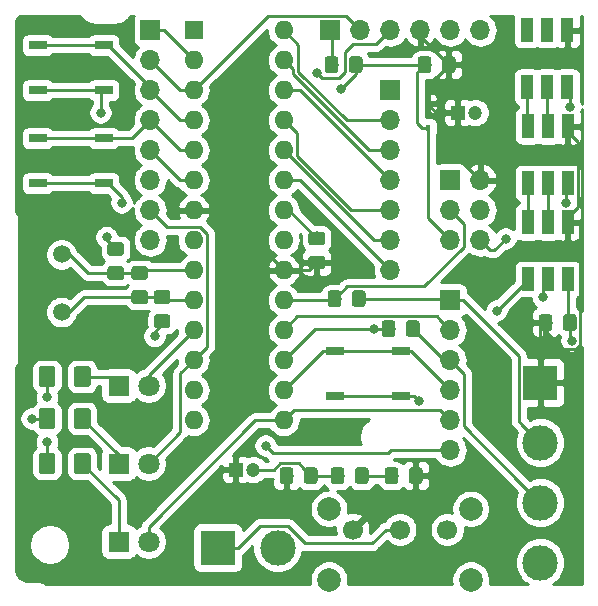
<source format=gtl>
G04 #@! TF.GenerationSoftware,KiCad,Pcbnew,(5.1.2)-1*
G04 #@! TF.CreationDate,2019-06-09T10:24:47-07:00*
G04 #@! TF.ProjectId,gen3basic,67656e33-6261-4736-9963-2e6b69636164,v1.0a*
G04 #@! TF.SameCoordinates,PX3072580PY2a640d0*
G04 #@! TF.FileFunction,Copper,L1,Top*
G04 #@! TF.FilePolarity,Positive*
%FSLAX46Y46*%
G04 Gerber Fmt 4.6, Leading zero omitted, Abs format (unit mm)*
G04 Created by KiCad (PCBNEW (5.1.2)-1) date 2019-06-09 10:24:47*
%MOMM*%
%LPD*%
G04 APERTURE LIST*
%ADD10R,1.100000X2.000000*%
%ADD11O,1.700000X1.700000*%
%ADD12R,1.700000X1.700000*%
%ADD13C,3.000000*%
%ADD14R,3.000000X3.000000*%
%ADD15C,1.700000*%
%ADD16C,2.000000*%
%ADD17C,0.100000*%
%ADD18C,1.150000*%
%ADD19R,1.524000X0.762000*%
%ADD20C,1.425000*%
%ADD21C,1.500000*%
%ADD22C,1.800000*%
%ADD23R,1.800000X1.800000*%
%ADD24R,0.450000X0.600000*%
%ADD25O,1.600000X1.600000*%
%ADD26R,1.600000X1.600000*%
%ADD27C,1.200000*%
%ADD28R,1.200000X1.200000*%
%ADD29C,0.800000*%
%ADD30C,0.250000*%
%ADD31C,0.254000*%
G04 APERTURE END LIST*
D10*
X43971000Y-6705000D03*
X45671000Y-6704998D03*
X47371001Y-6705000D03*
X47371000Y-1905000D03*
X45671000Y-1905002D03*
X43970999Y-1905000D03*
X44020000Y-14846000D03*
X45720000Y-14845998D03*
X47420001Y-14846000D03*
X47420000Y-10046000D03*
X45720000Y-10046002D03*
X44019999Y-10046000D03*
X44020000Y-22974000D03*
X45720000Y-22973998D03*
X47420001Y-22974000D03*
X47420000Y-18174000D03*
X45720000Y-18174002D03*
X44019999Y-18174000D03*
D11*
X40005000Y-1905000D03*
X37465000Y-1905000D03*
X34925000Y-1905000D03*
X32385000Y-1905000D03*
X29845000Y-1905000D03*
D12*
X27305000Y-1905000D03*
D13*
X22860000Y-45720000D03*
D14*
X17780000Y-45720000D03*
D15*
X37210000Y-44196000D03*
X33210000Y-44196000D03*
X29210000Y-44196000D03*
D16*
X27210000Y-48446000D03*
X39210000Y-48446000D03*
X39210000Y-42446000D03*
X27210000Y-42446000D03*
D17*
G36*
X34648505Y-26479204D02*
G01*
X34672773Y-26482804D01*
X34696572Y-26488765D01*
X34719671Y-26497030D01*
X34741850Y-26507520D01*
X34762893Y-26520132D01*
X34782599Y-26534747D01*
X34800777Y-26551223D01*
X34817253Y-26569401D01*
X34831868Y-26589107D01*
X34844480Y-26610150D01*
X34854970Y-26632329D01*
X34863235Y-26655428D01*
X34869196Y-26679227D01*
X34872796Y-26703495D01*
X34874000Y-26727999D01*
X34874000Y-27628001D01*
X34872796Y-27652505D01*
X34869196Y-27676773D01*
X34863235Y-27700572D01*
X34854970Y-27723671D01*
X34844480Y-27745850D01*
X34831868Y-27766893D01*
X34817253Y-27786599D01*
X34800777Y-27804777D01*
X34782599Y-27821253D01*
X34762893Y-27835868D01*
X34741850Y-27848480D01*
X34719671Y-27858970D01*
X34696572Y-27867235D01*
X34672773Y-27873196D01*
X34648505Y-27876796D01*
X34624001Y-27878000D01*
X33973999Y-27878000D01*
X33949495Y-27876796D01*
X33925227Y-27873196D01*
X33901428Y-27867235D01*
X33878329Y-27858970D01*
X33856150Y-27848480D01*
X33835107Y-27835868D01*
X33815401Y-27821253D01*
X33797223Y-27804777D01*
X33780747Y-27786599D01*
X33766132Y-27766893D01*
X33753520Y-27745850D01*
X33743030Y-27723671D01*
X33734765Y-27700572D01*
X33728804Y-27676773D01*
X33725204Y-27652505D01*
X33724000Y-27628001D01*
X33724000Y-26727999D01*
X33725204Y-26703495D01*
X33728804Y-26679227D01*
X33734765Y-26655428D01*
X33743030Y-26632329D01*
X33753520Y-26610150D01*
X33766132Y-26589107D01*
X33780747Y-26569401D01*
X33797223Y-26551223D01*
X33815401Y-26534747D01*
X33835107Y-26520132D01*
X33856150Y-26507520D01*
X33878329Y-26497030D01*
X33901428Y-26488765D01*
X33925227Y-26482804D01*
X33949495Y-26479204D01*
X33973999Y-26478000D01*
X34624001Y-26478000D01*
X34648505Y-26479204D01*
X34648505Y-26479204D01*
G37*
D18*
X34299000Y-27178000D03*
D17*
G36*
X32598505Y-26479204D02*
G01*
X32622773Y-26482804D01*
X32646572Y-26488765D01*
X32669671Y-26497030D01*
X32691850Y-26507520D01*
X32712893Y-26520132D01*
X32732599Y-26534747D01*
X32750777Y-26551223D01*
X32767253Y-26569401D01*
X32781868Y-26589107D01*
X32794480Y-26610150D01*
X32804970Y-26632329D01*
X32813235Y-26655428D01*
X32819196Y-26679227D01*
X32822796Y-26703495D01*
X32824000Y-26727999D01*
X32824000Y-27628001D01*
X32822796Y-27652505D01*
X32819196Y-27676773D01*
X32813235Y-27700572D01*
X32804970Y-27723671D01*
X32794480Y-27745850D01*
X32781868Y-27766893D01*
X32767253Y-27786599D01*
X32750777Y-27804777D01*
X32732599Y-27821253D01*
X32712893Y-27835868D01*
X32691850Y-27848480D01*
X32669671Y-27858970D01*
X32646572Y-27867235D01*
X32622773Y-27873196D01*
X32598505Y-27876796D01*
X32574001Y-27878000D01*
X31923999Y-27878000D01*
X31899495Y-27876796D01*
X31875227Y-27873196D01*
X31851428Y-27867235D01*
X31828329Y-27858970D01*
X31806150Y-27848480D01*
X31785107Y-27835868D01*
X31765401Y-27821253D01*
X31747223Y-27804777D01*
X31730747Y-27786599D01*
X31716132Y-27766893D01*
X31703520Y-27745850D01*
X31693030Y-27723671D01*
X31684765Y-27700572D01*
X31678804Y-27676773D01*
X31675204Y-27652505D01*
X31674000Y-27628001D01*
X31674000Y-26727999D01*
X31675204Y-26703495D01*
X31678804Y-26679227D01*
X31684765Y-26655428D01*
X31693030Y-26632329D01*
X31703520Y-26610150D01*
X31716132Y-26589107D01*
X31730747Y-26569401D01*
X31747223Y-26551223D01*
X31765401Y-26534747D01*
X31785107Y-26520132D01*
X31806150Y-26507520D01*
X31828329Y-26497030D01*
X31851428Y-26488765D01*
X31875227Y-26482804D01*
X31899495Y-26479204D01*
X31923999Y-26478000D01*
X32574001Y-26478000D01*
X32598505Y-26479204D01*
X32598505Y-26479204D01*
G37*
D18*
X32249000Y-27178000D03*
D17*
G36*
X30076505Y-23939204D02*
G01*
X30100773Y-23942804D01*
X30124572Y-23948765D01*
X30147671Y-23957030D01*
X30169850Y-23967520D01*
X30190893Y-23980132D01*
X30210599Y-23994747D01*
X30228777Y-24011223D01*
X30245253Y-24029401D01*
X30259868Y-24049107D01*
X30272480Y-24070150D01*
X30282970Y-24092329D01*
X30291235Y-24115428D01*
X30297196Y-24139227D01*
X30300796Y-24163495D01*
X30302000Y-24187999D01*
X30302000Y-25088001D01*
X30300796Y-25112505D01*
X30297196Y-25136773D01*
X30291235Y-25160572D01*
X30282970Y-25183671D01*
X30272480Y-25205850D01*
X30259868Y-25226893D01*
X30245253Y-25246599D01*
X30228777Y-25264777D01*
X30210599Y-25281253D01*
X30190893Y-25295868D01*
X30169850Y-25308480D01*
X30147671Y-25318970D01*
X30124572Y-25327235D01*
X30100773Y-25333196D01*
X30076505Y-25336796D01*
X30052001Y-25338000D01*
X29401999Y-25338000D01*
X29377495Y-25336796D01*
X29353227Y-25333196D01*
X29329428Y-25327235D01*
X29306329Y-25318970D01*
X29284150Y-25308480D01*
X29263107Y-25295868D01*
X29243401Y-25281253D01*
X29225223Y-25264777D01*
X29208747Y-25246599D01*
X29194132Y-25226893D01*
X29181520Y-25205850D01*
X29171030Y-25183671D01*
X29162765Y-25160572D01*
X29156804Y-25136773D01*
X29153204Y-25112505D01*
X29152000Y-25088001D01*
X29152000Y-24187999D01*
X29153204Y-24163495D01*
X29156804Y-24139227D01*
X29162765Y-24115428D01*
X29171030Y-24092329D01*
X29181520Y-24070150D01*
X29194132Y-24049107D01*
X29208747Y-24029401D01*
X29225223Y-24011223D01*
X29243401Y-23994747D01*
X29263107Y-23980132D01*
X29284150Y-23967520D01*
X29306329Y-23957030D01*
X29329428Y-23948765D01*
X29353227Y-23942804D01*
X29377495Y-23939204D01*
X29401999Y-23938000D01*
X30052001Y-23938000D01*
X30076505Y-23939204D01*
X30076505Y-23939204D01*
G37*
D18*
X29727000Y-24638000D03*
D17*
G36*
X28026505Y-23939204D02*
G01*
X28050773Y-23942804D01*
X28074572Y-23948765D01*
X28097671Y-23957030D01*
X28119850Y-23967520D01*
X28140893Y-23980132D01*
X28160599Y-23994747D01*
X28178777Y-24011223D01*
X28195253Y-24029401D01*
X28209868Y-24049107D01*
X28222480Y-24070150D01*
X28232970Y-24092329D01*
X28241235Y-24115428D01*
X28247196Y-24139227D01*
X28250796Y-24163495D01*
X28252000Y-24187999D01*
X28252000Y-25088001D01*
X28250796Y-25112505D01*
X28247196Y-25136773D01*
X28241235Y-25160572D01*
X28232970Y-25183671D01*
X28222480Y-25205850D01*
X28209868Y-25226893D01*
X28195253Y-25246599D01*
X28178777Y-25264777D01*
X28160599Y-25281253D01*
X28140893Y-25295868D01*
X28119850Y-25308480D01*
X28097671Y-25318970D01*
X28074572Y-25327235D01*
X28050773Y-25333196D01*
X28026505Y-25336796D01*
X28002001Y-25338000D01*
X27351999Y-25338000D01*
X27327495Y-25336796D01*
X27303227Y-25333196D01*
X27279428Y-25327235D01*
X27256329Y-25318970D01*
X27234150Y-25308480D01*
X27213107Y-25295868D01*
X27193401Y-25281253D01*
X27175223Y-25264777D01*
X27158747Y-25246599D01*
X27144132Y-25226893D01*
X27131520Y-25205850D01*
X27121030Y-25183671D01*
X27112765Y-25160572D01*
X27106804Y-25136773D01*
X27103204Y-25112505D01*
X27102000Y-25088001D01*
X27102000Y-24187999D01*
X27103204Y-24163495D01*
X27106804Y-24139227D01*
X27112765Y-24115428D01*
X27121030Y-24092329D01*
X27131520Y-24070150D01*
X27144132Y-24049107D01*
X27158747Y-24029401D01*
X27175223Y-24011223D01*
X27193401Y-23994747D01*
X27213107Y-23980132D01*
X27234150Y-23967520D01*
X27256329Y-23957030D01*
X27279428Y-23948765D01*
X27303227Y-23942804D01*
X27327495Y-23939204D01*
X27351999Y-23938000D01*
X28002001Y-23938000D01*
X28026505Y-23939204D01*
X28026505Y-23939204D01*
G37*
D18*
X27677000Y-24638000D03*
D17*
G36*
X23962505Y-38925204D02*
G01*
X23986773Y-38928804D01*
X24010572Y-38934765D01*
X24033671Y-38943030D01*
X24055850Y-38953520D01*
X24076893Y-38966132D01*
X24096599Y-38980747D01*
X24114777Y-38997223D01*
X24131253Y-39015401D01*
X24145868Y-39035107D01*
X24158480Y-39056150D01*
X24168970Y-39078329D01*
X24177235Y-39101428D01*
X24183196Y-39125227D01*
X24186796Y-39149495D01*
X24188000Y-39173999D01*
X24188000Y-40074001D01*
X24186796Y-40098505D01*
X24183196Y-40122773D01*
X24177235Y-40146572D01*
X24168970Y-40169671D01*
X24158480Y-40191850D01*
X24145868Y-40212893D01*
X24131253Y-40232599D01*
X24114777Y-40250777D01*
X24096599Y-40267253D01*
X24076893Y-40281868D01*
X24055850Y-40294480D01*
X24033671Y-40304970D01*
X24010572Y-40313235D01*
X23986773Y-40319196D01*
X23962505Y-40322796D01*
X23938001Y-40324000D01*
X23287999Y-40324000D01*
X23263495Y-40322796D01*
X23239227Y-40319196D01*
X23215428Y-40313235D01*
X23192329Y-40304970D01*
X23170150Y-40294480D01*
X23149107Y-40281868D01*
X23129401Y-40267253D01*
X23111223Y-40250777D01*
X23094747Y-40232599D01*
X23080132Y-40212893D01*
X23067520Y-40191850D01*
X23057030Y-40169671D01*
X23048765Y-40146572D01*
X23042804Y-40122773D01*
X23039204Y-40098505D01*
X23038000Y-40074001D01*
X23038000Y-39173999D01*
X23039204Y-39149495D01*
X23042804Y-39125227D01*
X23048765Y-39101428D01*
X23057030Y-39078329D01*
X23067520Y-39056150D01*
X23080132Y-39035107D01*
X23094747Y-39015401D01*
X23111223Y-38997223D01*
X23129401Y-38980747D01*
X23149107Y-38966132D01*
X23170150Y-38953520D01*
X23192329Y-38943030D01*
X23215428Y-38934765D01*
X23239227Y-38928804D01*
X23263495Y-38925204D01*
X23287999Y-38924000D01*
X23938001Y-38924000D01*
X23962505Y-38925204D01*
X23962505Y-38925204D01*
G37*
D18*
X23613000Y-39624000D03*
D17*
G36*
X26012505Y-38925204D02*
G01*
X26036773Y-38928804D01*
X26060572Y-38934765D01*
X26083671Y-38943030D01*
X26105850Y-38953520D01*
X26126893Y-38966132D01*
X26146599Y-38980747D01*
X26164777Y-38997223D01*
X26181253Y-39015401D01*
X26195868Y-39035107D01*
X26208480Y-39056150D01*
X26218970Y-39078329D01*
X26227235Y-39101428D01*
X26233196Y-39125227D01*
X26236796Y-39149495D01*
X26238000Y-39173999D01*
X26238000Y-40074001D01*
X26236796Y-40098505D01*
X26233196Y-40122773D01*
X26227235Y-40146572D01*
X26218970Y-40169671D01*
X26208480Y-40191850D01*
X26195868Y-40212893D01*
X26181253Y-40232599D01*
X26164777Y-40250777D01*
X26146599Y-40267253D01*
X26126893Y-40281868D01*
X26105850Y-40294480D01*
X26083671Y-40304970D01*
X26060572Y-40313235D01*
X26036773Y-40319196D01*
X26012505Y-40322796D01*
X25988001Y-40324000D01*
X25337999Y-40324000D01*
X25313495Y-40322796D01*
X25289227Y-40319196D01*
X25265428Y-40313235D01*
X25242329Y-40304970D01*
X25220150Y-40294480D01*
X25199107Y-40281868D01*
X25179401Y-40267253D01*
X25161223Y-40250777D01*
X25144747Y-40232599D01*
X25130132Y-40212893D01*
X25117520Y-40191850D01*
X25107030Y-40169671D01*
X25098765Y-40146572D01*
X25092804Y-40122773D01*
X25089204Y-40098505D01*
X25088000Y-40074001D01*
X25088000Y-39173999D01*
X25089204Y-39149495D01*
X25092804Y-39125227D01*
X25098765Y-39101428D01*
X25107030Y-39078329D01*
X25117520Y-39056150D01*
X25130132Y-39035107D01*
X25144747Y-39015401D01*
X25161223Y-38997223D01*
X25179401Y-38980747D01*
X25199107Y-38966132D01*
X25220150Y-38953520D01*
X25242329Y-38943030D01*
X25265428Y-38934765D01*
X25289227Y-38928804D01*
X25313495Y-38925204D01*
X25337999Y-38924000D01*
X25988001Y-38924000D01*
X26012505Y-38925204D01*
X26012505Y-38925204D01*
G37*
D18*
X25663000Y-39624000D03*
D19*
X33274000Y-32893000D03*
X27686000Y-32893000D03*
X33274000Y-29083000D03*
X27686000Y-29083000D03*
D17*
G36*
X3825504Y-33924204D02*
G01*
X3849773Y-33927804D01*
X3873571Y-33933765D01*
X3896671Y-33942030D01*
X3918849Y-33952520D01*
X3939893Y-33965133D01*
X3959598Y-33979747D01*
X3977777Y-33996223D01*
X3994253Y-34014402D01*
X4008867Y-34034107D01*
X4021480Y-34055151D01*
X4031970Y-34077329D01*
X4040235Y-34100429D01*
X4046196Y-34124227D01*
X4049796Y-34148496D01*
X4051000Y-34173000D01*
X4051000Y-35423000D01*
X4049796Y-35447504D01*
X4046196Y-35471773D01*
X4040235Y-35495571D01*
X4031970Y-35518671D01*
X4021480Y-35540849D01*
X4008867Y-35561893D01*
X3994253Y-35581598D01*
X3977777Y-35599777D01*
X3959598Y-35616253D01*
X3939893Y-35630867D01*
X3918849Y-35643480D01*
X3896671Y-35653970D01*
X3873571Y-35662235D01*
X3849773Y-35668196D01*
X3825504Y-35671796D01*
X3801000Y-35673000D01*
X2876000Y-35673000D01*
X2851496Y-35671796D01*
X2827227Y-35668196D01*
X2803429Y-35662235D01*
X2780329Y-35653970D01*
X2758151Y-35643480D01*
X2737107Y-35630867D01*
X2717402Y-35616253D01*
X2699223Y-35599777D01*
X2682747Y-35581598D01*
X2668133Y-35561893D01*
X2655520Y-35540849D01*
X2645030Y-35518671D01*
X2636765Y-35495571D01*
X2630804Y-35471773D01*
X2627204Y-35447504D01*
X2626000Y-35423000D01*
X2626000Y-34173000D01*
X2627204Y-34148496D01*
X2630804Y-34124227D01*
X2636765Y-34100429D01*
X2645030Y-34077329D01*
X2655520Y-34055151D01*
X2668133Y-34034107D01*
X2682747Y-34014402D01*
X2699223Y-33996223D01*
X2717402Y-33979747D01*
X2737107Y-33965133D01*
X2758151Y-33952520D01*
X2780329Y-33942030D01*
X2803429Y-33933765D01*
X2827227Y-33927804D01*
X2851496Y-33924204D01*
X2876000Y-33923000D01*
X3801000Y-33923000D01*
X3825504Y-33924204D01*
X3825504Y-33924204D01*
G37*
D20*
X3338500Y-34798000D03*
D17*
G36*
X6800504Y-33924204D02*
G01*
X6824773Y-33927804D01*
X6848571Y-33933765D01*
X6871671Y-33942030D01*
X6893849Y-33952520D01*
X6914893Y-33965133D01*
X6934598Y-33979747D01*
X6952777Y-33996223D01*
X6969253Y-34014402D01*
X6983867Y-34034107D01*
X6996480Y-34055151D01*
X7006970Y-34077329D01*
X7015235Y-34100429D01*
X7021196Y-34124227D01*
X7024796Y-34148496D01*
X7026000Y-34173000D01*
X7026000Y-35423000D01*
X7024796Y-35447504D01*
X7021196Y-35471773D01*
X7015235Y-35495571D01*
X7006970Y-35518671D01*
X6996480Y-35540849D01*
X6983867Y-35561893D01*
X6969253Y-35581598D01*
X6952777Y-35599777D01*
X6934598Y-35616253D01*
X6914893Y-35630867D01*
X6893849Y-35643480D01*
X6871671Y-35653970D01*
X6848571Y-35662235D01*
X6824773Y-35668196D01*
X6800504Y-35671796D01*
X6776000Y-35673000D01*
X5851000Y-35673000D01*
X5826496Y-35671796D01*
X5802227Y-35668196D01*
X5778429Y-35662235D01*
X5755329Y-35653970D01*
X5733151Y-35643480D01*
X5712107Y-35630867D01*
X5692402Y-35616253D01*
X5674223Y-35599777D01*
X5657747Y-35581598D01*
X5643133Y-35561893D01*
X5630520Y-35540849D01*
X5620030Y-35518671D01*
X5611765Y-35495571D01*
X5605804Y-35471773D01*
X5602204Y-35447504D01*
X5601000Y-35423000D01*
X5601000Y-34173000D01*
X5602204Y-34148496D01*
X5605804Y-34124227D01*
X5611765Y-34100429D01*
X5620030Y-34077329D01*
X5630520Y-34055151D01*
X5643133Y-34034107D01*
X5657747Y-34014402D01*
X5674223Y-33996223D01*
X5692402Y-33979747D01*
X5712107Y-33965133D01*
X5733151Y-33952520D01*
X5755329Y-33942030D01*
X5778429Y-33933765D01*
X5802227Y-33927804D01*
X5826496Y-33924204D01*
X5851000Y-33923000D01*
X6776000Y-33923000D01*
X6800504Y-33924204D01*
X6800504Y-33924204D01*
G37*
D20*
X6313500Y-34798000D03*
D17*
G36*
X3825504Y-30368204D02*
G01*
X3849773Y-30371804D01*
X3873571Y-30377765D01*
X3896671Y-30386030D01*
X3918849Y-30396520D01*
X3939893Y-30409133D01*
X3959598Y-30423747D01*
X3977777Y-30440223D01*
X3994253Y-30458402D01*
X4008867Y-30478107D01*
X4021480Y-30499151D01*
X4031970Y-30521329D01*
X4040235Y-30544429D01*
X4046196Y-30568227D01*
X4049796Y-30592496D01*
X4051000Y-30617000D01*
X4051000Y-31867000D01*
X4049796Y-31891504D01*
X4046196Y-31915773D01*
X4040235Y-31939571D01*
X4031970Y-31962671D01*
X4021480Y-31984849D01*
X4008867Y-32005893D01*
X3994253Y-32025598D01*
X3977777Y-32043777D01*
X3959598Y-32060253D01*
X3939893Y-32074867D01*
X3918849Y-32087480D01*
X3896671Y-32097970D01*
X3873571Y-32106235D01*
X3849773Y-32112196D01*
X3825504Y-32115796D01*
X3801000Y-32117000D01*
X2876000Y-32117000D01*
X2851496Y-32115796D01*
X2827227Y-32112196D01*
X2803429Y-32106235D01*
X2780329Y-32097970D01*
X2758151Y-32087480D01*
X2737107Y-32074867D01*
X2717402Y-32060253D01*
X2699223Y-32043777D01*
X2682747Y-32025598D01*
X2668133Y-32005893D01*
X2655520Y-31984849D01*
X2645030Y-31962671D01*
X2636765Y-31939571D01*
X2630804Y-31915773D01*
X2627204Y-31891504D01*
X2626000Y-31867000D01*
X2626000Y-30617000D01*
X2627204Y-30592496D01*
X2630804Y-30568227D01*
X2636765Y-30544429D01*
X2645030Y-30521329D01*
X2655520Y-30499151D01*
X2668133Y-30478107D01*
X2682747Y-30458402D01*
X2699223Y-30440223D01*
X2717402Y-30423747D01*
X2737107Y-30409133D01*
X2758151Y-30396520D01*
X2780329Y-30386030D01*
X2803429Y-30377765D01*
X2827227Y-30371804D01*
X2851496Y-30368204D01*
X2876000Y-30367000D01*
X3801000Y-30367000D01*
X3825504Y-30368204D01*
X3825504Y-30368204D01*
G37*
D20*
X3338500Y-31242000D03*
D17*
G36*
X6800504Y-30368204D02*
G01*
X6824773Y-30371804D01*
X6848571Y-30377765D01*
X6871671Y-30386030D01*
X6893849Y-30396520D01*
X6914893Y-30409133D01*
X6934598Y-30423747D01*
X6952777Y-30440223D01*
X6969253Y-30458402D01*
X6983867Y-30478107D01*
X6996480Y-30499151D01*
X7006970Y-30521329D01*
X7015235Y-30544429D01*
X7021196Y-30568227D01*
X7024796Y-30592496D01*
X7026000Y-30617000D01*
X7026000Y-31867000D01*
X7024796Y-31891504D01*
X7021196Y-31915773D01*
X7015235Y-31939571D01*
X7006970Y-31962671D01*
X6996480Y-31984849D01*
X6983867Y-32005893D01*
X6969253Y-32025598D01*
X6952777Y-32043777D01*
X6934598Y-32060253D01*
X6914893Y-32074867D01*
X6893849Y-32087480D01*
X6871671Y-32097970D01*
X6848571Y-32106235D01*
X6824773Y-32112196D01*
X6800504Y-32115796D01*
X6776000Y-32117000D01*
X5851000Y-32117000D01*
X5826496Y-32115796D01*
X5802227Y-32112196D01*
X5778429Y-32106235D01*
X5755329Y-32097970D01*
X5733151Y-32087480D01*
X5712107Y-32074867D01*
X5692402Y-32060253D01*
X5674223Y-32043777D01*
X5657747Y-32025598D01*
X5643133Y-32005893D01*
X5630520Y-31984849D01*
X5620030Y-31962671D01*
X5611765Y-31939571D01*
X5605804Y-31915773D01*
X5602204Y-31891504D01*
X5601000Y-31867000D01*
X5601000Y-30617000D01*
X5602204Y-30592496D01*
X5605804Y-30568227D01*
X5611765Y-30544429D01*
X5620030Y-30521329D01*
X5630520Y-30499151D01*
X5643133Y-30478107D01*
X5657747Y-30458402D01*
X5674223Y-30440223D01*
X5692402Y-30423747D01*
X5712107Y-30409133D01*
X5733151Y-30396520D01*
X5755329Y-30386030D01*
X5778429Y-30377765D01*
X5802227Y-30371804D01*
X5826496Y-30368204D01*
X5851000Y-30367000D01*
X6776000Y-30367000D01*
X6800504Y-30368204D01*
X6800504Y-30368204D01*
G37*
D20*
X6313500Y-31242000D03*
D17*
G36*
X3825504Y-37734204D02*
G01*
X3849773Y-37737804D01*
X3873571Y-37743765D01*
X3896671Y-37752030D01*
X3918849Y-37762520D01*
X3939893Y-37775133D01*
X3959598Y-37789747D01*
X3977777Y-37806223D01*
X3994253Y-37824402D01*
X4008867Y-37844107D01*
X4021480Y-37865151D01*
X4031970Y-37887329D01*
X4040235Y-37910429D01*
X4046196Y-37934227D01*
X4049796Y-37958496D01*
X4051000Y-37983000D01*
X4051000Y-39233000D01*
X4049796Y-39257504D01*
X4046196Y-39281773D01*
X4040235Y-39305571D01*
X4031970Y-39328671D01*
X4021480Y-39350849D01*
X4008867Y-39371893D01*
X3994253Y-39391598D01*
X3977777Y-39409777D01*
X3959598Y-39426253D01*
X3939893Y-39440867D01*
X3918849Y-39453480D01*
X3896671Y-39463970D01*
X3873571Y-39472235D01*
X3849773Y-39478196D01*
X3825504Y-39481796D01*
X3801000Y-39483000D01*
X2876000Y-39483000D01*
X2851496Y-39481796D01*
X2827227Y-39478196D01*
X2803429Y-39472235D01*
X2780329Y-39463970D01*
X2758151Y-39453480D01*
X2737107Y-39440867D01*
X2717402Y-39426253D01*
X2699223Y-39409777D01*
X2682747Y-39391598D01*
X2668133Y-39371893D01*
X2655520Y-39350849D01*
X2645030Y-39328671D01*
X2636765Y-39305571D01*
X2630804Y-39281773D01*
X2627204Y-39257504D01*
X2626000Y-39233000D01*
X2626000Y-37983000D01*
X2627204Y-37958496D01*
X2630804Y-37934227D01*
X2636765Y-37910429D01*
X2645030Y-37887329D01*
X2655520Y-37865151D01*
X2668133Y-37844107D01*
X2682747Y-37824402D01*
X2699223Y-37806223D01*
X2717402Y-37789747D01*
X2737107Y-37775133D01*
X2758151Y-37762520D01*
X2780329Y-37752030D01*
X2803429Y-37743765D01*
X2827227Y-37737804D01*
X2851496Y-37734204D01*
X2876000Y-37733000D01*
X3801000Y-37733000D01*
X3825504Y-37734204D01*
X3825504Y-37734204D01*
G37*
D20*
X3338500Y-38608000D03*
D17*
G36*
X6800504Y-37734204D02*
G01*
X6824773Y-37737804D01*
X6848571Y-37743765D01*
X6871671Y-37752030D01*
X6893849Y-37762520D01*
X6914893Y-37775133D01*
X6934598Y-37789747D01*
X6952777Y-37806223D01*
X6969253Y-37824402D01*
X6983867Y-37844107D01*
X6996480Y-37865151D01*
X7006970Y-37887329D01*
X7015235Y-37910429D01*
X7021196Y-37934227D01*
X7024796Y-37958496D01*
X7026000Y-37983000D01*
X7026000Y-39233000D01*
X7024796Y-39257504D01*
X7021196Y-39281773D01*
X7015235Y-39305571D01*
X7006970Y-39328671D01*
X6996480Y-39350849D01*
X6983867Y-39371893D01*
X6969253Y-39391598D01*
X6952777Y-39409777D01*
X6934598Y-39426253D01*
X6914893Y-39440867D01*
X6893849Y-39453480D01*
X6871671Y-39463970D01*
X6848571Y-39472235D01*
X6824773Y-39478196D01*
X6800504Y-39481796D01*
X6776000Y-39483000D01*
X5851000Y-39483000D01*
X5826496Y-39481796D01*
X5802227Y-39478196D01*
X5778429Y-39472235D01*
X5755329Y-39463970D01*
X5733151Y-39453480D01*
X5712107Y-39440867D01*
X5692402Y-39426253D01*
X5674223Y-39409777D01*
X5657747Y-39391598D01*
X5643133Y-39371893D01*
X5630520Y-39350849D01*
X5620030Y-39328671D01*
X5611765Y-39305571D01*
X5605804Y-39281773D01*
X5602204Y-39257504D01*
X5601000Y-39233000D01*
X5601000Y-37983000D01*
X5602204Y-37958496D01*
X5605804Y-37934227D01*
X5611765Y-37910429D01*
X5620030Y-37887329D01*
X5630520Y-37865151D01*
X5643133Y-37844107D01*
X5657747Y-37824402D01*
X5674223Y-37806223D01*
X5692402Y-37789747D01*
X5712107Y-37775133D01*
X5733151Y-37762520D01*
X5755329Y-37752030D01*
X5778429Y-37743765D01*
X5802227Y-37737804D01*
X5826496Y-37734204D01*
X5851000Y-37733000D01*
X6776000Y-37733000D01*
X6800504Y-37734204D01*
X6800504Y-37734204D01*
G37*
D20*
X6313500Y-38608000D03*
D17*
G36*
X11650505Y-23946204D02*
G01*
X11674773Y-23949804D01*
X11698572Y-23955765D01*
X11721671Y-23964030D01*
X11743850Y-23974520D01*
X11764893Y-23987132D01*
X11784599Y-24001747D01*
X11802777Y-24018223D01*
X11819253Y-24036401D01*
X11833868Y-24056107D01*
X11846480Y-24077150D01*
X11856970Y-24099329D01*
X11865235Y-24122428D01*
X11871196Y-24146227D01*
X11874796Y-24170495D01*
X11876000Y-24194999D01*
X11876000Y-24845001D01*
X11874796Y-24869505D01*
X11871196Y-24893773D01*
X11865235Y-24917572D01*
X11856970Y-24940671D01*
X11846480Y-24962850D01*
X11833868Y-24983893D01*
X11819253Y-25003599D01*
X11802777Y-25021777D01*
X11784599Y-25038253D01*
X11764893Y-25052868D01*
X11743850Y-25065480D01*
X11721671Y-25075970D01*
X11698572Y-25084235D01*
X11674773Y-25090196D01*
X11650505Y-25093796D01*
X11626001Y-25095000D01*
X10725999Y-25095000D01*
X10701495Y-25093796D01*
X10677227Y-25090196D01*
X10653428Y-25084235D01*
X10630329Y-25075970D01*
X10608150Y-25065480D01*
X10587107Y-25052868D01*
X10567401Y-25038253D01*
X10549223Y-25021777D01*
X10532747Y-25003599D01*
X10518132Y-24983893D01*
X10505520Y-24962850D01*
X10495030Y-24940671D01*
X10486765Y-24917572D01*
X10480804Y-24893773D01*
X10477204Y-24869505D01*
X10476000Y-24845001D01*
X10476000Y-24194999D01*
X10477204Y-24170495D01*
X10480804Y-24146227D01*
X10486765Y-24122428D01*
X10495030Y-24099329D01*
X10505520Y-24077150D01*
X10518132Y-24056107D01*
X10532747Y-24036401D01*
X10549223Y-24018223D01*
X10567401Y-24001747D01*
X10587107Y-23987132D01*
X10608150Y-23974520D01*
X10630329Y-23964030D01*
X10653428Y-23955765D01*
X10677227Y-23949804D01*
X10701495Y-23946204D01*
X10725999Y-23945000D01*
X11626001Y-23945000D01*
X11650505Y-23946204D01*
X11650505Y-23946204D01*
G37*
D18*
X11176000Y-24520000D03*
D17*
G36*
X11650505Y-21896204D02*
G01*
X11674773Y-21899804D01*
X11698572Y-21905765D01*
X11721671Y-21914030D01*
X11743850Y-21924520D01*
X11764893Y-21937132D01*
X11784599Y-21951747D01*
X11802777Y-21968223D01*
X11819253Y-21986401D01*
X11833868Y-22006107D01*
X11846480Y-22027150D01*
X11856970Y-22049329D01*
X11865235Y-22072428D01*
X11871196Y-22096227D01*
X11874796Y-22120495D01*
X11876000Y-22144999D01*
X11876000Y-22795001D01*
X11874796Y-22819505D01*
X11871196Y-22843773D01*
X11865235Y-22867572D01*
X11856970Y-22890671D01*
X11846480Y-22912850D01*
X11833868Y-22933893D01*
X11819253Y-22953599D01*
X11802777Y-22971777D01*
X11784599Y-22988253D01*
X11764893Y-23002868D01*
X11743850Y-23015480D01*
X11721671Y-23025970D01*
X11698572Y-23034235D01*
X11674773Y-23040196D01*
X11650505Y-23043796D01*
X11626001Y-23045000D01*
X10725999Y-23045000D01*
X10701495Y-23043796D01*
X10677227Y-23040196D01*
X10653428Y-23034235D01*
X10630329Y-23025970D01*
X10608150Y-23015480D01*
X10587107Y-23002868D01*
X10567401Y-22988253D01*
X10549223Y-22971777D01*
X10532747Y-22953599D01*
X10518132Y-22933893D01*
X10505520Y-22912850D01*
X10495030Y-22890671D01*
X10486765Y-22867572D01*
X10480804Y-22843773D01*
X10477204Y-22819505D01*
X10476000Y-22795001D01*
X10476000Y-22144999D01*
X10477204Y-22120495D01*
X10480804Y-22096227D01*
X10486765Y-22072428D01*
X10495030Y-22049329D01*
X10505520Y-22027150D01*
X10518132Y-22006107D01*
X10532747Y-21986401D01*
X10549223Y-21968223D01*
X10567401Y-21951747D01*
X10587107Y-21937132D01*
X10608150Y-21924520D01*
X10630329Y-21914030D01*
X10653428Y-21905765D01*
X10677227Y-21899804D01*
X10701495Y-21896204D01*
X10725999Y-21895000D01*
X11626001Y-21895000D01*
X11650505Y-21896204D01*
X11650505Y-21896204D01*
G37*
D18*
X11176000Y-22470000D03*
D21*
X4572000Y-20901000D03*
X4572000Y-25781000D03*
D19*
X8128000Y-14859000D03*
X2540000Y-14859000D03*
X8128000Y-11049000D03*
X2540000Y-11049000D03*
X8128000Y-6985000D03*
X2540000Y-6985000D03*
X8128000Y-3175000D03*
X2540000Y-3175000D03*
D17*
G36*
X37696505Y-4127204D02*
G01*
X37720773Y-4130804D01*
X37744572Y-4136765D01*
X37767671Y-4145030D01*
X37789850Y-4155520D01*
X37810893Y-4168132D01*
X37830599Y-4182747D01*
X37848777Y-4199223D01*
X37865253Y-4217401D01*
X37879868Y-4237107D01*
X37892480Y-4258150D01*
X37902970Y-4280329D01*
X37911235Y-4303428D01*
X37917196Y-4327227D01*
X37920796Y-4351495D01*
X37922000Y-4375999D01*
X37922000Y-5276001D01*
X37920796Y-5300505D01*
X37917196Y-5324773D01*
X37911235Y-5348572D01*
X37902970Y-5371671D01*
X37892480Y-5393850D01*
X37879868Y-5414893D01*
X37865253Y-5434599D01*
X37848777Y-5452777D01*
X37830599Y-5469253D01*
X37810893Y-5483868D01*
X37789850Y-5496480D01*
X37767671Y-5506970D01*
X37744572Y-5515235D01*
X37720773Y-5521196D01*
X37696505Y-5524796D01*
X37672001Y-5526000D01*
X37021999Y-5526000D01*
X36997495Y-5524796D01*
X36973227Y-5521196D01*
X36949428Y-5515235D01*
X36926329Y-5506970D01*
X36904150Y-5496480D01*
X36883107Y-5483868D01*
X36863401Y-5469253D01*
X36845223Y-5452777D01*
X36828747Y-5434599D01*
X36814132Y-5414893D01*
X36801520Y-5393850D01*
X36791030Y-5371671D01*
X36782765Y-5348572D01*
X36776804Y-5324773D01*
X36773204Y-5300505D01*
X36772000Y-5276001D01*
X36772000Y-4375999D01*
X36773204Y-4351495D01*
X36776804Y-4327227D01*
X36782765Y-4303428D01*
X36791030Y-4280329D01*
X36801520Y-4258150D01*
X36814132Y-4237107D01*
X36828747Y-4217401D01*
X36845223Y-4199223D01*
X36863401Y-4182747D01*
X36883107Y-4168132D01*
X36904150Y-4155520D01*
X36926329Y-4145030D01*
X36949428Y-4136765D01*
X36973227Y-4130804D01*
X36997495Y-4127204D01*
X37021999Y-4126000D01*
X37672001Y-4126000D01*
X37696505Y-4127204D01*
X37696505Y-4127204D01*
G37*
D18*
X37347000Y-4826000D03*
D17*
G36*
X35646505Y-4127204D02*
G01*
X35670773Y-4130804D01*
X35694572Y-4136765D01*
X35717671Y-4145030D01*
X35739850Y-4155520D01*
X35760893Y-4168132D01*
X35780599Y-4182747D01*
X35798777Y-4199223D01*
X35815253Y-4217401D01*
X35829868Y-4237107D01*
X35842480Y-4258150D01*
X35852970Y-4280329D01*
X35861235Y-4303428D01*
X35867196Y-4327227D01*
X35870796Y-4351495D01*
X35872000Y-4375999D01*
X35872000Y-5276001D01*
X35870796Y-5300505D01*
X35867196Y-5324773D01*
X35861235Y-5348572D01*
X35852970Y-5371671D01*
X35842480Y-5393850D01*
X35829868Y-5414893D01*
X35815253Y-5434599D01*
X35798777Y-5452777D01*
X35780599Y-5469253D01*
X35760893Y-5483868D01*
X35739850Y-5496480D01*
X35717671Y-5506970D01*
X35694572Y-5515235D01*
X35670773Y-5521196D01*
X35646505Y-5524796D01*
X35622001Y-5526000D01*
X34971999Y-5526000D01*
X34947495Y-5524796D01*
X34923227Y-5521196D01*
X34899428Y-5515235D01*
X34876329Y-5506970D01*
X34854150Y-5496480D01*
X34833107Y-5483868D01*
X34813401Y-5469253D01*
X34795223Y-5452777D01*
X34778747Y-5434599D01*
X34764132Y-5414893D01*
X34751520Y-5393850D01*
X34741030Y-5371671D01*
X34732765Y-5348572D01*
X34726804Y-5324773D01*
X34723204Y-5300505D01*
X34722000Y-5276001D01*
X34722000Y-4375999D01*
X34723204Y-4351495D01*
X34726804Y-4327227D01*
X34732765Y-4303428D01*
X34741030Y-4280329D01*
X34751520Y-4258150D01*
X34764132Y-4237107D01*
X34778747Y-4217401D01*
X34795223Y-4199223D01*
X34813401Y-4182747D01*
X34833107Y-4168132D01*
X34854150Y-4155520D01*
X34876329Y-4145030D01*
X34899428Y-4136765D01*
X34923227Y-4130804D01*
X34947495Y-4127204D01*
X34971999Y-4126000D01*
X35622001Y-4126000D01*
X35646505Y-4127204D01*
X35646505Y-4127204D01*
G37*
D18*
X35297000Y-4826000D03*
D17*
G36*
X32852505Y-38925204D02*
G01*
X32876773Y-38928804D01*
X32900572Y-38934765D01*
X32923671Y-38943030D01*
X32945850Y-38953520D01*
X32966893Y-38966132D01*
X32986599Y-38980747D01*
X33004777Y-38997223D01*
X33021253Y-39015401D01*
X33035868Y-39035107D01*
X33048480Y-39056150D01*
X33058970Y-39078329D01*
X33067235Y-39101428D01*
X33073196Y-39125227D01*
X33076796Y-39149495D01*
X33078000Y-39173999D01*
X33078000Y-40074001D01*
X33076796Y-40098505D01*
X33073196Y-40122773D01*
X33067235Y-40146572D01*
X33058970Y-40169671D01*
X33048480Y-40191850D01*
X33035868Y-40212893D01*
X33021253Y-40232599D01*
X33004777Y-40250777D01*
X32986599Y-40267253D01*
X32966893Y-40281868D01*
X32945850Y-40294480D01*
X32923671Y-40304970D01*
X32900572Y-40313235D01*
X32876773Y-40319196D01*
X32852505Y-40322796D01*
X32828001Y-40324000D01*
X32177999Y-40324000D01*
X32153495Y-40322796D01*
X32129227Y-40319196D01*
X32105428Y-40313235D01*
X32082329Y-40304970D01*
X32060150Y-40294480D01*
X32039107Y-40281868D01*
X32019401Y-40267253D01*
X32001223Y-40250777D01*
X31984747Y-40232599D01*
X31970132Y-40212893D01*
X31957520Y-40191850D01*
X31947030Y-40169671D01*
X31938765Y-40146572D01*
X31932804Y-40122773D01*
X31929204Y-40098505D01*
X31928000Y-40074001D01*
X31928000Y-39173999D01*
X31929204Y-39149495D01*
X31932804Y-39125227D01*
X31938765Y-39101428D01*
X31947030Y-39078329D01*
X31957520Y-39056150D01*
X31970132Y-39035107D01*
X31984747Y-39015401D01*
X32001223Y-38997223D01*
X32019401Y-38980747D01*
X32039107Y-38966132D01*
X32060150Y-38953520D01*
X32082329Y-38943030D01*
X32105428Y-38934765D01*
X32129227Y-38928804D01*
X32153495Y-38925204D01*
X32177999Y-38924000D01*
X32828001Y-38924000D01*
X32852505Y-38925204D01*
X32852505Y-38925204D01*
G37*
D18*
X32503000Y-39624000D03*
D17*
G36*
X34902505Y-38925204D02*
G01*
X34926773Y-38928804D01*
X34950572Y-38934765D01*
X34973671Y-38943030D01*
X34995850Y-38953520D01*
X35016893Y-38966132D01*
X35036599Y-38980747D01*
X35054777Y-38997223D01*
X35071253Y-39015401D01*
X35085868Y-39035107D01*
X35098480Y-39056150D01*
X35108970Y-39078329D01*
X35117235Y-39101428D01*
X35123196Y-39125227D01*
X35126796Y-39149495D01*
X35128000Y-39173999D01*
X35128000Y-40074001D01*
X35126796Y-40098505D01*
X35123196Y-40122773D01*
X35117235Y-40146572D01*
X35108970Y-40169671D01*
X35098480Y-40191850D01*
X35085868Y-40212893D01*
X35071253Y-40232599D01*
X35054777Y-40250777D01*
X35036599Y-40267253D01*
X35016893Y-40281868D01*
X34995850Y-40294480D01*
X34973671Y-40304970D01*
X34950572Y-40313235D01*
X34926773Y-40319196D01*
X34902505Y-40322796D01*
X34878001Y-40324000D01*
X34227999Y-40324000D01*
X34203495Y-40322796D01*
X34179227Y-40319196D01*
X34155428Y-40313235D01*
X34132329Y-40304970D01*
X34110150Y-40294480D01*
X34089107Y-40281868D01*
X34069401Y-40267253D01*
X34051223Y-40250777D01*
X34034747Y-40232599D01*
X34020132Y-40212893D01*
X34007520Y-40191850D01*
X33997030Y-40169671D01*
X33988765Y-40146572D01*
X33982804Y-40122773D01*
X33979204Y-40098505D01*
X33978000Y-40074001D01*
X33978000Y-39173999D01*
X33979204Y-39149495D01*
X33982804Y-39125227D01*
X33988765Y-39101428D01*
X33997030Y-39078329D01*
X34007520Y-39056150D01*
X34020132Y-39035107D01*
X34034747Y-39015401D01*
X34051223Y-38997223D01*
X34069401Y-38980747D01*
X34089107Y-38966132D01*
X34110150Y-38953520D01*
X34132329Y-38943030D01*
X34155428Y-38934765D01*
X34179227Y-38928804D01*
X34203495Y-38925204D01*
X34227999Y-38924000D01*
X34878001Y-38924000D01*
X34902505Y-38925204D01*
X34902505Y-38925204D01*
G37*
D18*
X34553000Y-39624000D03*
D11*
X32385000Y-22225000D03*
X32385000Y-19685000D03*
X32385000Y-17145000D03*
X32385000Y-14605000D03*
X32385000Y-12065000D03*
X32385000Y-9525000D03*
D12*
X32385000Y-6985000D03*
D11*
X37465000Y-37465000D03*
X37465000Y-34925000D03*
X37465000Y-32385000D03*
X37465000Y-29845000D03*
X37465000Y-27305000D03*
D12*
X37465000Y-24765000D03*
D22*
X11938000Y-38608000D03*
D23*
X9398000Y-38608000D03*
D22*
X11938000Y-32004000D03*
D23*
X9398000Y-32004000D03*
D24*
X35560000Y-10194000D03*
X35560000Y-8094000D03*
D17*
G36*
X28280505Y-38925204D02*
G01*
X28304773Y-38928804D01*
X28328572Y-38934765D01*
X28351671Y-38943030D01*
X28373850Y-38953520D01*
X28394893Y-38966132D01*
X28414599Y-38980747D01*
X28432777Y-38997223D01*
X28449253Y-39015401D01*
X28463868Y-39035107D01*
X28476480Y-39056150D01*
X28486970Y-39078329D01*
X28495235Y-39101428D01*
X28501196Y-39125227D01*
X28504796Y-39149495D01*
X28506000Y-39173999D01*
X28506000Y-40074001D01*
X28504796Y-40098505D01*
X28501196Y-40122773D01*
X28495235Y-40146572D01*
X28486970Y-40169671D01*
X28476480Y-40191850D01*
X28463868Y-40212893D01*
X28449253Y-40232599D01*
X28432777Y-40250777D01*
X28414599Y-40267253D01*
X28394893Y-40281868D01*
X28373850Y-40294480D01*
X28351671Y-40304970D01*
X28328572Y-40313235D01*
X28304773Y-40319196D01*
X28280505Y-40322796D01*
X28256001Y-40324000D01*
X27605999Y-40324000D01*
X27581495Y-40322796D01*
X27557227Y-40319196D01*
X27533428Y-40313235D01*
X27510329Y-40304970D01*
X27488150Y-40294480D01*
X27467107Y-40281868D01*
X27447401Y-40267253D01*
X27429223Y-40250777D01*
X27412747Y-40232599D01*
X27398132Y-40212893D01*
X27385520Y-40191850D01*
X27375030Y-40169671D01*
X27366765Y-40146572D01*
X27360804Y-40122773D01*
X27357204Y-40098505D01*
X27356000Y-40074001D01*
X27356000Y-39173999D01*
X27357204Y-39149495D01*
X27360804Y-39125227D01*
X27366765Y-39101428D01*
X27375030Y-39078329D01*
X27385520Y-39056150D01*
X27398132Y-39035107D01*
X27412747Y-39015401D01*
X27429223Y-38997223D01*
X27447401Y-38980747D01*
X27467107Y-38966132D01*
X27488150Y-38953520D01*
X27510329Y-38943030D01*
X27533428Y-38934765D01*
X27557227Y-38928804D01*
X27581495Y-38925204D01*
X27605999Y-38924000D01*
X28256001Y-38924000D01*
X28280505Y-38925204D01*
X28280505Y-38925204D01*
G37*
D18*
X27931000Y-39624000D03*
D17*
G36*
X30330505Y-38925204D02*
G01*
X30354773Y-38928804D01*
X30378572Y-38934765D01*
X30401671Y-38943030D01*
X30423850Y-38953520D01*
X30444893Y-38966132D01*
X30464599Y-38980747D01*
X30482777Y-38997223D01*
X30499253Y-39015401D01*
X30513868Y-39035107D01*
X30526480Y-39056150D01*
X30536970Y-39078329D01*
X30545235Y-39101428D01*
X30551196Y-39125227D01*
X30554796Y-39149495D01*
X30556000Y-39173999D01*
X30556000Y-40074001D01*
X30554796Y-40098505D01*
X30551196Y-40122773D01*
X30545235Y-40146572D01*
X30536970Y-40169671D01*
X30526480Y-40191850D01*
X30513868Y-40212893D01*
X30499253Y-40232599D01*
X30482777Y-40250777D01*
X30464599Y-40267253D01*
X30444893Y-40281868D01*
X30423850Y-40294480D01*
X30401671Y-40304970D01*
X30378572Y-40313235D01*
X30354773Y-40319196D01*
X30330505Y-40322796D01*
X30306001Y-40324000D01*
X29655999Y-40324000D01*
X29631495Y-40322796D01*
X29607227Y-40319196D01*
X29583428Y-40313235D01*
X29560329Y-40304970D01*
X29538150Y-40294480D01*
X29517107Y-40281868D01*
X29497401Y-40267253D01*
X29479223Y-40250777D01*
X29462747Y-40232599D01*
X29448132Y-40212893D01*
X29435520Y-40191850D01*
X29425030Y-40169671D01*
X29416765Y-40146572D01*
X29410804Y-40122773D01*
X29407204Y-40098505D01*
X29406000Y-40074001D01*
X29406000Y-39173999D01*
X29407204Y-39149495D01*
X29410804Y-39125227D01*
X29416765Y-39101428D01*
X29425030Y-39078329D01*
X29435520Y-39056150D01*
X29448132Y-39035107D01*
X29462747Y-39015401D01*
X29479223Y-38997223D01*
X29497401Y-38980747D01*
X29517107Y-38966132D01*
X29538150Y-38953520D01*
X29560329Y-38943030D01*
X29583428Y-38934765D01*
X29607227Y-38928804D01*
X29631495Y-38925204D01*
X29655999Y-38924000D01*
X30306001Y-38924000D01*
X30330505Y-38925204D01*
X30330505Y-38925204D01*
G37*
D18*
X29981000Y-39624000D03*
D22*
X11938000Y-45212000D03*
D23*
X9398000Y-45212000D03*
D17*
G36*
X9618505Y-21914204D02*
G01*
X9642773Y-21917804D01*
X9666572Y-21923765D01*
X9689671Y-21932030D01*
X9711850Y-21942520D01*
X9732893Y-21955132D01*
X9752599Y-21969747D01*
X9770777Y-21986223D01*
X9787253Y-22004401D01*
X9801868Y-22024107D01*
X9814480Y-22045150D01*
X9824970Y-22067329D01*
X9833235Y-22090428D01*
X9839196Y-22114227D01*
X9842796Y-22138495D01*
X9844000Y-22162999D01*
X9844000Y-22813001D01*
X9842796Y-22837505D01*
X9839196Y-22861773D01*
X9833235Y-22885572D01*
X9824970Y-22908671D01*
X9814480Y-22930850D01*
X9801868Y-22951893D01*
X9787253Y-22971599D01*
X9770777Y-22989777D01*
X9752599Y-23006253D01*
X9732893Y-23020868D01*
X9711850Y-23033480D01*
X9689671Y-23043970D01*
X9666572Y-23052235D01*
X9642773Y-23058196D01*
X9618505Y-23061796D01*
X9594001Y-23063000D01*
X8693999Y-23063000D01*
X8669495Y-23061796D01*
X8645227Y-23058196D01*
X8621428Y-23052235D01*
X8598329Y-23043970D01*
X8576150Y-23033480D01*
X8555107Y-23020868D01*
X8535401Y-23006253D01*
X8517223Y-22989777D01*
X8500747Y-22971599D01*
X8486132Y-22951893D01*
X8473520Y-22930850D01*
X8463030Y-22908671D01*
X8454765Y-22885572D01*
X8448804Y-22861773D01*
X8445204Y-22837505D01*
X8444000Y-22813001D01*
X8444000Y-22162999D01*
X8445204Y-22138495D01*
X8448804Y-22114227D01*
X8454765Y-22090428D01*
X8463030Y-22067329D01*
X8473520Y-22045150D01*
X8486132Y-22024107D01*
X8500747Y-22004401D01*
X8517223Y-21986223D01*
X8535401Y-21969747D01*
X8555107Y-21955132D01*
X8576150Y-21942520D01*
X8598329Y-21932030D01*
X8621428Y-21923765D01*
X8645227Y-21917804D01*
X8669495Y-21914204D01*
X8693999Y-21913000D01*
X9594001Y-21913000D01*
X9618505Y-21914204D01*
X9618505Y-21914204D01*
G37*
D18*
X9144000Y-22488000D03*
D17*
G36*
X9618505Y-19864204D02*
G01*
X9642773Y-19867804D01*
X9666572Y-19873765D01*
X9689671Y-19882030D01*
X9711850Y-19892520D01*
X9732893Y-19905132D01*
X9752599Y-19919747D01*
X9770777Y-19936223D01*
X9787253Y-19954401D01*
X9801868Y-19974107D01*
X9814480Y-19995150D01*
X9824970Y-20017329D01*
X9833235Y-20040428D01*
X9839196Y-20064227D01*
X9842796Y-20088495D01*
X9844000Y-20112999D01*
X9844000Y-20763001D01*
X9842796Y-20787505D01*
X9839196Y-20811773D01*
X9833235Y-20835572D01*
X9824970Y-20858671D01*
X9814480Y-20880850D01*
X9801868Y-20901893D01*
X9787253Y-20921599D01*
X9770777Y-20939777D01*
X9752599Y-20956253D01*
X9732893Y-20970868D01*
X9711850Y-20983480D01*
X9689671Y-20993970D01*
X9666572Y-21002235D01*
X9642773Y-21008196D01*
X9618505Y-21011796D01*
X9594001Y-21013000D01*
X8693999Y-21013000D01*
X8669495Y-21011796D01*
X8645227Y-21008196D01*
X8621428Y-21002235D01*
X8598329Y-20993970D01*
X8576150Y-20983480D01*
X8555107Y-20970868D01*
X8535401Y-20956253D01*
X8517223Y-20939777D01*
X8500747Y-20921599D01*
X8486132Y-20901893D01*
X8473520Y-20880850D01*
X8463030Y-20858671D01*
X8454765Y-20835572D01*
X8448804Y-20811773D01*
X8445204Y-20787505D01*
X8444000Y-20763001D01*
X8444000Y-20112999D01*
X8445204Y-20088495D01*
X8448804Y-20064227D01*
X8454765Y-20040428D01*
X8463030Y-20017329D01*
X8473520Y-19995150D01*
X8486132Y-19974107D01*
X8500747Y-19954401D01*
X8517223Y-19936223D01*
X8535401Y-19919747D01*
X8555107Y-19905132D01*
X8576150Y-19892520D01*
X8598329Y-19882030D01*
X8621428Y-19873765D01*
X8645227Y-19867804D01*
X8669495Y-19864204D01*
X8693999Y-19863000D01*
X9594001Y-19863000D01*
X9618505Y-19864204D01*
X9618505Y-19864204D01*
G37*
D18*
X9144000Y-20438000D03*
D17*
G36*
X13555505Y-23928204D02*
G01*
X13579773Y-23931804D01*
X13603572Y-23937765D01*
X13626671Y-23946030D01*
X13648850Y-23956520D01*
X13669893Y-23969132D01*
X13689599Y-23983747D01*
X13707777Y-24000223D01*
X13724253Y-24018401D01*
X13738868Y-24038107D01*
X13751480Y-24059150D01*
X13761970Y-24081329D01*
X13770235Y-24104428D01*
X13776196Y-24128227D01*
X13779796Y-24152495D01*
X13781000Y-24176999D01*
X13781000Y-24827001D01*
X13779796Y-24851505D01*
X13776196Y-24875773D01*
X13770235Y-24899572D01*
X13761970Y-24922671D01*
X13751480Y-24944850D01*
X13738868Y-24965893D01*
X13724253Y-24985599D01*
X13707777Y-25003777D01*
X13689599Y-25020253D01*
X13669893Y-25034868D01*
X13648850Y-25047480D01*
X13626671Y-25057970D01*
X13603572Y-25066235D01*
X13579773Y-25072196D01*
X13555505Y-25075796D01*
X13531001Y-25077000D01*
X12630999Y-25077000D01*
X12606495Y-25075796D01*
X12582227Y-25072196D01*
X12558428Y-25066235D01*
X12535329Y-25057970D01*
X12513150Y-25047480D01*
X12492107Y-25034868D01*
X12472401Y-25020253D01*
X12454223Y-25003777D01*
X12437747Y-24985599D01*
X12423132Y-24965893D01*
X12410520Y-24944850D01*
X12400030Y-24922671D01*
X12391765Y-24899572D01*
X12385804Y-24875773D01*
X12382204Y-24851505D01*
X12381000Y-24827001D01*
X12381000Y-24176999D01*
X12382204Y-24152495D01*
X12385804Y-24128227D01*
X12391765Y-24104428D01*
X12400030Y-24081329D01*
X12410520Y-24059150D01*
X12423132Y-24038107D01*
X12437747Y-24018401D01*
X12454223Y-24000223D01*
X12472401Y-23983747D01*
X12492107Y-23969132D01*
X12513150Y-23956520D01*
X12535329Y-23946030D01*
X12558428Y-23937765D01*
X12582227Y-23931804D01*
X12606495Y-23928204D01*
X12630999Y-23927000D01*
X13531001Y-23927000D01*
X13555505Y-23928204D01*
X13555505Y-23928204D01*
G37*
D18*
X13081000Y-24502000D03*
D17*
G36*
X13555505Y-25978204D02*
G01*
X13579773Y-25981804D01*
X13603572Y-25987765D01*
X13626671Y-25996030D01*
X13648850Y-26006520D01*
X13669893Y-26019132D01*
X13689599Y-26033747D01*
X13707777Y-26050223D01*
X13724253Y-26068401D01*
X13738868Y-26088107D01*
X13751480Y-26109150D01*
X13761970Y-26131329D01*
X13770235Y-26154428D01*
X13776196Y-26178227D01*
X13779796Y-26202495D01*
X13781000Y-26226999D01*
X13781000Y-26877001D01*
X13779796Y-26901505D01*
X13776196Y-26925773D01*
X13770235Y-26949572D01*
X13761970Y-26972671D01*
X13751480Y-26994850D01*
X13738868Y-27015893D01*
X13724253Y-27035599D01*
X13707777Y-27053777D01*
X13689599Y-27070253D01*
X13669893Y-27084868D01*
X13648850Y-27097480D01*
X13626671Y-27107970D01*
X13603572Y-27116235D01*
X13579773Y-27122196D01*
X13555505Y-27125796D01*
X13531001Y-27127000D01*
X12630999Y-27127000D01*
X12606495Y-27125796D01*
X12582227Y-27122196D01*
X12558428Y-27116235D01*
X12535329Y-27107970D01*
X12513150Y-27097480D01*
X12492107Y-27084868D01*
X12472401Y-27070253D01*
X12454223Y-27053777D01*
X12437747Y-27035599D01*
X12423132Y-27015893D01*
X12410520Y-26994850D01*
X12400030Y-26972671D01*
X12391765Y-26949572D01*
X12385804Y-26925773D01*
X12382204Y-26901505D01*
X12381000Y-26877001D01*
X12381000Y-26226999D01*
X12382204Y-26202495D01*
X12385804Y-26178227D01*
X12391765Y-26154428D01*
X12400030Y-26131329D01*
X12410520Y-26109150D01*
X12423132Y-26088107D01*
X12437747Y-26068401D01*
X12454223Y-26050223D01*
X12472401Y-26033747D01*
X12492107Y-26019132D01*
X12513150Y-26006520D01*
X12535329Y-25996030D01*
X12558428Y-25987765D01*
X12582227Y-25981804D01*
X12606495Y-25978204D01*
X12630999Y-25977000D01*
X13531001Y-25977000D01*
X13555505Y-25978204D01*
X13555505Y-25978204D01*
G37*
D18*
X13081000Y-26552000D03*
D17*
G36*
X47947005Y-25971204D02*
G01*
X47971273Y-25974804D01*
X47995072Y-25980765D01*
X48018171Y-25989030D01*
X48040350Y-25999520D01*
X48061393Y-26012132D01*
X48081099Y-26026747D01*
X48099277Y-26043223D01*
X48115753Y-26061401D01*
X48130368Y-26081107D01*
X48142980Y-26102150D01*
X48153470Y-26124329D01*
X48161735Y-26147428D01*
X48167696Y-26171227D01*
X48171296Y-26195495D01*
X48172500Y-26219999D01*
X48172500Y-27120001D01*
X48171296Y-27144505D01*
X48167696Y-27168773D01*
X48161735Y-27192572D01*
X48153470Y-27215671D01*
X48142980Y-27237850D01*
X48130368Y-27258893D01*
X48115753Y-27278599D01*
X48099277Y-27296777D01*
X48081099Y-27313253D01*
X48061393Y-27327868D01*
X48040350Y-27340480D01*
X48018171Y-27350970D01*
X47995072Y-27359235D01*
X47971273Y-27365196D01*
X47947005Y-27368796D01*
X47922501Y-27370000D01*
X47272499Y-27370000D01*
X47247995Y-27368796D01*
X47223727Y-27365196D01*
X47199928Y-27359235D01*
X47176829Y-27350970D01*
X47154650Y-27340480D01*
X47133607Y-27327868D01*
X47113901Y-27313253D01*
X47095723Y-27296777D01*
X47079247Y-27278599D01*
X47064632Y-27258893D01*
X47052020Y-27237850D01*
X47041530Y-27215671D01*
X47033265Y-27192572D01*
X47027304Y-27168773D01*
X47023704Y-27144505D01*
X47022500Y-27120001D01*
X47022500Y-26219999D01*
X47023704Y-26195495D01*
X47027304Y-26171227D01*
X47033265Y-26147428D01*
X47041530Y-26124329D01*
X47052020Y-26102150D01*
X47064632Y-26081107D01*
X47079247Y-26061401D01*
X47095723Y-26043223D01*
X47113901Y-26026747D01*
X47133607Y-26012132D01*
X47154650Y-25999520D01*
X47176829Y-25989030D01*
X47199928Y-25980765D01*
X47223727Y-25974804D01*
X47247995Y-25971204D01*
X47272499Y-25970000D01*
X47922501Y-25970000D01*
X47947005Y-25971204D01*
X47947005Y-25971204D01*
G37*
D18*
X47597500Y-26670000D03*
D17*
G36*
X45897005Y-25971204D02*
G01*
X45921273Y-25974804D01*
X45945072Y-25980765D01*
X45968171Y-25989030D01*
X45990350Y-25999520D01*
X46011393Y-26012132D01*
X46031099Y-26026747D01*
X46049277Y-26043223D01*
X46065753Y-26061401D01*
X46080368Y-26081107D01*
X46092980Y-26102150D01*
X46103470Y-26124329D01*
X46111735Y-26147428D01*
X46117696Y-26171227D01*
X46121296Y-26195495D01*
X46122500Y-26219999D01*
X46122500Y-27120001D01*
X46121296Y-27144505D01*
X46117696Y-27168773D01*
X46111735Y-27192572D01*
X46103470Y-27215671D01*
X46092980Y-27237850D01*
X46080368Y-27258893D01*
X46065753Y-27278599D01*
X46049277Y-27296777D01*
X46031099Y-27313253D01*
X46011393Y-27327868D01*
X45990350Y-27340480D01*
X45968171Y-27350970D01*
X45945072Y-27359235D01*
X45921273Y-27365196D01*
X45897005Y-27368796D01*
X45872501Y-27370000D01*
X45222499Y-27370000D01*
X45197995Y-27368796D01*
X45173727Y-27365196D01*
X45149928Y-27359235D01*
X45126829Y-27350970D01*
X45104650Y-27340480D01*
X45083607Y-27327868D01*
X45063901Y-27313253D01*
X45045723Y-27296777D01*
X45029247Y-27278599D01*
X45014632Y-27258893D01*
X45002020Y-27237850D01*
X44991530Y-27215671D01*
X44983265Y-27192572D01*
X44977304Y-27168773D01*
X44973704Y-27144505D01*
X44972500Y-27120001D01*
X44972500Y-26219999D01*
X44973704Y-26195495D01*
X44977304Y-26171227D01*
X44983265Y-26147428D01*
X44991530Y-26124329D01*
X45002020Y-26102150D01*
X45014632Y-26081107D01*
X45029247Y-26061401D01*
X45045723Y-26043223D01*
X45063901Y-26026747D01*
X45083607Y-26012132D01*
X45104650Y-25999520D01*
X45126829Y-25989030D01*
X45149928Y-25980765D01*
X45173727Y-25974804D01*
X45197995Y-25971204D01*
X45222499Y-25970000D01*
X45872501Y-25970000D01*
X45897005Y-25971204D01*
X45897005Y-25971204D01*
G37*
D18*
X45547500Y-26670000D03*
D17*
G36*
X29822505Y-4127204D02*
G01*
X29846773Y-4130804D01*
X29870572Y-4136765D01*
X29893671Y-4145030D01*
X29915850Y-4155520D01*
X29936893Y-4168132D01*
X29956599Y-4182747D01*
X29974777Y-4199223D01*
X29991253Y-4217401D01*
X30005868Y-4237107D01*
X30018480Y-4258150D01*
X30028970Y-4280329D01*
X30037235Y-4303428D01*
X30043196Y-4327227D01*
X30046796Y-4351495D01*
X30048000Y-4375999D01*
X30048000Y-5276001D01*
X30046796Y-5300505D01*
X30043196Y-5324773D01*
X30037235Y-5348572D01*
X30028970Y-5371671D01*
X30018480Y-5393850D01*
X30005868Y-5414893D01*
X29991253Y-5434599D01*
X29974777Y-5452777D01*
X29956599Y-5469253D01*
X29936893Y-5483868D01*
X29915850Y-5496480D01*
X29893671Y-5506970D01*
X29870572Y-5515235D01*
X29846773Y-5521196D01*
X29822505Y-5524796D01*
X29798001Y-5526000D01*
X29147999Y-5526000D01*
X29123495Y-5524796D01*
X29099227Y-5521196D01*
X29075428Y-5515235D01*
X29052329Y-5506970D01*
X29030150Y-5496480D01*
X29009107Y-5483868D01*
X28989401Y-5469253D01*
X28971223Y-5452777D01*
X28954747Y-5434599D01*
X28940132Y-5414893D01*
X28927520Y-5393850D01*
X28917030Y-5371671D01*
X28908765Y-5348572D01*
X28902804Y-5324773D01*
X28899204Y-5300505D01*
X28898000Y-5276001D01*
X28898000Y-4375999D01*
X28899204Y-4351495D01*
X28902804Y-4327227D01*
X28908765Y-4303428D01*
X28917030Y-4280329D01*
X28927520Y-4258150D01*
X28940132Y-4237107D01*
X28954747Y-4217401D01*
X28971223Y-4199223D01*
X28989401Y-4182747D01*
X29009107Y-4168132D01*
X29030150Y-4155520D01*
X29052329Y-4145030D01*
X29075428Y-4136765D01*
X29099227Y-4130804D01*
X29123495Y-4127204D01*
X29147999Y-4126000D01*
X29798001Y-4126000D01*
X29822505Y-4127204D01*
X29822505Y-4127204D01*
G37*
D18*
X29473000Y-4826000D03*
D17*
G36*
X27772505Y-4127204D02*
G01*
X27796773Y-4130804D01*
X27820572Y-4136765D01*
X27843671Y-4145030D01*
X27865850Y-4155520D01*
X27886893Y-4168132D01*
X27906599Y-4182747D01*
X27924777Y-4199223D01*
X27941253Y-4217401D01*
X27955868Y-4237107D01*
X27968480Y-4258150D01*
X27978970Y-4280329D01*
X27987235Y-4303428D01*
X27993196Y-4327227D01*
X27996796Y-4351495D01*
X27998000Y-4375999D01*
X27998000Y-5276001D01*
X27996796Y-5300505D01*
X27993196Y-5324773D01*
X27987235Y-5348572D01*
X27978970Y-5371671D01*
X27968480Y-5393850D01*
X27955868Y-5414893D01*
X27941253Y-5434599D01*
X27924777Y-5452777D01*
X27906599Y-5469253D01*
X27886893Y-5483868D01*
X27865850Y-5496480D01*
X27843671Y-5506970D01*
X27820572Y-5515235D01*
X27796773Y-5521196D01*
X27772505Y-5524796D01*
X27748001Y-5526000D01*
X27097999Y-5526000D01*
X27073495Y-5524796D01*
X27049227Y-5521196D01*
X27025428Y-5515235D01*
X27002329Y-5506970D01*
X26980150Y-5496480D01*
X26959107Y-5483868D01*
X26939401Y-5469253D01*
X26921223Y-5452777D01*
X26904747Y-5434599D01*
X26890132Y-5414893D01*
X26877520Y-5393850D01*
X26867030Y-5371671D01*
X26858765Y-5348572D01*
X26852804Y-5324773D01*
X26849204Y-5300505D01*
X26848000Y-5276001D01*
X26848000Y-4375999D01*
X26849204Y-4351495D01*
X26852804Y-4327227D01*
X26858765Y-4303428D01*
X26867030Y-4280329D01*
X26877520Y-4258150D01*
X26890132Y-4237107D01*
X26904747Y-4217401D01*
X26921223Y-4199223D01*
X26939401Y-4182747D01*
X26959107Y-4168132D01*
X26980150Y-4155520D01*
X27002329Y-4145030D01*
X27025428Y-4136765D01*
X27049227Y-4130804D01*
X27073495Y-4127204D01*
X27097999Y-4126000D01*
X27748001Y-4126000D01*
X27772505Y-4127204D01*
X27772505Y-4127204D01*
G37*
D18*
X27423000Y-4826000D03*
D17*
G36*
X26636505Y-18975204D02*
G01*
X26660773Y-18978804D01*
X26684572Y-18984765D01*
X26707671Y-18993030D01*
X26729850Y-19003520D01*
X26750893Y-19016132D01*
X26770599Y-19030747D01*
X26788777Y-19047223D01*
X26805253Y-19065401D01*
X26819868Y-19085107D01*
X26832480Y-19106150D01*
X26842970Y-19128329D01*
X26851235Y-19151428D01*
X26857196Y-19175227D01*
X26860796Y-19199495D01*
X26862000Y-19223999D01*
X26862000Y-19874001D01*
X26860796Y-19898505D01*
X26857196Y-19922773D01*
X26851235Y-19946572D01*
X26842970Y-19969671D01*
X26832480Y-19991850D01*
X26819868Y-20012893D01*
X26805253Y-20032599D01*
X26788777Y-20050777D01*
X26770599Y-20067253D01*
X26750893Y-20081868D01*
X26729850Y-20094480D01*
X26707671Y-20104970D01*
X26684572Y-20113235D01*
X26660773Y-20119196D01*
X26636505Y-20122796D01*
X26612001Y-20124000D01*
X25711999Y-20124000D01*
X25687495Y-20122796D01*
X25663227Y-20119196D01*
X25639428Y-20113235D01*
X25616329Y-20104970D01*
X25594150Y-20094480D01*
X25573107Y-20081868D01*
X25553401Y-20067253D01*
X25535223Y-20050777D01*
X25518747Y-20032599D01*
X25504132Y-20012893D01*
X25491520Y-19991850D01*
X25481030Y-19969671D01*
X25472765Y-19946572D01*
X25466804Y-19922773D01*
X25463204Y-19898505D01*
X25462000Y-19874001D01*
X25462000Y-19223999D01*
X25463204Y-19199495D01*
X25466804Y-19175227D01*
X25472765Y-19151428D01*
X25481030Y-19128329D01*
X25491520Y-19106150D01*
X25504132Y-19085107D01*
X25518747Y-19065401D01*
X25535223Y-19047223D01*
X25553401Y-19030747D01*
X25573107Y-19016132D01*
X25594150Y-19003520D01*
X25616329Y-18993030D01*
X25639428Y-18984765D01*
X25663227Y-18978804D01*
X25687495Y-18975204D01*
X25711999Y-18974000D01*
X26612001Y-18974000D01*
X26636505Y-18975204D01*
X26636505Y-18975204D01*
G37*
D18*
X26162000Y-19549000D03*
D17*
G36*
X26636505Y-21025204D02*
G01*
X26660773Y-21028804D01*
X26684572Y-21034765D01*
X26707671Y-21043030D01*
X26729850Y-21053520D01*
X26750893Y-21066132D01*
X26770599Y-21080747D01*
X26788777Y-21097223D01*
X26805253Y-21115401D01*
X26819868Y-21135107D01*
X26832480Y-21156150D01*
X26842970Y-21178329D01*
X26851235Y-21201428D01*
X26857196Y-21225227D01*
X26860796Y-21249495D01*
X26862000Y-21273999D01*
X26862000Y-21924001D01*
X26860796Y-21948505D01*
X26857196Y-21972773D01*
X26851235Y-21996572D01*
X26842970Y-22019671D01*
X26832480Y-22041850D01*
X26819868Y-22062893D01*
X26805253Y-22082599D01*
X26788777Y-22100777D01*
X26770599Y-22117253D01*
X26750893Y-22131868D01*
X26729850Y-22144480D01*
X26707671Y-22154970D01*
X26684572Y-22163235D01*
X26660773Y-22169196D01*
X26636505Y-22172796D01*
X26612001Y-22174000D01*
X25711999Y-22174000D01*
X25687495Y-22172796D01*
X25663227Y-22169196D01*
X25639428Y-22163235D01*
X25616329Y-22154970D01*
X25594150Y-22144480D01*
X25573107Y-22131868D01*
X25553401Y-22117253D01*
X25535223Y-22100777D01*
X25518747Y-22082599D01*
X25504132Y-22062893D01*
X25491520Y-22041850D01*
X25481030Y-22019671D01*
X25472765Y-21996572D01*
X25466804Y-21972773D01*
X25463204Y-21948505D01*
X25462000Y-21924001D01*
X25462000Y-21273999D01*
X25463204Y-21249495D01*
X25466804Y-21225227D01*
X25472765Y-21201428D01*
X25481030Y-21178329D01*
X25491520Y-21156150D01*
X25504132Y-21135107D01*
X25518747Y-21115401D01*
X25535223Y-21097223D01*
X25553401Y-21080747D01*
X25573107Y-21066132D01*
X25594150Y-21053520D01*
X25616329Y-21043030D01*
X25639428Y-21034765D01*
X25663227Y-21028804D01*
X25687495Y-21025204D01*
X25711999Y-21024000D01*
X26612001Y-21024000D01*
X26636505Y-21025204D01*
X26636505Y-21025204D01*
G37*
D18*
X26162000Y-21599000D03*
D25*
X23368000Y-1905000D03*
X15748000Y-34925000D03*
X23368000Y-4445000D03*
X15748000Y-32385000D03*
X23368000Y-6985000D03*
X15748000Y-29845000D03*
X23368000Y-9525000D03*
X15748000Y-27305000D03*
X23368000Y-12065000D03*
X15748000Y-24765000D03*
X23368000Y-14605000D03*
X15748000Y-22225000D03*
X23368000Y-17145000D03*
X15748000Y-19685000D03*
X23368000Y-19685000D03*
X15748000Y-17145000D03*
X23368000Y-22225000D03*
X15748000Y-14605000D03*
X23368000Y-24765000D03*
X15748000Y-12065000D03*
X23368000Y-27305000D03*
X15748000Y-9525000D03*
X23368000Y-29845000D03*
X15748000Y-6985000D03*
X23368000Y-32385000D03*
X15748000Y-4445000D03*
X23368000Y-34925000D03*
D26*
X15748000Y-1905000D03*
D13*
X45085000Y-46990000D03*
D14*
X45085000Y-31750000D03*
D13*
X45085000Y-41910000D03*
X45085000Y-36830000D03*
D11*
X12065000Y-19685000D03*
X12065000Y-17145000D03*
X12065000Y-14605000D03*
X12065000Y-12065000D03*
X12065000Y-9525000D03*
X12065000Y-6985000D03*
X12065000Y-4445000D03*
D12*
X12065000Y-1905000D03*
D11*
X40005000Y-19685000D03*
X37465000Y-19685000D03*
X40005000Y-17145000D03*
X37465000Y-17145000D03*
X40005000Y-14605000D03*
D12*
X37465000Y-14605000D03*
D27*
X39600000Y-8890000D03*
D28*
X38100000Y-8890000D03*
X19304000Y-39116000D03*
D27*
X20804000Y-39116000D03*
D29*
X47752000Y-28194000D03*
X9652000Y-16510000D03*
X3338500Y-32983500D03*
X34798000Y-33274000D03*
X7874000Y-8890000D03*
X3338500Y-36793500D03*
X2032000Y-34798000D03*
X42164000Y-19558000D03*
X12446000Y-27813000D03*
X8382000Y-19431000D03*
X47244000Y-16510000D03*
X47625000Y-8382000D03*
X15748000Y-38608000D03*
X30988000Y-27178000D03*
X21844000Y-37084000D03*
X28194000Y-6858000D03*
X26179999Y-5570001D03*
X45339000Y-24511000D03*
X41402000Y-25654000D03*
D30*
X44069000Y-48006000D02*
X45085000Y-46990000D01*
X23758000Y-17145000D02*
X23368000Y-17145000D01*
X26162000Y-19549000D02*
X23758000Y-17145000D01*
X47597500Y-28039500D02*
X47752000Y-28194000D01*
X47597500Y-26670000D02*
X47597500Y-28039500D01*
X8128000Y-14859000D02*
X2540000Y-14859000D01*
X7874000Y-7239000D02*
X8128000Y-6985000D01*
X7874000Y-8636000D02*
X7874000Y-7239000D01*
X3552000Y-6985000D02*
X8128000Y-6985000D01*
X2540000Y-6985000D02*
X3552000Y-6985000D01*
X3338500Y-37633000D02*
X3338500Y-36793500D01*
X3338500Y-38608000D02*
X3338500Y-37633000D01*
X3338500Y-32983500D02*
X3338500Y-31242000D01*
X34417000Y-32893000D02*
X34798000Y-33274000D01*
X33274000Y-32893000D02*
X34417000Y-32893000D01*
X32262000Y-32893000D02*
X27686000Y-32893000D01*
X33274000Y-32893000D02*
X32262000Y-32893000D01*
X9652000Y-16002000D02*
X9652000Y-16510000D01*
X8509000Y-14859000D02*
X9652000Y-16002000D01*
X8128000Y-14859000D02*
X8509000Y-14859000D01*
X2032000Y-34798000D02*
X3338500Y-34798000D01*
X40854999Y-20534999D02*
X41187001Y-20534999D01*
X40005000Y-19685000D02*
X40854999Y-20534999D01*
X41187001Y-20534999D02*
X42164000Y-19558000D01*
X42164000Y-19558000D02*
X42164000Y-19558000D01*
X25039628Y-39000628D02*
X25663000Y-39624000D01*
X24637990Y-38598990D02*
X25039628Y-39000628D01*
X23049820Y-38598990D02*
X24637990Y-38598990D01*
X22532810Y-39116000D02*
X23049820Y-38598990D01*
X20804000Y-39116000D02*
X22532810Y-39116000D01*
X25663000Y-39624000D02*
X27931000Y-39624000D01*
X8382000Y-19676000D02*
X9144000Y-20438000D01*
X8382000Y-19431000D02*
X8382000Y-19676000D01*
X12446000Y-27441000D02*
X13081000Y-26806000D01*
X12446000Y-27813000D02*
X12446000Y-27441000D01*
X47597500Y-22161501D02*
X47674001Y-22085000D01*
X47752000Y-14542999D02*
X47420001Y-14211000D01*
X47420001Y-26492501D02*
X47597500Y-26670000D01*
X47420001Y-22974000D02*
X47420001Y-26492501D01*
X47625000Y-6958999D02*
X47371001Y-6705000D01*
X47625000Y-8382000D02*
X47625000Y-6958999D01*
X47244000Y-15022001D02*
X47420001Y-14846000D01*
X47244000Y-16510000D02*
X47244000Y-15022001D01*
X18288000Y-17145000D02*
X23368000Y-22225000D01*
X15748000Y-17145000D02*
X18288000Y-17145000D01*
X25536000Y-22225000D02*
X26162000Y-21599000D01*
X23368000Y-22225000D02*
X25536000Y-22225000D01*
X34925000Y-2404000D02*
X34925000Y-1905000D01*
X37347000Y-4826000D02*
X34925000Y-2404000D01*
X45085000Y-27132500D02*
X45547500Y-26670000D01*
X45085000Y-31750000D02*
X45085000Y-27132500D01*
X35560000Y-6613000D02*
X35560000Y-8094000D01*
X37347000Y-4826000D02*
X35560000Y-6613000D01*
X35560000Y-8169000D02*
X35560000Y-8094000D01*
X36281000Y-8890000D02*
X35560000Y-8169000D01*
X38100000Y-8890000D02*
X36281000Y-8890000D01*
X38100000Y-12700000D02*
X40005000Y-14605000D01*
X38100000Y-8890000D02*
X38100000Y-12700000D01*
X47420000Y-17724000D02*
X47420000Y-18174000D01*
X48295002Y-16848998D02*
X47420000Y-17724000D01*
X48295002Y-11371002D02*
X48295002Y-16848998D01*
X47420000Y-10496000D02*
X48295002Y-11371002D01*
X47420000Y-10046000D02*
X47420000Y-10496000D01*
X46996501Y-28919001D02*
X45547500Y-27470000D01*
X48100001Y-28919001D02*
X46996501Y-28919001D01*
X48497510Y-28521492D02*
X48100001Y-28919001D01*
X48497510Y-18451510D02*
X48497510Y-28521492D01*
X45547500Y-27470000D02*
X45547500Y-26670000D01*
X48220000Y-18174000D02*
X48497510Y-18451510D01*
X47420000Y-18174000D02*
X48220000Y-18174000D01*
X8899000Y-45212000D02*
X9398000Y-45212000D01*
X9398000Y-41692500D02*
X9398000Y-45212000D01*
X6313500Y-38608000D02*
X9398000Y-41692500D01*
X8636000Y-31242000D02*
X9398000Y-32004000D01*
X6313500Y-31242000D02*
X8636000Y-31242000D01*
X44019999Y-16924000D02*
X44019999Y-18174000D01*
X44020000Y-14846000D02*
X44019999Y-16924000D01*
X45720000Y-16095998D02*
X45720000Y-18174002D01*
X45720000Y-14845998D02*
X45720000Y-16095998D01*
X43971000Y-9362001D02*
X44019999Y-9411000D01*
X43971000Y-6705000D02*
X43971000Y-9362001D01*
X45671000Y-9362002D02*
X45720000Y-9411002D01*
X45671000Y-6704998D02*
X45671000Y-9362002D01*
X11040000Y-24765000D02*
X10668000Y-24393000D01*
X6223000Y-24765000D02*
X5207000Y-25781000D01*
X13344000Y-24765000D02*
X13081000Y-24502000D01*
X15748000Y-24765000D02*
X13344000Y-24765000D01*
X13063000Y-24520000D02*
X13081000Y-24502000D01*
X11176000Y-24520000D02*
X13063000Y-24520000D01*
X6468000Y-24520000D02*
X6223000Y-24765000D01*
X11176000Y-24520000D02*
X6468000Y-24520000D01*
X10786000Y-22225000D02*
X10668000Y-22343000D01*
X9253000Y-22470000D02*
X9144000Y-22361000D01*
X11158000Y-22488000D02*
X11176000Y-22470000D01*
X11421000Y-22225000D02*
X11176000Y-22470000D01*
X15748000Y-22225000D02*
X11421000Y-22225000D01*
X9162000Y-22470000D02*
X9144000Y-22488000D01*
X11176000Y-22470000D02*
X9162000Y-22470000D01*
X6794000Y-22488000D02*
X9144000Y-22488000D01*
X5207000Y-20901000D02*
X6794000Y-22488000D01*
X14605000Y-14605000D02*
X15748000Y-14605000D01*
X12065000Y-12065000D02*
X14605000Y-14605000D01*
X14605000Y-12065000D02*
X15748000Y-12065000D01*
X12065000Y-9525000D02*
X14605000Y-12065000D01*
X3552000Y-11049000D02*
X8128000Y-11049000D01*
X2540000Y-11049000D02*
X3552000Y-11049000D01*
X10541000Y-11049000D02*
X12065000Y-9525000D01*
X8128000Y-11049000D02*
X10541000Y-11049000D01*
X12065000Y-6985000D02*
X14605000Y-9525000D01*
X3552000Y-3175000D02*
X8128000Y-3175000D01*
X2540000Y-3175000D02*
X3552000Y-3175000D01*
X14616630Y-9525000D02*
X15748000Y-9525000D01*
X14605000Y-9525000D02*
X14616630Y-9525000D01*
X12065000Y-6731000D02*
X12065000Y-6985000D01*
X8509000Y-3175000D02*
X12065000Y-6731000D01*
X8128000Y-3175000D02*
X8509000Y-3175000D01*
X11938000Y-43939208D02*
X11938000Y-45212000D01*
X20952208Y-34925000D02*
X11938000Y-43939208D01*
X23368000Y-34925000D02*
X20952208Y-34925000D01*
X24167999Y-34125001D02*
X23368000Y-34925000D01*
X24217999Y-34075001D02*
X24167999Y-34125001D01*
X36615001Y-34075001D02*
X24217999Y-34075001D01*
X37465000Y-34925000D02*
X36615001Y-34075001D01*
X29981000Y-39624000D02*
X32503000Y-39624000D01*
X11938000Y-31115000D02*
X11938000Y-32004000D01*
X15748000Y-27305000D02*
X11938000Y-31115000D01*
X14622999Y-35923001D02*
X11938000Y-38608000D01*
X14622999Y-30970001D02*
X14622999Y-35923001D01*
X15748000Y-29845000D02*
X14622999Y-30970001D01*
X16547999Y-29045001D02*
X15748000Y-29845000D01*
X16873001Y-28719999D02*
X16547999Y-29045001D01*
X16873001Y-19144999D02*
X16873001Y-28719999D01*
X16288001Y-18559999D02*
X16873001Y-19144999D01*
X13479999Y-18559999D02*
X16288001Y-18559999D01*
X12065000Y-17145000D02*
X13479999Y-18559999D01*
X27550000Y-24765000D02*
X27677000Y-24638000D01*
X23368000Y-24765000D02*
X27550000Y-24765000D01*
X38314999Y-17994999D02*
X37465000Y-17145000D01*
X38640001Y-18320001D02*
X38314999Y-17994999D01*
X38640001Y-20249001D02*
X38640001Y-18320001D01*
X35276012Y-23612990D02*
X38640001Y-20249001D01*
X28702010Y-23612990D02*
X35276012Y-23612990D01*
X27677000Y-24638000D02*
X28702010Y-23612990D01*
X38166410Y-14605000D02*
X37465000Y-14605000D01*
X36615001Y-26455001D02*
X37465000Y-27305000D01*
X36312990Y-26152990D02*
X36615001Y-26455001D01*
X24520010Y-26152990D02*
X36312990Y-26152990D01*
X23368000Y-27305000D02*
X24520010Y-26152990D01*
X26035000Y-27178000D02*
X30988000Y-27178000D01*
X23368000Y-29845000D02*
X26035000Y-27178000D01*
X30988000Y-27178000D02*
X32249000Y-27178000D01*
X24765000Y-14605000D02*
X23368000Y-14605000D01*
X32385000Y-22225000D02*
X24765000Y-14605000D01*
X30988000Y-19685000D02*
X23368000Y-12065000D01*
X32385000Y-19685000D02*
X30988000Y-19685000D01*
X24167999Y-10324999D02*
X23368000Y-9525000D01*
X24493001Y-10650001D02*
X24167999Y-10324999D01*
X24493001Y-12553591D02*
X24493001Y-10650001D01*
X29084410Y-17145000D02*
X24493001Y-12553591D01*
X32385000Y-17145000D02*
X29084410Y-17145000D01*
X24765000Y-6985000D02*
X23368000Y-6985000D01*
X32385000Y-14605000D02*
X24765000Y-6985000D01*
X24167999Y-5244999D02*
X23368000Y-4445000D01*
X24167999Y-5628411D02*
X24167999Y-5244999D01*
X30604588Y-12065000D02*
X24167999Y-5628411D01*
X32385000Y-12065000D02*
X30604588Y-12065000D01*
X28700998Y-9525000D02*
X32385000Y-9525000D01*
X24618008Y-5442010D02*
X28700998Y-9525000D01*
X24618008Y-3155008D02*
X24618008Y-5442010D01*
X23368000Y-1905000D02*
X24618008Y-3155008D01*
X22243999Y-37483999D02*
X21844000Y-37084000D01*
X22507001Y-37747001D02*
X22243999Y-37483999D01*
X32180001Y-37747001D02*
X22507001Y-37747001D01*
X32462002Y-37465000D02*
X32180001Y-37747001D01*
X37465000Y-37465000D02*
X32462002Y-37465000D01*
X26670000Y-29083000D02*
X27686000Y-29083000D01*
X23368000Y-32385000D02*
X26670000Y-29083000D01*
X34163000Y-29083000D02*
X33274000Y-29083000D01*
X37465000Y-32385000D02*
X34163000Y-29083000D01*
X28698000Y-29083000D02*
X33274000Y-29083000D01*
X27686000Y-29083000D02*
X28698000Y-29083000D01*
X29473000Y-4826000D02*
X30148000Y-4826000D01*
X29473000Y-4826000D02*
X35297000Y-4826000D01*
X29473000Y-5626000D02*
X28241000Y-6858000D01*
X29473000Y-4826000D02*
X29473000Y-5626000D01*
X28241000Y-6858000D02*
X28194000Y-6858000D01*
X28194000Y-6858000D02*
X27940000Y-6858000D01*
X34673628Y-5449372D02*
X35297000Y-4826000D01*
X34673628Y-9782628D02*
X34673628Y-5449372D01*
X35560000Y-10194000D02*
X35085000Y-10194000D01*
X35085000Y-10194000D02*
X34673628Y-9782628D01*
X37465000Y-19048590D02*
X37465000Y-19685000D01*
X35560000Y-17780000D02*
X37465000Y-19685000D01*
X35560000Y-10194000D02*
X35560000Y-17780000D01*
X8899000Y-38608000D02*
X9398000Y-38608000D01*
X9398000Y-37882500D02*
X9398000Y-38608000D01*
X6313500Y-34798000D02*
X9398000Y-37882500D01*
X16547999Y-6185001D02*
X15748000Y-6985000D01*
X22003001Y-729999D02*
X16547999Y-6185001D01*
X28669999Y-729999D02*
X22003001Y-729999D01*
X29845000Y-1905000D02*
X28669999Y-729999D01*
X14605000Y-6985000D02*
X15748000Y-6985000D01*
X12065000Y-4445000D02*
X14605000Y-6985000D01*
X31209999Y-3080001D02*
X31535001Y-2754999D01*
X29280999Y-3080001D02*
X31209999Y-3080001D01*
X31535001Y-2754999D02*
X32385000Y-1905000D01*
X28572990Y-3788010D02*
X29280999Y-3080001D01*
X28572990Y-5463010D02*
X28572990Y-3788010D01*
X28066000Y-5970000D02*
X28572990Y-5463010D01*
X26579998Y-5970000D02*
X28066000Y-5970000D01*
X26179999Y-5570001D02*
X26579998Y-5970000D01*
X13208000Y-1905000D02*
X15748000Y-4445000D01*
X12065000Y-1905000D02*
X13208000Y-1905000D01*
X27423000Y-2023000D02*
X27305000Y-1905000D01*
X27423000Y-4826000D02*
X27423000Y-2023000D01*
X19530000Y-45720000D02*
X17780000Y-45720000D01*
X21355001Y-43894999D02*
X19530000Y-45720000D01*
X23736001Y-43894999D02*
X21355001Y-43894999D01*
X25212003Y-45371001D02*
X23736001Y-43894999D01*
X30832918Y-45371001D02*
X25212003Y-45371001D01*
X32007919Y-44196000D02*
X30832918Y-45371001D01*
X33210000Y-44196000D02*
X32007919Y-44196000D01*
X37465000Y-24765000D02*
X37973000Y-24765000D01*
X37338000Y-24638000D02*
X37465000Y-24765000D01*
X29727000Y-24638000D02*
X37338000Y-24638000D01*
X43585001Y-35330001D02*
X45085000Y-36830000D01*
X43259999Y-35004999D02*
X43585001Y-35330001D01*
X43259999Y-29459999D02*
X43259999Y-35004999D01*
X38565000Y-24765000D02*
X43259999Y-29459999D01*
X37465000Y-24765000D02*
X38565000Y-24765000D01*
X45720000Y-22338998D02*
X45974000Y-22084998D01*
X45339000Y-22465998D02*
X45720000Y-22084998D01*
X45339000Y-23354998D02*
X45720000Y-22973998D01*
X45339000Y-24511000D02*
X45339000Y-23354998D01*
X36966000Y-29845000D02*
X37465000Y-29845000D01*
X34299000Y-27178000D02*
X36966000Y-29845000D01*
X43585001Y-40410001D02*
X45085000Y-41910000D01*
X38640001Y-35465001D02*
X43585001Y-40410001D01*
X38640001Y-31020001D02*
X38640001Y-35465001D01*
X37465000Y-29845000D02*
X38640001Y-31020001D01*
X44020000Y-23036000D02*
X44020000Y-22974000D01*
X41402000Y-25654000D02*
X44020000Y-23036000D01*
D31*
G36*
X6131714Y-751907D02*
G01*
X6166412Y-803349D01*
X6200428Y-855330D01*
X6206473Y-862742D01*
X6301269Y-977330D01*
X6345322Y-1021077D01*
X6388760Y-1065434D01*
X6396129Y-1071530D01*
X6511376Y-1165523D01*
X6563094Y-1199884D01*
X6614314Y-1234955D01*
X6622727Y-1239505D01*
X6754035Y-1309323D01*
X6811473Y-1332997D01*
X6868500Y-1357439D01*
X6877636Y-1360268D01*
X7020005Y-1403251D01*
X7080866Y-1415302D01*
X7141638Y-1428219D01*
X7151150Y-1429219D01*
X7299157Y-1443731D01*
X7299163Y-1443731D01*
X7332353Y-1447000D01*
X9177647Y-1447000D01*
X9206788Y-1444130D01*
X9211403Y-1444162D01*
X9220922Y-1443229D01*
X9368823Y-1427683D01*
X9429613Y-1415205D01*
X9490622Y-1403567D01*
X9499778Y-1400803D01*
X9641844Y-1356827D01*
X9699097Y-1332760D01*
X9756645Y-1309509D01*
X9765089Y-1305019D01*
X9895907Y-1234286D01*
X9947349Y-1199588D01*
X9999330Y-1165572D01*
X10006742Y-1159527D01*
X10121330Y-1064731D01*
X10165077Y-1020678D01*
X10209434Y-977240D01*
X10215530Y-969871D01*
X10309523Y-854624D01*
X10343884Y-802906D01*
X10378955Y-751686D01*
X10383505Y-743273D01*
X10414489Y-685000D01*
X10697188Y-685000D01*
X10684463Y-700506D01*
X10625498Y-810820D01*
X10589188Y-930518D01*
X10576928Y-1055000D01*
X10576928Y-2755000D01*
X10589188Y-2879482D01*
X10625498Y-2999180D01*
X10684463Y-3109494D01*
X10763815Y-3206185D01*
X10860506Y-3285537D01*
X10970820Y-3344502D01*
X11039687Y-3365393D01*
X11009866Y-3389866D01*
X10824294Y-3615986D01*
X10686401Y-3873966D01*
X10601487Y-4153889D01*
X10598009Y-4189207D01*
X9528072Y-3119271D01*
X9528072Y-2794000D01*
X9515812Y-2669518D01*
X9479502Y-2549820D01*
X9420537Y-2439506D01*
X9341185Y-2342815D01*
X9244494Y-2263463D01*
X9134180Y-2204498D01*
X9014482Y-2168188D01*
X8890000Y-2155928D01*
X7366000Y-2155928D01*
X7241518Y-2168188D01*
X7121820Y-2204498D01*
X7011506Y-2263463D01*
X6914815Y-2342815D01*
X6855574Y-2415000D01*
X3812426Y-2415000D01*
X3753185Y-2342815D01*
X3656494Y-2263463D01*
X3546180Y-2204498D01*
X3426482Y-2168188D01*
X3302000Y-2155928D01*
X1778000Y-2155928D01*
X1653518Y-2168188D01*
X1533820Y-2204498D01*
X1423506Y-2263463D01*
X1326815Y-2342815D01*
X1247463Y-2439506D01*
X1188498Y-2549820D01*
X1152188Y-2669518D01*
X1139928Y-2794000D01*
X1139928Y-3556000D01*
X1152188Y-3680482D01*
X1188498Y-3800180D01*
X1247463Y-3910494D01*
X1326815Y-4007185D01*
X1423506Y-4086537D01*
X1533820Y-4145502D01*
X1653518Y-4181812D01*
X1778000Y-4194072D01*
X3302000Y-4194072D01*
X3426482Y-4181812D01*
X3546180Y-4145502D01*
X3656494Y-4086537D01*
X3753185Y-4007185D01*
X3812426Y-3935000D01*
X6855574Y-3935000D01*
X6914815Y-4007185D01*
X7011506Y-4086537D01*
X7121820Y-4145502D01*
X7241518Y-4181812D01*
X7366000Y-4194072D01*
X8453271Y-4194072D01*
X10683320Y-6424123D01*
X10601487Y-6693889D01*
X10572815Y-6985000D01*
X10601487Y-7276111D01*
X10686401Y-7556034D01*
X10824294Y-7814014D01*
X11009866Y-8040134D01*
X11235986Y-8225706D01*
X11290791Y-8255000D01*
X11235986Y-8284294D01*
X11009866Y-8469866D01*
X10824294Y-8695986D01*
X10686401Y-8953966D01*
X10601487Y-9233889D01*
X10572815Y-9525000D01*
X10601487Y-9816111D01*
X10624203Y-9890995D01*
X10226199Y-10289000D01*
X9400426Y-10289000D01*
X9341185Y-10216815D01*
X9244494Y-10137463D01*
X9134180Y-10078498D01*
X9014482Y-10042188D01*
X8890000Y-10029928D01*
X7366000Y-10029928D01*
X7241518Y-10042188D01*
X7121820Y-10078498D01*
X7011506Y-10137463D01*
X6914815Y-10216815D01*
X6855574Y-10289000D01*
X3812426Y-10289000D01*
X3753185Y-10216815D01*
X3656494Y-10137463D01*
X3546180Y-10078498D01*
X3426482Y-10042188D01*
X3302000Y-10029928D01*
X1778000Y-10029928D01*
X1653518Y-10042188D01*
X1533820Y-10078498D01*
X1423506Y-10137463D01*
X1326815Y-10216815D01*
X1247463Y-10313506D01*
X1188498Y-10423820D01*
X1152188Y-10543518D01*
X1139928Y-10668000D01*
X1139928Y-11430000D01*
X1152188Y-11554482D01*
X1188498Y-11674180D01*
X1247463Y-11784494D01*
X1326815Y-11881185D01*
X1423506Y-11960537D01*
X1533820Y-12019502D01*
X1653518Y-12055812D01*
X1778000Y-12068072D01*
X3302000Y-12068072D01*
X3426482Y-12055812D01*
X3546180Y-12019502D01*
X3656494Y-11960537D01*
X3753185Y-11881185D01*
X3812426Y-11809000D01*
X6855574Y-11809000D01*
X6914815Y-11881185D01*
X7011506Y-11960537D01*
X7121820Y-12019502D01*
X7241518Y-12055812D01*
X7366000Y-12068072D01*
X8890000Y-12068072D01*
X9014482Y-12055812D01*
X9134180Y-12019502D01*
X9244494Y-11960537D01*
X9341185Y-11881185D01*
X9400426Y-11809000D01*
X10503678Y-11809000D01*
X10541000Y-11812676D01*
X10578322Y-11809000D01*
X10578333Y-11809000D01*
X10598222Y-11807041D01*
X10572815Y-12065000D01*
X10601487Y-12356111D01*
X10686401Y-12636034D01*
X10824294Y-12894014D01*
X11009866Y-13120134D01*
X11235986Y-13305706D01*
X11290791Y-13335000D01*
X11235986Y-13364294D01*
X11009866Y-13549866D01*
X10824294Y-13775986D01*
X10686401Y-14033966D01*
X10601487Y-14313889D01*
X10572815Y-14605000D01*
X10601487Y-14896111D01*
X10686401Y-15176034D01*
X10824294Y-15434014D01*
X11009866Y-15660134D01*
X11235986Y-15845706D01*
X11290791Y-15875000D01*
X11235986Y-15904294D01*
X11009866Y-16089866D01*
X10824294Y-16315986D01*
X10687000Y-16572845D01*
X10687000Y-16408061D01*
X10647226Y-16208102D01*
X10569205Y-16019744D01*
X10455937Y-15850226D01*
X10375869Y-15770158D01*
X10357546Y-15709753D01*
X10329335Y-15656975D01*
X10286974Y-15577723D01*
X10215799Y-15490997D01*
X10192001Y-15461999D01*
X10163004Y-15438202D01*
X9528072Y-14803271D01*
X9528072Y-14478000D01*
X9515812Y-14353518D01*
X9479502Y-14233820D01*
X9420537Y-14123506D01*
X9341185Y-14026815D01*
X9244494Y-13947463D01*
X9134180Y-13888498D01*
X9014482Y-13852188D01*
X8890000Y-13839928D01*
X7366000Y-13839928D01*
X7241518Y-13852188D01*
X7121820Y-13888498D01*
X7011506Y-13947463D01*
X6914815Y-14026815D01*
X6855574Y-14099000D01*
X3812426Y-14099000D01*
X3753185Y-14026815D01*
X3656494Y-13947463D01*
X3546180Y-13888498D01*
X3426482Y-13852188D01*
X3302000Y-13839928D01*
X1778000Y-13839928D01*
X1653518Y-13852188D01*
X1533820Y-13888498D01*
X1423506Y-13947463D01*
X1326815Y-14026815D01*
X1247463Y-14123506D01*
X1188498Y-14233820D01*
X1152188Y-14353518D01*
X1139928Y-14478000D01*
X1139928Y-15240000D01*
X1152188Y-15364482D01*
X1188498Y-15484180D01*
X1247463Y-15594494D01*
X1326815Y-15691185D01*
X1423506Y-15770537D01*
X1533820Y-15829502D01*
X1653518Y-15865812D01*
X1778000Y-15878072D01*
X3302000Y-15878072D01*
X3426482Y-15865812D01*
X3546180Y-15829502D01*
X3656494Y-15770537D01*
X3753185Y-15691185D01*
X3812426Y-15619000D01*
X6855574Y-15619000D01*
X6914815Y-15691185D01*
X7011506Y-15770537D01*
X7121820Y-15829502D01*
X7241518Y-15865812D01*
X7366000Y-15878072D01*
X8453271Y-15878072D01*
X8693833Y-16118635D01*
X8656774Y-16208102D01*
X8617000Y-16408061D01*
X8617000Y-16611939D01*
X8656774Y-16811898D01*
X8734795Y-17000256D01*
X8848063Y-17169774D01*
X8992226Y-17313937D01*
X9161744Y-17427205D01*
X9350102Y-17505226D01*
X9550061Y-17545000D01*
X9753939Y-17545000D01*
X9953898Y-17505226D01*
X10142256Y-17427205D01*
X10311774Y-17313937D01*
X10455937Y-17169774D01*
X10569205Y-17000256D01*
X10592644Y-16943669D01*
X10572815Y-17145000D01*
X10601487Y-17436111D01*
X10686401Y-17716034D01*
X10824294Y-17974014D01*
X11009866Y-18200134D01*
X11235986Y-18385706D01*
X11290791Y-18415000D01*
X11235986Y-18444294D01*
X11009866Y-18629866D01*
X10824294Y-18855986D01*
X10686401Y-19113966D01*
X10601487Y-19393889D01*
X10572815Y-19685000D01*
X10601487Y-19976111D01*
X10686401Y-20256034D01*
X10824294Y-20514014D01*
X11009866Y-20740134D01*
X11235986Y-20925706D01*
X11493966Y-21063599D01*
X11773889Y-21148513D01*
X11992050Y-21170000D01*
X12137950Y-21170000D01*
X12356111Y-21148513D01*
X12636034Y-21063599D01*
X12894014Y-20925706D01*
X13120134Y-20740134D01*
X13305706Y-20514014D01*
X13443599Y-20256034D01*
X13528513Y-19976111D01*
X13557185Y-19685000D01*
X13528513Y-19393889D01*
X13506424Y-19321072D01*
X13517324Y-19319999D01*
X14359151Y-19319999D01*
X14333764Y-19403691D01*
X14306057Y-19685000D01*
X14333764Y-19966309D01*
X14415818Y-20236808D01*
X14549068Y-20486101D01*
X14728392Y-20704608D01*
X14946899Y-20883932D01*
X15079858Y-20955000D01*
X14946899Y-21026068D01*
X14728392Y-21205392D01*
X14549068Y-21423899D01*
X14527099Y-21465000D01*
X12190554Y-21465000D01*
X12119387Y-21406595D01*
X11965851Y-21324528D01*
X11799255Y-21273992D01*
X11626001Y-21256928D01*
X10725999Y-21256928D01*
X10552745Y-21273992D01*
X10386149Y-21324528D01*
X10232613Y-21406595D01*
X10149033Y-21475187D01*
X10134184Y-21463000D01*
X10221962Y-21390962D01*
X10332405Y-21256387D01*
X10414472Y-21102851D01*
X10465008Y-20936255D01*
X10482072Y-20763001D01*
X10482072Y-20112999D01*
X10465008Y-19939745D01*
X10414472Y-19773149D01*
X10332405Y-19619613D01*
X10221962Y-19485038D01*
X10087387Y-19374595D01*
X9933851Y-19292528D01*
X9767255Y-19241992D01*
X9594001Y-19224928D01*
X9396287Y-19224928D01*
X9377226Y-19129102D01*
X9299205Y-18940744D01*
X9185937Y-18771226D01*
X9041774Y-18627063D01*
X8872256Y-18513795D01*
X8683898Y-18435774D01*
X8483939Y-18396000D01*
X8280061Y-18396000D01*
X8080102Y-18435774D01*
X7891744Y-18513795D01*
X7722226Y-18627063D01*
X7578063Y-18771226D01*
X7464795Y-18940744D01*
X7386774Y-19129102D01*
X7347000Y-19329061D01*
X7347000Y-19532939D01*
X7386774Y-19732898D01*
X7464795Y-19921256D01*
X7578063Y-20090774D01*
X7722226Y-20234937D01*
X7805928Y-20290865D01*
X7805928Y-20763001D01*
X7822992Y-20936255D01*
X7873528Y-21102851D01*
X7955595Y-21256387D01*
X8066038Y-21390962D01*
X8153816Y-21463000D01*
X8066038Y-21535038D01*
X7955595Y-21669613D01*
X7924386Y-21728000D01*
X7108802Y-21728000D01*
X5910222Y-20529421D01*
X5903775Y-20497011D01*
X5799371Y-20244957D01*
X5647799Y-20018114D01*
X5454886Y-19825201D01*
X5228043Y-19673629D01*
X4975989Y-19569225D01*
X4708411Y-19516000D01*
X4435589Y-19516000D01*
X4168011Y-19569225D01*
X3915957Y-19673629D01*
X3689114Y-19825201D01*
X3496201Y-20018114D01*
X3344629Y-20244957D01*
X3240225Y-20497011D01*
X3187000Y-20764589D01*
X3187000Y-21037411D01*
X3240225Y-21304989D01*
X3344629Y-21557043D01*
X3496201Y-21783886D01*
X3689114Y-21976799D01*
X3915957Y-22128371D01*
X4168011Y-22232775D01*
X4435589Y-22286000D01*
X4708411Y-22286000D01*
X4975989Y-22232775D01*
X5228043Y-22128371D01*
X5306887Y-22075689D01*
X6230201Y-22999003D01*
X6253999Y-23028001D01*
X6282997Y-23051799D01*
X6369723Y-23122974D01*
X6485740Y-23184987D01*
X6501753Y-23193546D01*
X6645014Y-23237003D01*
X6756667Y-23248000D01*
X6756677Y-23248000D01*
X6794000Y-23251676D01*
X6831323Y-23248000D01*
X7924386Y-23248000D01*
X7955595Y-23306387D01*
X8066038Y-23440962D01*
X8200613Y-23551405D01*
X8354149Y-23633472D01*
X8520745Y-23684008D01*
X8693999Y-23701072D01*
X9594001Y-23701072D01*
X9767255Y-23684008D01*
X9933851Y-23633472D01*
X10087387Y-23551405D01*
X10170967Y-23482813D01*
X10185816Y-23495000D01*
X10098038Y-23567038D01*
X9987595Y-23701613D01*
X9956386Y-23760000D01*
X6505322Y-23760000D01*
X6467999Y-23756324D01*
X6430676Y-23760000D01*
X6430667Y-23760000D01*
X6319014Y-23770997D01*
X6175753Y-23814454D01*
X6043724Y-23885026D01*
X5927999Y-23979999D01*
X5904196Y-24009003D01*
X5712003Y-24201196D01*
X5711997Y-24201201D01*
X5306887Y-24606311D01*
X5228043Y-24553629D01*
X4975989Y-24449225D01*
X4708411Y-24396000D01*
X4435589Y-24396000D01*
X4168011Y-24449225D01*
X3915957Y-24553629D01*
X3689114Y-24705201D01*
X3496201Y-24898114D01*
X3344629Y-25124957D01*
X3240225Y-25377011D01*
X3187000Y-25644589D01*
X3187000Y-25917411D01*
X3240225Y-26184989D01*
X3344629Y-26437043D01*
X3496201Y-26663886D01*
X3689114Y-26856799D01*
X3915957Y-27008371D01*
X4168011Y-27112775D01*
X4435589Y-27166000D01*
X4708411Y-27166000D01*
X4975989Y-27112775D01*
X5228043Y-27008371D01*
X5454886Y-26856799D01*
X5647799Y-26663886D01*
X5799371Y-26437043D01*
X5903775Y-26184989D01*
X5910222Y-26152579D01*
X6782802Y-25280000D01*
X9956386Y-25280000D01*
X9987595Y-25338387D01*
X10098038Y-25472962D01*
X10232613Y-25583405D01*
X10386149Y-25665472D01*
X10552745Y-25716008D01*
X10725999Y-25733072D01*
X11626001Y-25733072D01*
X11799255Y-25716008D01*
X11942771Y-25672473D01*
X11892595Y-25733613D01*
X11810528Y-25887149D01*
X11759992Y-26053745D01*
X11742928Y-26226999D01*
X11742928Y-26877001D01*
X11758651Y-27036638D01*
X11642063Y-27153226D01*
X11528795Y-27322744D01*
X11450774Y-27511102D01*
X11411000Y-27711061D01*
X11411000Y-27914939D01*
X11450774Y-28114898D01*
X11528795Y-28303256D01*
X11642063Y-28472774D01*
X11786226Y-28616937D01*
X11955744Y-28730205D01*
X12144102Y-28808226D01*
X12344061Y-28848000D01*
X12547939Y-28848000D01*
X12747898Y-28808226D01*
X12936256Y-28730205D01*
X13105774Y-28616937D01*
X13249937Y-28472774D01*
X13363205Y-28303256D01*
X13441226Y-28114898D01*
X13481000Y-27914939D01*
X13481000Y-27765072D01*
X13531001Y-27765072D01*
X13704255Y-27748008D01*
X13870851Y-27697472D01*
X14024387Y-27615405D01*
X14158962Y-27504962D01*
X14269405Y-27370387D01*
X14306441Y-27301097D01*
X14306057Y-27305000D01*
X14333764Y-27586309D01*
X14347292Y-27630906D01*
X11427003Y-30551196D01*
X11419638Y-30557241D01*
X11210905Y-30643701D01*
X10959495Y-30811688D01*
X10893056Y-30878127D01*
X10887502Y-30859820D01*
X10828537Y-30749506D01*
X10749185Y-30652815D01*
X10652494Y-30573463D01*
X10542180Y-30514498D01*
X10422482Y-30478188D01*
X10298000Y-30465928D01*
X8498000Y-30465928D01*
X8373518Y-30478188D01*
X8360952Y-30482000D01*
X7650776Y-30482000D01*
X7647008Y-30443746D01*
X7596472Y-30277150D01*
X7514405Y-30123614D01*
X7403962Y-29989038D01*
X7269386Y-29878595D01*
X7115850Y-29796528D01*
X6949254Y-29745992D01*
X6776000Y-29728928D01*
X5851000Y-29728928D01*
X5677746Y-29745992D01*
X5511150Y-29796528D01*
X5357614Y-29878595D01*
X5223038Y-29989038D01*
X5112595Y-30123614D01*
X5030528Y-30277150D01*
X4979992Y-30443746D01*
X4962928Y-30617000D01*
X4962928Y-31867000D01*
X4979992Y-32040254D01*
X5030528Y-32206850D01*
X5112595Y-32360386D01*
X5223038Y-32494962D01*
X5357614Y-32605405D01*
X5511150Y-32687472D01*
X5677746Y-32738008D01*
X5851000Y-32755072D01*
X6776000Y-32755072D01*
X6949254Y-32738008D01*
X7115850Y-32687472D01*
X7269386Y-32605405D01*
X7403962Y-32494962D01*
X7514405Y-32360386D01*
X7596472Y-32206850D01*
X7647008Y-32040254D01*
X7650776Y-32002000D01*
X7859928Y-32002000D01*
X7859928Y-32904000D01*
X7872188Y-33028482D01*
X7908498Y-33148180D01*
X7967463Y-33258494D01*
X8046815Y-33355185D01*
X8143506Y-33434537D01*
X8253820Y-33493502D01*
X8373518Y-33529812D01*
X8498000Y-33542072D01*
X10298000Y-33542072D01*
X10422482Y-33529812D01*
X10542180Y-33493502D01*
X10652494Y-33434537D01*
X10749185Y-33355185D01*
X10828537Y-33258494D01*
X10887502Y-33148180D01*
X10893056Y-33129873D01*
X10959495Y-33196312D01*
X11210905Y-33364299D01*
X11490257Y-33480011D01*
X11786816Y-33539000D01*
X12089184Y-33539000D01*
X12385743Y-33480011D01*
X12665095Y-33364299D01*
X12916505Y-33196312D01*
X13130312Y-32982505D01*
X13298299Y-32731095D01*
X13414011Y-32451743D01*
X13473000Y-32155184D01*
X13473000Y-31852816D01*
X13414011Y-31556257D01*
X13298299Y-31276905D01*
X13130312Y-31025495D01*
X13116309Y-31011492D01*
X14308598Y-29819204D01*
X14306057Y-29845000D01*
X14333764Y-30126309D01*
X14347292Y-30170906D01*
X14112001Y-30406197D01*
X14082998Y-30430000D01*
X14041943Y-30480026D01*
X13988025Y-30545725D01*
X13919453Y-30674014D01*
X13917453Y-30677755D01*
X13873996Y-30821016D01*
X13862999Y-30932669D01*
X13862999Y-30932679D01*
X13859323Y-30970001D01*
X13862999Y-31007324D01*
X13863000Y-35608198D01*
X12346930Y-37124269D01*
X12089184Y-37073000D01*
X11786816Y-37073000D01*
X11490257Y-37131989D01*
X11210905Y-37247701D01*
X10959495Y-37415688D01*
X10893056Y-37482127D01*
X10887502Y-37463820D01*
X10828537Y-37353506D01*
X10749185Y-37256815D01*
X10652494Y-37177463D01*
X10542180Y-37118498D01*
X10422482Y-37082188D01*
X10298000Y-37069928D01*
X9660230Y-37069928D01*
X7664072Y-35073771D01*
X7664072Y-34173000D01*
X7647008Y-33999746D01*
X7596472Y-33833150D01*
X7514405Y-33679614D01*
X7403962Y-33545038D01*
X7269386Y-33434595D01*
X7115850Y-33352528D01*
X6949254Y-33301992D01*
X6776000Y-33284928D01*
X5851000Y-33284928D01*
X5677746Y-33301992D01*
X5511150Y-33352528D01*
X5357614Y-33434595D01*
X5223038Y-33545038D01*
X5112595Y-33679614D01*
X5030528Y-33833150D01*
X4979992Y-33999746D01*
X4962928Y-34173000D01*
X4962928Y-35423000D01*
X4979992Y-35596254D01*
X5030528Y-35762850D01*
X5112595Y-35916386D01*
X5223038Y-36050962D01*
X5357614Y-36161405D01*
X5511150Y-36243472D01*
X5677746Y-36294008D01*
X5851000Y-36311072D01*
X6751771Y-36311072D01*
X7907572Y-37466873D01*
X7872188Y-37583518D01*
X7859928Y-37708000D01*
X7859928Y-39079627D01*
X7664072Y-38883771D01*
X7664072Y-37983000D01*
X7647008Y-37809746D01*
X7596472Y-37643150D01*
X7514405Y-37489614D01*
X7403962Y-37355038D01*
X7269386Y-37244595D01*
X7115850Y-37162528D01*
X6949254Y-37111992D01*
X6776000Y-37094928D01*
X5851000Y-37094928D01*
X5677746Y-37111992D01*
X5511150Y-37162528D01*
X5357614Y-37244595D01*
X5223038Y-37355038D01*
X5112595Y-37489614D01*
X5030528Y-37643150D01*
X4979992Y-37809746D01*
X4962928Y-37983000D01*
X4962928Y-39233000D01*
X4979992Y-39406254D01*
X5030528Y-39572850D01*
X5112595Y-39726386D01*
X5223038Y-39860962D01*
X5357614Y-39971405D01*
X5511150Y-40053472D01*
X5677746Y-40104008D01*
X5851000Y-40121072D01*
X6751771Y-40121072D01*
X8638000Y-42007302D01*
X8638001Y-43673928D01*
X8498000Y-43673928D01*
X8373518Y-43686188D01*
X8253820Y-43722498D01*
X8143506Y-43781463D01*
X8046815Y-43860815D01*
X7967463Y-43957506D01*
X7908498Y-44067820D01*
X7872188Y-44187518D01*
X7859928Y-44312000D01*
X7859928Y-46112000D01*
X7872188Y-46236482D01*
X7908498Y-46356180D01*
X7967463Y-46466494D01*
X8046815Y-46563185D01*
X8143506Y-46642537D01*
X8253820Y-46701502D01*
X8373518Y-46737812D01*
X8498000Y-46750072D01*
X10298000Y-46750072D01*
X10422482Y-46737812D01*
X10542180Y-46701502D01*
X10652494Y-46642537D01*
X10749185Y-46563185D01*
X10828537Y-46466494D01*
X10887502Y-46356180D01*
X10893056Y-46337873D01*
X10959495Y-46404312D01*
X11210905Y-46572299D01*
X11490257Y-46688011D01*
X11786816Y-46747000D01*
X12089184Y-46747000D01*
X12385743Y-46688011D01*
X12665095Y-46572299D01*
X12916505Y-46404312D01*
X13130312Y-46190505D01*
X13298299Y-45939095D01*
X13414011Y-45659743D01*
X13473000Y-45363184D01*
X13473000Y-45060816D01*
X13414011Y-44764257D01*
X13298299Y-44484905D01*
X13130312Y-44233495D01*
X12924413Y-44027596D01*
X17236009Y-39716000D01*
X18065928Y-39716000D01*
X18078188Y-39840482D01*
X18114498Y-39960180D01*
X18173463Y-40070494D01*
X18252815Y-40167185D01*
X18349506Y-40246537D01*
X18459820Y-40305502D01*
X18579518Y-40341812D01*
X18704000Y-40354072D01*
X19018250Y-40351000D01*
X19177000Y-40192250D01*
X19177000Y-39243000D01*
X18227750Y-39243000D01*
X18069000Y-39401750D01*
X18065928Y-39716000D01*
X17236009Y-39716000D01*
X18095380Y-38856630D01*
X18227750Y-38989000D01*
X19177000Y-38989000D01*
X19177000Y-38039750D01*
X19044630Y-37907380D01*
X21267010Y-35685000D01*
X22147099Y-35685000D01*
X22169068Y-35726101D01*
X22348392Y-35944608D01*
X22566899Y-36123932D01*
X22816192Y-36257182D01*
X23086691Y-36339236D01*
X23297508Y-36360000D01*
X23438492Y-36360000D01*
X23649309Y-36339236D01*
X23919808Y-36257182D01*
X24169101Y-36123932D01*
X24387608Y-35944608D01*
X24566932Y-35726101D01*
X24700182Y-35476808D01*
X24782236Y-35206309D01*
X24809943Y-34925000D01*
X24801079Y-34835001D01*
X30598533Y-34835001D01*
X30390002Y-34974337D01*
X30148337Y-35216002D01*
X29958463Y-35500169D01*
X29827675Y-35815919D01*
X29761000Y-36151117D01*
X29761000Y-36492883D01*
X29827675Y-36828081D01*
X29893502Y-36987001D01*
X22879000Y-36987001D01*
X22879000Y-36982061D01*
X22839226Y-36782102D01*
X22761205Y-36593744D01*
X22647937Y-36424226D01*
X22503774Y-36280063D01*
X22334256Y-36166795D01*
X22145898Y-36088774D01*
X21945939Y-36049000D01*
X21742061Y-36049000D01*
X21542102Y-36088774D01*
X21353744Y-36166795D01*
X21184226Y-36280063D01*
X21040063Y-36424226D01*
X20926795Y-36593744D01*
X20848774Y-36782102D01*
X20809000Y-36982061D01*
X20809000Y-37185939D01*
X20848774Y-37385898D01*
X20926795Y-37574256D01*
X21040063Y-37743774D01*
X21184226Y-37887937D01*
X21353744Y-38001205D01*
X21542102Y-38079226D01*
X21742061Y-38119000D01*
X21804199Y-38119000D01*
X21943197Y-38257998D01*
X21967000Y-38287002D01*
X22051074Y-38356000D01*
X21781506Y-38356000D01*
X21763287Y-38328733D01*
X21591267Y-38156713D01*
X21388992Y-38021557D01*
X21164236Y-37928460D01*
X20925637Y-37881000D01*
X20682363Y-37881000D01*
X20443764Y-37928460D01*
X20274478Y-37998581D01*
X20258494Y-37985463D01*
X20148180Y-37926498D01*
X20028482Y-37890188D01*
X19904000Y-37877928D01*
X19589750Y-37881000D01*
X19431000Y-38039750D01*
X19431000Y-38989000D01*
X19451000Y-38989000D01*
X19451000Y-39243000D01*
X19431000Y-39243000D01*
X19431000Y-40192250D01*
X19589750Y-40351000D01*
X19904000Y-40354072D01*
X20028482Y-40341812D01*
X20148180Y-40305502D01*
X20258494Y-40246537D01*
X20274478Y-40233419D01*
X20443764Y-40303540D01*
X20682363Y-40351000D01*
X20925637Y-40351000D01*
X21164236Y-40303540D01*
X21388992Y-40210443D01*
X21591267Y-40075287D01*
X21763287Y-39903267D01*
X21781506Y-39876000D01*
X22436750Y-39876000D01*
X22403000Y-39909750D01*
X22399928Y-40324000D01*
X22412188Y-40448482D01*
X22448498Y-40568180D01*
X22507463Y-40678494D01*
X22586815Y-40775185D01*
X22683506Y-40854537D01*
X22793820Y-40913502D01*
X22913518Y-40949812D01*
X23038000Y-40962072D01*
X23327250Y-40959000D01*
X23486000Y-40800250D01*
X23486000Y-39751000D01*
X23466000Y-39751000D01*
X23466000Y-39497000D01*
X23486000Y-39497000D01*
X23486000Y-39477000D01*
X23740000Y-39477000D01*
X23740000Y-39497000D01*
X23760000Y-39497000D01*
X23760000Y-39751000D01*
X23740000Y-39751000D01*
X23740000Y-40800250D01*
X23898750Y-40959000D01*
X24188000Y-40962072D01*
X24312482Y-40949812D01*
X24432180Y-40913502D01*
X24542494Y-40854537D01*
X24639185Y-40775185D01*
X24704658Y-40695406D01*
X24710038Y-40701962D01*
X24844613Y-40812405D01*
X24998149Y-40894472D01*
X25164745Y-40945008D01*
X25337999Y-40962072D01*
X25988001Y-40962072D01*
X26161255Y-40945008D01*
X26327851Y-40894472D01*
X26481387Y-40812405D01*
X26615962Y-40701962D01*
X26726405Y-40567387D01*
X26797000Y-40435314D01*
X26867595Y-40567387D01*
X26978038Y-40701962D01*
X27110901Y-40811000D01*
X27048967Y-40811000D01*
X26733088Y-40873832D01*
X26435537Y-40997082D01*
X26167748Y-41176013D01*
X25940013Y-41403748D01*
X25761082Y-41671537D01*
X25637832Y-41969088D01*
X25575000Y-42284967D01*
X25575000Y-42607033D01*
X25637832Y-42922912D01*
X25761082Y-43220463D01*
X25940013Y-43488252D01*
X26167748Y-43715987D01*
X26435537Y-43894918D01*
X26733088Y-44018168D01*
X27048967Y-44081000D01*
X27371033Y-44081000D01*
X27686912Y-44018168D01*
X27733273Y-43998965D01*
X27719389Y-44264531D01*
X27761401Y-44554019D01*
X27781588Y-44611001D01*
X25526805Y-44611001D01*
X24299805Y-43384002D01*
X24276002Y-43354998D01*
X24160277Y-43260025D01*
X24028248Y-43189453D01*
X23884987Y-43145996D01*
X23773334Y-43134999D01*
X23773323Y-43134999D01*
X23736001Y-43131323D01*
X23698679Y-43134999D01*
X21392323Y-43134999D01*
X21355000Y-43131323D01*
X21317677Y-43134999D01*
X21317668Y-43134999D01*
X21206015Y-43145996D01*
X21062754Y-43189453D01*
X20930725Y-43260025D01*
X20815000Y-43354998D01*
X20791202Y-43383996D01*
X19918072Y-44257126D01*
X19918072Y-44220000D01*
X19905812Y-44095518D01*
X19869502Y-43975820D01*
X19810537Y-43865506D01*
X19731185Y-43768815D01*
X19634494Y-43689463D01*
X19524180Y-43630498D01*
X19404482Y-43594188D01*
X19280000Y-43581928D01*
X16280000Y-43581928D01*
X16155518Y-43594188D01*
X16035820Y-43630498D01*
X15925506Y-43689463D01*
X15828815Y-43768815D01*
X15749463Y-43865506D01*
X15690498Y-43975820D01*
X15654188Y-44095518D01*
X15641928Y-44220000D01*
X15641928Y-47220000D01*
X15654188Y-47344482D01*
X15690498Y-47464180D01*
X15749463Y-47574494D01*
X15828815Y-47671185D01*
X15925506Y-47750537D01*
X16035820Y-47809502D01*
X16155518Y-47845812D01*
X16280000Y-47858072D01*
X19280000Y-47858072D01*
X19404482Y-47845812D01*
X19524180Y-47809502D01*
X19634494Y-47750537D01*
X19731185Y-47671185D01*
X19810537Y-47574494D01*
X19869502Y-47464180D01*
X19905812Y-47344482D01*
X19918072Y-47220000D01*
X19918072Y-46374326D01*
X19954276Y-46354974D01*
X20070001Y-46260001D01*
X20093804Y-46230997D01*
X20725000Y-45599801D01*
X20725000Y-45930279D01*
X20807047Y-46342756D01*
X20967988Y-46731302D01*
X21201637Y-47080983D01*
X21499017Y-47378363D01*
X21848698Y-47612012D01*
X22237244Y-47772953D01*
X22649721Y-47855000D01*
X23070279Y-47855000D01*
X23482756Y-47772953D01*
X23871302Y-47612012D01*
X24220983Y-47378363D01*
X24518363Y-47080983D01*
X24752012Y-46731302D01*
X24912953Y-46342756D01*
X24963279Y-46089749D01*
X25063017Y-46120004D01*
X25174670Y-46131001D01*
X25174679Y-46131001D01*
X25212002Y-46134677D01*
X25249325Y-46131001D01*
X30795596Y-46131001D01*
X30832918Y-46134677D01*
X30870240Y-46131001D01*
X30870251Y-46131001D01*
X30981904Y-46120004D01*
X31125165Y-46076547D01*
X31257194Y-46005975D01*
X31372919Y-45911002D01*
X31396722Y-45881998D01*
X32096307Y-45182414D01*
X32263368Y-45349475D01*
X32506589Y-45511990D01*
X32776842Y-45623932D01*
X33063740Y-45681000D01*
X33356260Y-45681000D01*
X33643158Y-45623932D01*
X33913411Y-45511990D01*
X34156632Y-45349475D01*
X34363475Y-45142632D01*
X34525990Y-44899411D01*
X34637932Y-44629158D01*
X34695000Y-44342260D01*
X34695000Y-44049740D01*
X35725000Y-44049740D01*
X35725000Y-44342260D01*
X35782068Y-44629158D01*
X35894010Y-44899411D01*
X36056525Y-45142632D01*
X36263368Y-45349475D01*
X36506589Y-45511990D01*
X36776842Y-45623932D01*
X37063740Y-45681000D01*
X37356260Y-45681000D01*
X37643158Y-45623932D01*
X37913411Y-45511990D01*
X38156632Y-45349475D01*
X38363475Y-45142632D01*
X38525990Y-44899411D01*
X38637932Y-44629158D01*
X38695000Y-44342260D01*
X38695000Y-44049740D01*
X38684736Y-43998140D01*
X38733088Y-44018168D01*
X39048967Y-44081000D01*
X39371033Y-44081000D01*
X39686912Y-44018168D01*
X39984463Y-43894918D01*
X40252252Y-43715987D01*
X40479987Y-43488252D01*
X40658918Y-43220463D01*
X40782168Y-42922912D01*
X40845000Y-42607033D01*
X40845000Y-42284967D01*
X40782168Y-41969088D01*
X40658918Y-41671537D01*
X40479987Y-41403748D01*
X40252252Y-41176013D01*
X39984463Y-40997082D01*
X39686912Y-40873832D01*
X39371033Y-40811000D01*
X39048967Y-40811000D01*
X38733088Y-40873832D01*
X38435537Y-40997082D01*
X38167748Y-41176013D01*
X37940013Y-41403748D01*
X37761082Y-41671537D01*
X37637832Y-41969088D01*
X37575000Y-42284967D01*
X37575000Y-42607033D01*
X37605543Y-42760586D01*
X37356260Y-42711000D01*
X37063740Y-42711000D01*
X36776842Y-42768068D01*
X36506589Y-42880010D01*
X36263368Y-43042525D01*
X36056525Y-43249368D01*
X35894010Y-43492589D01*
X35782068Y-43762842D01*
X35725000Y-44049740D01*
X34695000Y-44049740D01*
X34637932Y-43762842D01*
X34525990Y-43492589D01*
X34363475Y-43249368D01*
X34156632Y-43042525D01*
X33913411Y-42880010D01*
X33643158Y-42768068D01*
X33356260Y-42711000D01*
X33063740Y-42711000D01*
X32776842Y-42768068D01*
X32506589Y-42880010D01*
X32263368Y-43042525D01*
X32056525Y-43249368D01*
X31929091Y-43440087D01*
X31858933Y-43446997D01*
X31715672Y-43490454D01*
X31583643Y-43561026D01*
X31467918Y-43655999D01*
X31444120Y-43684997D01*
X30677110Y-44452007D01*
X30685339Y-44419589D01*
X30700611Y-44127469D01*
X30658599Y-43837981D01*
X30560919Y-43562253D01*
X30487472Y-43424843D01*
X30238397Y-43347208D01*
X29389605Y-44196000D01*
X29403748Y-44210143D01*
X29224143Y-44389748D01*
X29210000Y-44375605D01*
X29195858Y-44389748D01*
X29016253Y-44210143D01*
X29030395Y-44196000D01*
X29016253Y-44181858D01*
X29195858Y-44002253D01*
X29210000Y-44016395D01*
X30058792Y-43167603D01*
X29981157Y-42918528D01*
X29717117Y-42792629D01*
X29433589Y-42720661D01*
X29141469Y-42705389D01*
X28851981Y-42747401D01*
X28814433Y-42760703D01*
X28845000Y-42607033D01*
X28845000Y-42284967D01*
X28782168Y-41969088D01*
X28658918Y-41671537D01*
X28479987Y-41403748D01*
X28252252Y-41176013D01*
X27984463Y-40997082D01*
X27899942Y-40962072D01*
X28256001Y-40962072D01*
X28429255Y-40945008D01*
X28595851Y-40894472D01*
X28749387Y-40812405D01*
X28883962Y-40701962D01*
X28956000Y-40614184D01*
X29028038Y-40701962D01*
X29162613Y-40812405D01*
X29316149Y-40894472D01*
X29482745Y-40945008D01*
X29655999Y-40962072D01*
X30306001Y-40962072D01*
X30479255Y-40945008D01*
X30645851Y-40894472D01*
X30799387Y-40812405D01*
X30933962Y-40701962D01*
X31044405Y-40567387D01*
X31126472Y-40413851D01*
X31135527Y-40384000D01*
X31348473Y-40384000D01*
X31357528Y-40413851D01*
X31439595Y-40567387D01*
X31550038Y-40701962D01*
X31684613Y-40812405D01*
X31838149Y-40894472D01*
X32004745Y-40945008D01*
X32177999Y-40962072D01*
X32828001Y-40962072D01*
X33001255Y-40945008D01*
X33167851Y-40894472D01*
X33321387Y-40812405D01*
X33455962Y-40701962D01*
X33461342Y-40695406D01*
X33526815Y-40775185D01*
X33623506Y-40854537D01*
X33733820Y-40913502D01*
X33853518Y-40949812D01*
X33978000Y-40962072D01*
X34267250Y-40959000D01*
X34426000Y-40800250D01*
X34426000Y-39751000D01*
X34680000Y-39751000D01*
X34680000Y-40800250D01*
X34838750Y-40959000D01*
X35128000Y-40962072D01*
X35252482Y-40949812D01*
X35372180Y-40913502D01*
X35482494Y-40854537D01*
X35579185Y-40775185D01*
X35658537Y-40678494D01*
X35717502Y-40568180D01*
X35753812Y-40448482D01*
X35766072Y-40324000D01*
X35763000Y-39909750D01*
X35604250Y-39751000D01*
X34680000Y-39751000D01*
X34426000Y-39751000D01*
X34406000Y-39751000D01*
X34406000Y-39497000D01*
X34426000Y-39497000D01*
X34426000Y-38447750D01*
X34680000Y-38447750D01*
X34680000Y-39497000D01*
X35604250Y-39497000D01*
X35763000Y-39338250D01*
X35766072Y-38924000D01*
X35753812Y-38799518D01*
X35717502Y-38679820D01*
X35658537Y-38569506D01*
X35579185Y-38472815D01*
X35482494Y-38393463D01*
X35372180Y-38334498D01*
X35252482Y-38298188D01*
X35128000Y-38285928D01*
X34838750Y-38289000D01*
X34680000Y-38447750D01*
X34426000Y-38447750D01*
X34267250Y-38289000D01*
X33978000Y-38285928D01*
X33853518Y-38298188D01*
X33733820Y-38334498D01*
X33623506Y-38393463D01*
X33526815Y-38472815D01*
X33461342Y-38552594D01*
X33455962Y-38546038D01*
X33321387Y-38435595D01*
X33167851Y-38353528D01*
X33001255Y-38302992D01*
X32828001Y-38285928D01*
X32720883Y-38285928D01*
X32743805Y-38257998D01*
X32776803Y-38225000D01*
X36187405Y-38225000D01*
X36224294Y-38294014D01*
X36409866Y-38520134D01*
X36635986Y-38705706D01*
X36893966Y-38843599D01*
X37173889Y-38928513D01*
X37392050Y-38950000D01*
X37537950Y-38950000D01*
X37756111Y-38928513D01*
X38036034Y-38843599D01*
X38294014Y-38705706D01*
X38520134Y-38520134D01*
X38705706Y-38294014D01*
X38843599Y-38036034D01*
X38928513Y-37756111D01*
X38957185Y-37465000D01*
X38928513Y-37173889D01*
X38843599Y-36893966D01*
X38705706Y-36635986D01*
X38566216Y-36466017D01*
X43073998Y-40973800D01*
X43074003Y-40973804D01*
X43136140Y-41035941D01*
X43032047Y-41287244D01*
X42950000Y-41699721D01*
X42950000Y-42120279D01*
X43032047Y-42532756D01*
X43192988Y-42921302D01*
X43426637Y-43270983D01*
X43724017Y-43568363D01*
X44073698Y-43802012D01*
X44462244Y-43962953D01*
X44874721Y-44045000D01*
X45295279Y-44045000D01*
X45707756Y-43962953D01*
X46096302Y-43802012D01*
X46445983Y-43568363D01*
X46743363Y-43270983D01*
X46977012Y-42921302D01*
X47137953Y-42532756D01*
X47220000Y-42120279D01*
X47220000Y-41699721D01*
X47137953Y-41287244D01*
X46977012Y-40898698D01*
X46743363Y-40549017D01*
X46445983Y-40251637D01*
X46096302Y-40017988D01*
X45707756Y-39857047D01*
X45295279Y-39775000D01*
X44874721Y-39775000D01*
X44462244Y-39857047D01*
X44210941Y-39961140D01*
X44148804Y-39899003D01*
X44148800Y-39898998D01*
X39400001Y-35150200D01*
X39400001Y-31057323D01*
X39403677Y-31020000D01*
X39400001Y-30982677D01*
X39400001Y-30982668D01*
X39389004Y-30871015D01*
X39345547Y-30727754D01*
X39274975Y-30595725D01*
X39180002Y-30480000D01*
X39151005Y-30456203D01*
X38905797Y-30210995D01*
X38928513Y-30136111D01*
X38957185Y-29845000D01*
X38928513Y-29553889D01*
X38843599Y-29273966D01*
X38705706Y-29015986D01*
X38520134Y-28789866D01*
X38294014Y-28604294D01*
X38239209Y-28575000D01*
X38294014Y-28545706D01*
X38520134Y-28360134D01*
X38705706Y-28134014D01*
X38843599Y-27876034D01*
X38928513Y-27596111D01*
X38957185Y-27305000D01*
X38928513Y-27013889D01*
X38843599Y-26733966D01*
X38705706Y-26475986D01*
X38520134Y-26249866D01*
X38490313Y-26225393D01*
X38559180Y-26204502D01*
X38669494Y-26145537D01*
X38766185Y-26066185D01*
X38777543Y-26052345D01*
X42499999Y-29774801D01*
X42500000Y-34967667D01*
X42496323Y-35004999D01*
X42510997Y-35153984D01*
X42554453Y-35297245D01*
X42625025Y-35429275D01*
X42696200Y-35516001D01*
X42719999Y-35545000D01*
X42748997Y-35568798D01*
X43136140Y-35955941D01*
X43032047Y-36207244D01*
X42950000Y-36619721D01*
X42950000Y-37040279D01*
X43032047Y-37452756D01*
X43192988Y-37841302D01*
X43426637Y-38190983D01*
X43724017Y-38488363D01*
X44073698Y-38722012D01*
X44462244Y-38882953D01*
X44874721Y-38965000D01*
X45295279Y-38965000D01*
X45707756Y-38882953D01*
X46096302Y-38722012D01*
X46445983Y-38488363D01*
X46743363Y-38190983D01*
X46977012Y-37841302D01*
X47137953Y-37452756D01*
X47220000Y-37040279D01*
X47220000Y-36619721D01*
X47137953Y-36207244D01*
X46977012Y-35818698D01*
X46743363Y-35469017D01*
X46445983Y-35171637D01*
X46096302Y-34937988D01*
X45707756Y-34777047D01*
X45295279Y-34695000D01*
X44874721Y-34695000D01*
X44462244Y-34777047D01*
X44210941Y-34881140D01*
X44019999Y-34690198D01*
X44019999Y-33886971D01*
X44799250Y-33885000D01*
X44958000Y-33726250D01*
X44958000Y-31877000D01*
X45212000Y-31877000D01*
X45212000Y-33726250D01*
X45370750Y-33885000D01*
X46585000Y-33888072D01*
X46709482Y-33875812D01*
X46829180Y-33839502D01*
X46939494Y-33780537D01*
X47036185Y-33701185D01*
X47115537Y-33604494D01*
X47174502Y-33494180D01*
X47210812Y-33374482D01*
X47223072Y-33250000D01*
X47220000Y-32035750D01*
X47061250Y-31877000D01*
X45212000Y-31877000D01*
X44958000Y-31877000D01*
X44938000Y-31877000D01*
X44938000Y-31623000D01*
X44958000Y-31623000D01*
X44958000Y-29773750D01*
X45212000Y-29773750D01*
X45212000Y-31623000D01*
X47061250Y-31623000D01*
X47220000Y-31464250D01*
X47223072Y-30250000D01*
X47210812Y-30125518D01*
X47174502Y-30005820D01*
X47115537Y-29895506D01*
X47036185Y-29798815D01*
X46939494Y-29719463D01*
X46829180Y-29660498D01*
X46709482Y-29624188D01*
X46585000Y-29611928D01*
X45370750Y-29615000D01*
X45212000Y-29773750D01*
X44958000Y-29773750D01*
X44799250Y-29615000D01*
X44019999Y-29613029D01*
X44019999Y-29497321D01*
X44023675Y-29459998D01*
X44019999Y-29422675D01*
X44019999Y-29422666D01*
X44009002Y-29311013D01*
X43965545Y-29167752D01*
X43894973Y-29035723D01*
X43800000Y-28919998D01*
X43771003Y-28896201D01*
X42244802Y-27370000D01*
X44334428Y-27370000D01*
X44346688Y-27494482D01*
X44382998Y-27614180D01*
X44441963Y-27724494D01*
X44521315Y-27821185D01*
X44618006Y-27900537D01*
X44728320Y-27959502D01*
X44848018Y-27995812D01*
X44972500Y-28008072D01*
X45261750Y-28005000D01*
X45420500Y-27846250D01*
X45420500Y-26797000D01*
X44496250Y-26797000D01*
X44337500Y-26955750D01*
X44334428Y-27370000D01*
X42244802Y-27370000D01*
X41553870Y-26679068D01*
X41703898Y-26649226D01*
X41892256Y-26571205D01*
X42061774Y-26457937D01*
X42205937Y-26313774D01*
X42319205Y-26144256D01*
X42397226Y-25955898D01*
X42437000Y-25755939D01*
X42437000Y-25693801D01*
X43518730Y-24612072D01*
X44304000Y-24612072D01*
X44304000Y-24612939D01*
X44343774Y-24812898D01*
X44421795Y-25001256D01*
X44535063Y-25170774D01*
X44679226Y-25314937D01*
X44762038Y-25370270D01*
X44728320Y-25380498D01*
X44618006Y-25439463D01*
X44521315Y-25518815D01*
X44441963Y-25615506D01*
X44382998Y-25725820D01*
X44346688Y-25845518D01*
X44334428Y-25970000D01*
X44337500Y-26384250D01*
X44496250Y-26543000D01*
X45420500Y-26543000D01*
X45420500Y-26523000D01*
X45674500Y-26523000D01*
X45674500Y-26543000D01*
X45694500Y-26543000D01*
X45694500Y-26797000D01*
X45674500Y-26797000D01*
X45674500Y-27846250D01*
X45833250Y-28005000D01*
X46122500Y-28008072D01*
X46246982Y-27995812D01*
X46366680Y-27959502D01*
X46476994Y-27900537D01*
X46573685Y-27821185D01*
X46639158Y-27741406D01*
X46644538Y-27747962D01*
X46772858Y-27853272D01*
X46756774Y-27892102D01*
X46717000Y-28092061D01*
X46717000Y-28295939D01*
X46756774Y-28495898D01*
X46834795Y-28684256D01*
X46948063Y-28853774D01*
X47092226Y-28997937D01*
X47261744Y-29111205D01*
X47450102Y-29189226D01*
X47650061Y-29229000D01*
X47853939Y-29229000D01*
X48053898Y-29189226D01*
X48242256Y-29111205D01*
X48411774Y-28997937D01*
X48555937Y-28853774D01*
X48641000Y-28726468D01*
X48641000Y-48845000D01*
X46151694Y-48845000D01*
X46445983Y-48648363D01*
X46743363Y-48350983D01*
X46977012Y-48001302D01*
X47137953Y-47612756D01*
X47220000Y-47200279D01*
X47220000Y-46779721D01*
X47137953Y-46367244D01*
X46977012Y-45978698D01*
X46743363Y-45629017D01*
X46445983Y-45331637D01*
X46096302Y-45097988D01*
X45707756Y-44937047D01*
X45295279Y-44855000D01*
X44874721Y-44855000D01*
X44462244Y-44937047D01*
X44073698Y-45097988D01*
X43724017Y-45331637D01*
X43426637Y-45629017D01*
X43192988Y-45978698D01*
X43032047Y-46367244D01*
X42950000Y-46779721D01*
X42950000Y-47200279D01*
X43032047Y-47612756D01*
X43192988Y-48001302D01*
X43340220Y-48221651D01*
X43363454Y-48298246D01*
X43434026Y-48430276D01*
X43528999Y-48546001D01*
X43644724Y-48640974D01*
X43776754Y-48711546D01*
X43853349Y-48734780D01*
X44018306Y-48845000D01*
X40797666Y-48845000D01*
X40845000Y-48607033D01*
X40845000Y-48284967D01*
X40782168Y-47969088D01*
X40658918Y-47671537D01*
X40479987Y-47403748D01*
X40252252Y-47176013D01*
X39984463Y-46997082D01*
X39686912Y-46873832D01*
X39371033Y-46811000D01*
X39048967Y-46811000D01*
X38733088Y-46873832D01*
X38435537Y-46997082D01*
X38167748Y-47176013D01*
X37940013Y-47403748D01*
X37761082Y-47671537D01*
X37637832Y-47969088D01*
X37575000Y-48284967D01*
X37575000Y-48607033D01*
X37622334Y-48845000D01*
X28797666Y-48845000D01*
X28845000Y-48607033D01*
X28845000Y-48284967D01*
X28782168Y-47969088D01*
X28658918Y-47671537D01*
X28479987Y-47403748D01*
X28252252Y-47176013D01*
X27984463Y-46997082D01*
X27686912Y-46873832D01*
X27371033Y-46811000D01*
X27048967Y-46811000D01*
X26733088Y-46873832D01*
X26435537Y-46997082D01*
X26167748Y-47176013D01*
X25940013Y-47403748D01*
X25761082Y-47671537D01*
X25637832Y-47969088D01*
X25575000Y-48284967D01*
X25575000Y-48607033D01*
X25622334Y-48845000D01*
X3331736Y-48845000D01*
X3302159Y-48815423D01*
X3280711Y-48789289D01*
X3176407Y-48703688D01*
X3057406Y-48640081D01*
X2928283Y-48600912D01*
X2827647Y-48591000D01*
X2827639Y-48591000D01*
X2794000Y-48587687D01*
X2760361Y-48591000D01*
X1811505Y-48591000D01*
X1566338Y-48566961D01*
X1362742Y-48505492D01*
X1174962Y-48405647D01*
X1010149Y-48271230D01*
X874585Y-48107361D01*
X773432Y-47920283D01*
X710541Y-47717114D01*
X685000Y-47474109D01*
X685000Y-45295117D01*
X1821000Y-45295117D01*
X1821000Y-45636883D01*
X1887675Y-45972081D01*
X2018463Y-46287831D01*
X2208337Y-46571998D01*
X2450002Y-46813663D01*
X2734169Y-47003537D01*
X3049919Y-47134325D01*
X3385117Y-47201000D01*
X3726883Y-47201000D01*
X4062081Y-47134325D01*
X4377831Y-47003537D01*
X4661998Y-46813663D01*
X4903663Y-46571998D01*
X5093537Y-46287831D01*
X5224325Y-45972081D01*
X5291000Y-45636883D01*
X5291000Y-45295117D01*
X5224325Y-44959919D01*
X5093537Y-44644169D01*
X4903663Y-44360002D01*
X4661998Y-44118337D01*
X4377831Y-43928463D01*
X4062081Y-43797675D01*
X3726883Y-43731000D01*
X3385117Y-43731000D01*
X3049919Y-43797675D01*
X2734169Y-43928463D01*
X2450002Y-44118337D01*
X2208337Y-44360002D01*
X2018463Y-44644169D01*
X1887675Y-44959919D01*
X1821000Y-45295117D01*
X685000Y-45295117D01*
X685000Y-34696061D01*
X997000Y-34696061D01*
X997000Y-34899939D01*
X1036774Y-35099898D01*
X1114795Y-35288256D01*
X1228063Y-35457774D01*
X1372226Y-35601937D01*
X1541744Y-35715205D01*
X1730102Y-35793226D01*
X1930061Y-35833000D01*
X2093024Y-35833000D01*
X2137595Y-35916386D01*
X2248038Y-36050962D01*
X2382614Y-36161405D01*
X2480948Y-36213966D01*
X2421295Y-36303244D01*
X2343274Y-36491602D01*
X2303500Y-36691561D01*
X2303500Y-36895439D01*
X2343274Y-37095398D01*
X2401003Y-37234766D01*
X2382614Y-37244595D01*
X2248038Y-37355038D01*
X2137595Y-37489614D01*
X2055528Y-37643150D01*
X2004992Y-37809746D01*
X1987928Y-37983000D01*
X1987928Y-39233000D01*
X2004992Y-39406254D01*
X2055528Y-39572850D01*
X2137595Y-39726386D01*
X2248038Y-39860962D01*
X2382614Y-39971405D01*
X2536150Y-40053472D01*
X2702746Y-40104008D01*
X2876000Y-40121072D01*
X3801000Y-40121072D01*
X3974254Y-40104008D01*
X4140850Y-40053472D01*
X4294386Y-39971405D01*
X4428962Y-39860962D01*
X4539405Y-39726386D01*
X4621472Y-39572850D01*
X4672008Y-39406254D01*
X4689072Y-39233000D01*
X4689072Y-37983000D01*
X4672008Y-37809746D01*
X4621472Y-37643150D01*
X4539405Y-37489614D01*
X4428962Y-37355038D01*
X4294386Y-37244595D01*
X4275997Y-37234766D01*
X4333726Y-37095398D01*
X4373500Y-36895439D01*
X4373500Y-36691561D01*
X4333726Y-36491602D01*
X4255705Y-36303244D01*
X4196052Y-36213966D01*
X4294386Y-36161405D01*
X4428962Y-36050962D01*
X4539405Y-35916386D01*
X4621472Y-35762850D01*
X4672008Y-35596254D01*
X4689072Y-35423000D01*
X4689072Y-34173000D01*
X4672008Y-33999746D01*
X4621472Y-33833150D01*
X4539405Y-33679614D01*
X4428962Y-33545038D01*
X4294386Y-33434595D01*
X4275997Y-33424766D01*
X4333726Y-33285398D01*
X4373500Y-33085439D01*
X4373500Y-32881561D01*
X4333726Y-32681602D01*
X4300191Y-32600641D01*
X4428962Y-32494962D01*
X4539405Y-32360386D01*
X4621472Y-32206850D01*
X4672008Y-32040254D01*
X4689072Y-31867000D01*
X4689072Y-30617000D01*
X4672008Y-30443746D01*
X4621472Y-30277150D01*
X4539405Y-30123614D01*
X4428962Y-29989038D01*
X4294386Y-29878595D01*
X4140850Y-29796528D01*
X3974254Y-29745992D01*
X3801000Y-29728928D01*
X2876000Y-29728928D01*
X2702746Y-29745992D01*
X2536150Y-29796528D01*
X2382614Y-29878595D01*
X2248038Y-29989038D01*
X2137595Y-30123614D01*
X2055528Y-30277150D01*
X2004992Y-30443746D01*
X1987928Y-30617000D01*
X1987928Y-31867000D01*
X2004992Y-32040254D01*
X2055528Y-32206850D01*
X2137595Y-32360386D01*
X2248038Y-32494962D01*
X2376809Y-32600641D01*
X2343274Y-32681602D01*
X2303500Y-32881561D01*
X2303500Y-33085439D01*
X2343274Y-33285398D01*
X2401003Y-33424766D01*
X2382614Y-33434595D01*
X2248038Y-33545038D01*
X2137595Y-33679614D01*
X2093024Y-33763000D01*
X1930061Y-33763000D01*
X1730102Y-33802774D01*
X1541744Y-33880795D01*
X1372226Y-33994063D01*
X1228063Y-34138226D01*
X1114795Y-34307744D01*
X1036774Y-34496102D01*
X997000Y-34696061D01*
X685000Y-34696061D01*
X685000Y-30509735D01*
X714573Y-30480162D01*
X740711Y-30458711D01*
X826312Y-30354407D01*
X889919Y-30235406D01*
X929088Y-30106283D01*
X939000Y-30005647D01*
X939000Y-30005640D01*
X942313Y-29972001D01*
X939000Y-29938362D01*
X939000Y-17746353D01*
X929088Y-17645717D01*
X889919Y-17516594D01*
X826312Y-17397593D01*
X740710Y-17293289D01*
X685000Y-17247568D01*
X685000Y-6604000D01*
X1139928Y-6604000D01*
X1139928Y-7366000D01*
X1152188Y-7490482D01*
X1188498Y-7610180D01*
X1247463Y-7720494D01*
X1326815Y-7817185D01*
X1423506Y-7896537D01*
X1533820Y-7955502D01*
X1653518Y-7991812D01*
X1778000Y-8004072D01*
X3302000Y-8004072D01*
X3426482Y-7991812D01*
X3546180Y-7955502D01*
X3656494Y-7896537D01*
X3753185Y-7817185D01*
X3812426Y-7745000D01*
X6855574Y-7745000D01*
X6914815Y-7817185D01*
X7011506Y-7896537D01*
X7114000Y-7951322D01*
X7114000Y-8186289D01*
X7070063Y-8230226D01*
X6956795Y-8399744D01*
X6878774Y-8588102D01*
X6839000Y-8788061D01*
X6839000Y-8991939D01*
X6878774Y-9191898D01*
X6956795Y-9380256D01*
X7070063Y-9549774D01*
X7214226Y-9693937D01*
X7383744Y-9807205D01*
X7572102Y-9885226D01*
X7772061Y-9925000D01*
X7975939Y-9925000D01*
X8175898Y-9885226D01*
X8364256Y-9807205D01*
X8533774Y-9693937D01*
X8677937Y-9549774D01*
X8791205Y-9380256D01*
X8869226Y-9191898D01*
X8909000Y-8991939D01*
X8909000Y-8788061D01*
X8869226Y-8588102D01*
X8791205Y-8399744D01*
X8677937Y-8230226D01*
X8634000Y-8186289D01*
X8634000Y-8004072D01*
X8890000Y-8004072D01*
X9014482Y-7991812D01*
X9134180Y-7955502D01*
X9244494Y-7896537D01*
X9341185Y-7817185D01*
X9420537Y-7720494D01*
X9479502Y-7610180D01*
X9515812Y-7490482D01*
X9528072Y-7366000D01*
X9528072Y-6604000D01*
X9515812Y-6479518D01*
X9479502Y-6359820D01*
X9420537Y-6249506D01*
X9341185Y-6152815D01*
X9244494Y-6073463D01*
X9134180Y-6014498D01*
X9014482Y-5978188D01*
X8890000Y-5965928D01*
X7366000Y-5965928D01*
X7241518Y-5978188D01*
X7121820Y-6014498D01*
X7011506Y-6073463D01*
X6914815Y-6152815D01*
X6855574Y-6225000D01*
X3812426Y-6225000D01*
X3753185Y-6152815D01*
X3656494Y-6073463D01*
X3546180Y-6014498D01*
X3426482Y-5978188D01*
X3302000Y-5965928D01*
X1778000Y-5965928D01*
X1653518Y-5978188D01*
X1533820Y-6014498D01*
X1423506Y-6073463D01*
X1326815Y-6152815D01*
X1247463Y-6249506D01*
X1188498Y-6359820D01*
X1152188Y-6479518D01*
X1139928Y-6604000D01*
X685000Y-6604000D01*
X685000Y-1303504D01*
X699364Y-1157008D01*
X732176Y-1048330D01*
X785479Y-948082D01*
X857232Y-860103D01*
X944707Y-787737D01*
X1044579Y-733737D01*
X1153027Y-700167D01*
X1297331Y-685000D01*
X6095538Y-685000D01*
X6131714Y-751907D01*
X6131714Y-751907D01*
G37*
X6131714Y-751907D02*
X6166412Y-803349D01*
X6200428Y-855330D01*
X6206473Y-862742D01*
X6301269Y-977330D01*
X6345322Y-1021077D01*
X6388760Y-1065434D01*
X6396129Y-1071530D01*
X6511376Y-1165523D01*
X6563094Y-1199884D01*
X6614314Y-1234955D01*
X6622727Y-1239505D01*
X6754035Y-1309323D01*
X6811473Y-1332997D01*
X6868500Y-1357439D01*
X6877636Y-1360268D01*
X7020005Y-1403251D01*
X7080866Y-1415302D01*
X7141638Y-1428219D01*
X7151150Y-1429219D01*
X7299157Y-1443731D01*
X7299163Y-1443731D01*
X7332353Y-1447000D01*
X9177647Y-1447000D01*
X9206788Y-1444130D01*
X9211403Y-1444162D01*
X9220922Y-1443229D01*
X9368823Y-1427683D01*
X9429613Y-1415205D01*
X9490622Y-1403567D01*
X9499778Y-1400803D01*
X9641844Y-1356827D01*
X9699097Y-1332760D01*
X9756645Y-1309509D01*
X9765089Y-1305019D01*
X9895907Y-1234286D01*
X9947349Y-1199588D01*
X9999330Y-1165572D01*
X10006742Y-1159527D01*
X10121330Y-1064731D01*
X10165077Y-1020678D01*
X10209434Y-977240D01*
X10215530Y-969871D01*
X10309523Y-854624D01*
X10343884Y-802906D01*
X10378955Y-751686D01*
X10383505Y-743273D01*
X10414489Y-685000D01*
X10697188Y-685000D01*
X10684463Y-700506D01*
X10625498Y-810820D01*
X10589188Y-930518D01*
X10576928Y-1055000D01*
X10576928Y-2755000D01*
X10589188Y-2879482D01*
X10625498Y-2999180D01*
X10684463Y-3109494D01*
X10763815Y-3206185D01*
X10860506Y-3285537D01*
X10970820Y-3344502D01*
X11039687Y-3365393D01*
X11009866Y-3389866D01*
X10824294Y-3615986D01*
X10686401Y-3873966D01*
X10601487Y-4153889D01*
X10598009Y-4189207D01*
X9528072Y-3119271D01*
X9528072Y-2794000D01*
X9515812Y-2669518D01*
X9479502Y-2549820D01*
X9420537Y-2439506D01*
X9341185Y-2342815D01*
X9244494Y-2263463D01*
X9134180Y-2204498D01*
X9014482Y-2168188D01*
X8890000Y-2155928D01*
X7366000Y-2155928D01*
X7241518Y-2168188D01*
X7121820Y-2204498D01*
X7011506Y-2263463D01*
X6914815Y-2342815D01*
X6855574Y-2415000D01*
X3812426Y-2415000D01*
X3753185Y-2342815D01*
X3656494Y-2263463D01*
X3546180Y-2204498D01*
X3426482Y-2168188D01*
X3302000Y-2155928D01*
X1778000Y-2155928D01*
X1653518Y-2168188D01*
X1533820Y-2204498D01*
X1423506Y-2263463D01*
X1326815Y-2342815D01*
X1247463Y-2439506D01*
X1188498Y-2549820D01*
X1152188Y-2669518D01*
X1139928Y-2794000D01*
X1139928Y-3556000D01*
X1152188Y-3680482D01*
X1188498Y-3800180D01*
X1247463Y-3910494D01*
X1326815Y-4007185D01*
X1423506Y-4086537D01*
X1533820Y-4145502D01*
X1653518Y-4181812D01*
X1778000Y-4194072D01*
X3302000Y-4194072D01*
X3426482Y-4181812D01*
X3546180Y-4145502D01*
X3656494Y-4086537D01*
X3753185Y-4007185D01*
X3812426Y-3935000D01*
X6855574Y-3935000D01*
X6914815Y-4007185D01*
X7011506Y-4086537D01*
X7121820Y-4145502D01*
X7241518Y-4181812D01*
X7366000Y-4194072D01*
X8453271Y-4194072D01*
X10683320Y-6424123D01*
X10601487Y-6693889D01*
X10572815Y-6985000D01*
X10601487Y-7276111D01*
X10686401Y-7556034D01*
X10824294Y-7814014D01*
X11009866Y-8040134D01*
X11235986Y-8225706D01*
X11290791Y-8255000D01*
X11235986Y-8284294D01*
X11009866Y-8469866D01*
X10824294Y-8695986D01*
X10686401Y-8953966D01*
X10601487Y-9233889D01*
X10572815Y-9525000D01*
X10601487Y-9816111D01*
X10624203Y-9890995D01*
X10226199Y-10289000D01*
X9400426Y-10289000D01*
X9341185Y-10216815D01*
X9244494Y-10137463D01*
X9134180Y-10078498D01*
X9014482Y-10042188D01*
X8890000Y-10029928D01*
X7366000Y-10029928D01*
X7241518Y-10042188D01*
X7121820Y-10078498D01*
X7011506Y-10137463D01*
X6914815Y-10216815D01*
X6855574Y-10289000D01*
X3812426Y-10289000D01*
X3753185Y-10216815D01*
X3656494Y-10137463D01*
X3546180Y-10078498D01*
X3426482Y-10042188D01*
X3302000Y-10029928D01*
X1778000Y-10029928D01*
X1653518Y-10042188D01*
X1533820Y-10078498D01*
X1423506Y-10137463D01*
X1326815Y-10216815D01*
X1247463Y-10313506D01*
X1188498Y-10423820D01*
X1152188Y-10543518D01*
X1139928Y-10668000D01*
X1139928Y-11430000D01*
X1152188Y-11554482D01*
X1188498Y-11674180D01*
X1247463Y-11784494D01*
X1326815Y-11881185D01*
X1423506Y-11960537D01*
X1533820Y-12019502D01*
X1653518Y-12055812D01*
X1778000Y-12068072D01*
X3302000Y-12068072D01*
X3426482Y-12055812D01*
X3546180Y-12019502D01*
X3656494Y-11960537D01*
X3753185Y-11881185D01*
X3812426Y-11809000D01*
X6855574Y-11809000D01*
X6914815Y-11881185D01*
X7011506Y-11960537D01*
X7121820Y-12019502D01*
X7241518Y-12055812D01*
X7366000Y-12068072D01*
X8890000Y-12068072D01*
X9014482Y-12055812D01*
X9134180Y-12019502D01*
X9244494Y-11960537D01*
X9341185Y-11881185D01*
X9400426Y-11809000D01*
X10503678Y-11809000D01*
X10541000Y-11812676D01*
X10578322Y-11809000D01*
X10578333Y-11809000D01*
X10598222Y-11807041D01*
X10572815Y-12065000D01*
X10601487Y-12356111D01*
X10686401Y-12636034D01*
X10824294Y-12894014D01*
X11009866Y-13120134D01*
X11235986Y-13305706D01*
X11290791Y-13335000D01*
X11235986Y-13364294D01*
X11009866Y-13549866D01*
X10824294Y-13775986D01*
X10686401Y-14033966D01*
X10601487Y-14313889D01*
X10572815Y-14605000D01*
X10601487Y-14896111D01*
X10686401Y-15176034D01*
X10824294Y-15434014D01*
X11009866Y-15660134D01*
X11235986Y-15845706D01*
X11290791Y-15875000D01*
X11235986Y-15904294D01*
X11009866Y-16089866D01*
X10824294Y-16315986D01*
X10687000Y-16572845D01*
X10687000Y-16408061D01*
X10647226Y-16208102D01*
X10569205Y-16019744D01*
X10455937Y-15850226D01*
X10375869Y-15770158D01*
X10357546Y-15709753D01*
X10329335Y-15656975D01*
X10286974Y-15577723D01*
X10215799Y-15490997D01*
X10192001Y-15461999D01*
X10163004Y-15438202D01*
X9528072Y-14803271D01*
X9528072Y-14478000D01*
X9515812Y-14353518D01*
X9479502Y-14233820D01*
X9420537Y-14123506D01*
X9341185Y-14026815D01*
X9244494Y-13947463D01*
X9134180Y-13888498D01*
X9014482Y-13852188D01*
X8890000Y-13839928D01*
X7366000Y-13839928D01*
X7241518Y-13852188D01*
X7121820Y-13888498D01*
X7011506Y-13947463D01*
X6914815Y-14026815D01*
X6855574Y-14099000D01*
X3812426Y-14099000D01*
X3753185Y-14026815D01*
X3656494Y-13947463D01*
X3546180Y-13888498D01*
X3426482Y-13852188D01*
X3302000Y-13839928D01*
X1778000Y-13839928D01*
X1653518Y-13852188D01*
X1533820Y-13888498D01*
X1423506Y-13947463D01*
X1326815Y-14026815D01*
X1247463Y-14123506D01*
X1188498Y-14233820D01*
X1152188Y-14353518D01*
X1139928Y-14478000D01*
X1139928Y-15240000D01*
X1152188Y-15364482D01*
X1188498Y-15484180D01*
X1247463Y-15594494D01*
X1326815Y-15691185D01*
X1423506Y-15770537D01*
X1533820Y-15829502D01*
X1653518Y-15865812D01*
X1778000Y-15878072D01*
X3302000Y-15878072D01*
X3426482Y-15865812D01*
X3546180Y-15829502D01*
X3656494Y-15770537D01*
X3753185Y-15691185D01*
X3812426Y-15619000D01*
X6855574Y-15619000D01*
X6914815Y-15691185D01*
X7011506Y-15770537D01*
X7121820Y-15829502D01*
X7241518Y-15865812D01*
X7366000Y-15878072D01*
X8453271Y-15878072D01*
X8693833Y-16118635D01*
X8656774Y-16208102D01*
X8617000Y-16408061D01*
X8617000Y-16611939D01*
X8656774Y-16811898D01*
X8734795Y-17000256D01*
X8848063Y-17169774D01*
X8992226Y-17313937D01*
X9161744Y-17427205D01*
X9350102Y-17505226D01*
X9550061Y-17545000D01*
X9753939Y-17545000D01*
X9953898Y-17505226D01*
X10142256Y-17427205D01*
X10311774Y-17313937D01*
X10455937Y-17169774D01*
X10569205Y-17000256D01*
X10592644Y-16943669D01*
X10572815Y-17145000D01*
X10601487Y-17436111D01*
X10686401Y-17716034D01*
X10824294Y-17974014D01*
X11009866Y-18200134D01*
X11235986Y-18385706D01*
X11290791Y-18415000D01*
X11235986Y-18444294D01*
X11009866Y-18629866D01*
X10824294Y-18855986D01*
X10686401Y-19113966D01*
X10601487Y-19393889D01*
X10572815Y-19685000D01*
X10601487Y-19976111D01*
X10686401Y-20256034D01*
X10824294Y-20514014D01*
X11009866Y-20740134D01*
X11235986Y-20925706D01*
X11493966Y-21063599D01*
X11773889Y-21148513D01*
X11992050Y-21170000D01*
X12137950Y-21170000D01*
X12356111Y-21148513D01*
X12636034Y-21063599D01*
X12894014Y-20925706D01*
X13120134Y-20740134D01*
X13305706Y-20514014D01*
X13443599Y-20256034D01*
X13528513Y-19976111D01*
X13557185Y-19685000D01*
X13528513Y-19393889D01*
X13506424Y-19321072D01*
X13517324Y-19319999D01*
X14359151Y-19319999D01*
X14333764Y-19403691D01*
X14306057Y-19685000D01*
X14333764Y-19966309D01*
X14415818Y-20236808D01*
X14549068Y-20486101D01*
X14728392Y-20704608D01*
X14946899Y-20883932D01*
X15079858Y-20955000D01*
X14946899Y-21026068D01*
X14728392Y-21205392D01*
X14549068Y-21423899D01*
X14527099Y-21465000D01*
X12190554Y-21465000D01*
X12119387Y-21406595D01*
X11965851Y-21324528D01*
X11799255Y-21273992D01*
X11626001Y-21256928D01*
X10725999Y-21256928D01*
X10552745Y-21273992D01*
X10386149Y-21324528D01*
X10232613Y-21406595D01*
X10149033Y-21475187D01*
X10134184Y-21463000D01*
X10221962Y-21390962D01*
X10332405Y-21256387D01*
X10414472Y-21102851D01*
X10465008Y-20936255D01*
X10482072Y-20763001D01*
X10482072Y-20112999D01*
X10465008Y-19939745D01*
X10414472Y-19773149D01*
X10332405Y-19619613D01*
X10221962Y-19485038D01*
X10087387Y-19374595D01*
X9933851Y-19292528D01*
X9767255Y-19241992D01*
X9594001Y-19224928D01*
X9396287Y-19224928D01*
X9377226Y-19129102D01*
X9299205Y-18940744D01*
X9185937Y-18771226D01*
X9041774Y-18627063D01*
X8872256Y-18513795D01*
X8683898Y-18435774D01*
X8483939Y-18396000D01*
X8280061Y-18396000D01*
X8080102Y-18435774D01*
X7891744Y-18513795D01*
X7722226Y-18627063D01*
X7578063Y-18771226D01*
X7464795Y-18940744D01*
X7386774Y-19129102D01*
X7347000Y-19329061D01*
X7347000Y-19532939D01*
X7386774Y-19732898D01*
X7464795Y-19921256D01*
X7578063Y-20090774D01*
X7722226Y-20234937D01*
X7805928Y-20290865D01*
X7805928Y-20763001D01*
X7822992Y-20936255D01*
X7873528Y-21102851D01*
X7955595Y-21256387D01*
X8066038Y-21390962D01*
X8153816Y-21463000D01*
X8066038Y-21535038D01*
X7955595Y-21669613D01*
X7924386Y-21728000D01*
X7108802Y-21728000D01*
X5910222Y-20529421D01*
X5903775Y-20497011D01*
X5799371Y-20244957D01*
X5647799Y-20018114D01*
X5454886Y-19825201D01*
X5228043Y-19673629D01*
X4975989Y-19569225D01*
X4708411Y-19516000D01*
X4435589Y-19516000D01*
X4168011Y-19569225D01*
X3915957Y-19673629D01*
X3689114Y-19825201D01*
X3496201Y-20018114D01*
X3344629Y-20244957D01*
X3240225Y-20497011D01*
X3187000Y-20764589D01*
X3187000Y-21037411D01*
X3240225Y-21304989D01*
X3344629Y-21557043D01*
X3496201Y-21783886D01*
X3689114Y-21976799D01*
X3915957Y-22128371D01*
X4168011Y-22232775D01*
X4435589Y-22286000D01*
X4708411Y-22286000D01*
X4975989Y-22232775D01*
X5228043Y-22128371D01*
X5306887Y-22075689D01*
X6230201Y-22999003D01*
X6253999Y-23028001D01*
X6282997Y-23051799D01*
X6369723Y-23122974D01*
X6485740Y-23184987D01*
X6501753Y-23193546D01*
X6645014Y-23237003D01*
X6756667Y-23248000D01*
X6756677Y-23248000D01*
X6794000Y-23251676D01*
X6831323Y-23248000D01*
X7924386Y-23248000D01*
X7955595Y-23306387D01*
X8066038Y-23440962D01*
X8200613Y-23551405D01*
X8354149Y-23633472D01*
X8520745Y-23684008D01*
X8693999Y-23701072D01*
X9594001Y-23701072D01*
X9767255Y-23684008D01*
X9933851Y-23633472D01*
X10087387Y-23551405D01*
X10170967Y-23482813D01*
X10185816Y-23495000D01*
X10098038Y-23567038D01*
X9987595Y-23701613D01*
X9956386Y-23760000D01*
X6505322Y-23760000D01*
X6467999Y-23756324D01*
X6430676Y-23760000D01*
X6430667Y-23760000D01*
X6319014Y-23770997D01*
X6175753Y-23814454D01*
X6043724Y-23885026D01*
X5927999Y-23979999D01*
X5904196Y-24009003D01*
X5712003Y-24201196D01*
X5711997Y-24201201D01*
X5306887Y-24606311D01*
X5228043Y-24553629D01*
X4975989Y-24449225D01*
X4708411Y-24396000D01*
X4435589Y-24396000D01*
X4168011Y-24449225D01*
X3915957Y-24553629D01*
X3689114Y-24705201D01*
X3496201Y-24898114D01*
X3344629Y-25124957D01*
X3240225Y-25377011D01*
X3187000Y-25644589D01*
X3187000Y-25917411D01*
X3240225Y-26184989D01*
X3344629Y-26437043D01*
X3496201Y-26663886D01*
X3689114Y-26856799D01*
X3915957Y-27008371D01*
X4168011Y-27112775D01*
X4435589Y-27166000D01*
X4708411Y-27166000D01*
X4975989Y-27112775D01*
X5228043Y-27008371D01*
X5454886Y-26856799D01*
X5647799Y-26663886D01*
X5799371Y-26437043D01*
X5903775Y-26184989D01*
X5910222Y-26152579D01*
X6782802Y-25280000D01*
X9956386Y-25280000D01*
X9987595Y-25338387D01*
X10098038Y-25472962D01*
X10232613Y-25583405D01*
X10386149Y-25665472D01*
X10552745Y-25716008D01*
X10725999Y-25733072D01*
X11626001Y-25733072D01*
X11799255Y-25716008D01*
X11942771Y-25672473D01*
X11892595Y-25733613D01*
X11810528Y-25887149D01*
X11759992Y-26053745D01*
X11742928Y-26226999D01*
X11742928Y-26877001D01*
X11758651Y-27036638D01*
X11642063Y-27153226D01*
X11528795Y-27322744D01*
X11450774Y-27511102D01*
X11411000Y-27711061D01*
X11411000Y-27914939D01*
X11450774Y-28114898D01*
X11528795Y-28303256D01*
X11642063Y-28472774D01*
X11786226Y-28616937D01*
X11955744Y-28730205D01*
X12144102Y-28808226D01*
X12344061Y-28848000D01*
X12547939Y-28848000D01*
X12747898Y-28808226D01*
X12936256Y-28730205D01*
X13105774Y-28616937D01*
X13249937Y-28472774D01*
X13363205Y-28303256D01*
X13441226Y-28114898D01*
X13481000Y-27914939D01*
X13481000Y-27765072D01*
X13531001Y-27765072D01*
X13704255Y-27748008D01*
X13870851Y-27697472D01*
X14024387Y-27615405D01*
X14158962Y-27504962D01*
X14269405Y-27370387D01*
X14306441Y-27301097D01*
X14306057Y-27305000D01*
X14333764Y-27586309D01*
X14347292Y-27630906D01*
X11427003Y-30551196D01*
X11419638Y-30557241D01*
X11210905Y-30643701D01*
X10959495Y-30811688D01*
X10893056Y-30878127D01*
X10887502Y-30859820D01*
X10828537Y-30749506D01*
X10749185Y-30652815D01*
X10652494Y-30573463D01*
X10542180Y-30514498D01*
X10422482Y-30478188D01*
X10298000Y-30465928D01*
X8498000Y-30465928D01*
X8373518Y-30478188D01*
X8360952Y-30482000D01*
X7650776Y-30482000D01*
X7647008Y-30443746D01*
X7596472Y-30277150D01*
X7514405Y-30123614D01*
X7403962Y-29989038D01*
X7269386Y-29878595D01*
X7115850Y-29796528D01*
X6949254Y-29745992D01*
X6776000Y-29728928D01*
X5851000Y-29728928D01*
X5677746Y-29745992D01*
X5511150Y-29796528D01*
X5357614Y-29878595D01*
X5223038Y-29989038D01*
X5112595Y-30123614D01*
X5030528Y-30277150D01*
X4979992Y-30443746D01*
X4962928Y-30617000D01*
X4962928Y-31867000D01*
X4979992Y-32040254D01*
X5030528Y-32206850D01*
X5112595Y-32360386D01*
X5223038Y-32494962D01*
X5357614Y-32605405D01*
X5511150Y-32687472D01*
X5677746Y-32738008D01*
X5851000Y-32755072D01*
X6776000Y-32755072D01*
X6949254Y-32738008D01*
X7115850Y-32687472D01*
X7269386Y-32605405D01*
X7403962Y-32494962D01*
X7514405Y-32360386D01*
X7596472Y-32206850D01*
X7647008Y-32040254D01*
X7650776Y-32002000D01*
X7859928Y-32002000D01*
X7859928Y-32904000D01*
X7872188Y-33028482D01*
X7908498Y-33148180D01*
X7967463Y-33258494D01*
X8046815Y-33355185D01*
X8143506Y-33434537D01*
X8253820Y-33493502D01*
X8373518Y-33529812D01*
X8498000Y-33542072D01*
X10298000Y-33542072D01*
X10422482Y-33529812D01*
X10542180Y-33493502D01*
X10652494Y-33434537D01*
X10749185Y-33355185D01*
X10828537Y-33258494D01*
X10887502Y-33148180D01*
X10893056Y-33129873D01*
X10959495Y-33196312D01*
X11210905Y-33364299D01*
X11490257Y-33480011D01*
X11786816Y-33539000D01*
X12089184Y-33539000D01*
X12385743Y-33480011D01*
X12665095Y-33364299D01*
X12916505Y-33196312D01*
X13130312Y-32982505D01*
X13298299Y-32731095D01*
X13414011Y-32451743D01*
X13473000Y-32155184D01*
X13473000Y-31852816D01*
X13414011Y-31556257D01*
X13298299Y-31276905D01*
X13130312Y-31025495D01*
X13116309Y-31011492D01*
X14308598Y-29819204D01*
X14306057Y-29845000D01*
X14333764Y-30126309D01*
X14347292Y-30170906D01*
X14112001Y-30406197D01*
X14082998Y-30430000D01*
X14041943Y-30480026D01*
X13988025Y-30545725D01*
X13919453Y-30674014D01*
X13917453Y-30677755D01*
X13873996Y-30821016D01*
X13862999Y-30932669D01*
X13862999Y-30932679D01*
X13859323Y-30970001D01*
X13862999Y-31007324D01*
X13863000Y-35608198D01*
X12346930Y-37124269D01*
X12089184Y-37073000D01*
X11786816Y-37073000D01*
X11490257Y-37131989D01*
X11210905Y-37247701D01*
X10959495Y-37415688D01*
X10893056Y-37482127D01*
X10887502Y-37463820D01*
X10828537Y-37353506D01*
X10749185Y-37256815D01*
X10652494Y-37177463D01*
X10542180Y-37118498D01*
X10422482Y-37082188D01*
X10298000Y-37069928D01*
X9660230Y-37069928D01*
X7664072Y-35073771D01*
X7664072Y-34173000D01*
X7647008Y-33999746D01*
X7596472Y-33833150D01*
X7514405Y-33679614D01*
X7403962Y-33545038D01*
X7269386Y-33434595D01*
X7115850Y-33352528D01*
X6949254Y-33301992D01*
X6776000Y-33284928D01*
X5851000Y-33284928D01*
X5677746Y-33301992D01*
X5511150Y-33352528D01*
X5357614Y-33434595D01*
X5223038Y-33545038D01*
X5112595Y-33679614D01*
X5030528Y-33833150D01*
X4979992Y-33999746D01*
X4962928Y-34173000D01*
X4962928Y-35423000D01*
X4979992Y-35596254D01*
X5030528Y-35762850D01*
X5112595Y-35916386D01*
X5223038Y-36050962D01*
X5357614Y-36161405D01*
X5511150Y-36243472D01*
X5677746Y-36294008D01*
X5851000Y-36311072D01*
X6751771Y-36311072D01*
X7907572Y-37466873D01*
X7872188Y-37583518D01*
X7859928Y-37708000D01*
X7859928Y-39079627D01*
X7664072Y-38883771D01*
X7664072Y-37983000D01*
X7647008Y-37809746D01*
X7596472Y-37643150D01*
X7514405Y-37489614D01*
X7403962Y-37355038D01*
X7269386Y-37244595D01*
X7115850Y-37162528D01*
X6949254Y-37111992D01*
X6776000Y-37094928D01*
X5851000Y-37094928D01*
X5677746Y-37111992D01*
X5511150Y-37162528D01*
X5357614Y-37244595D01*
X5223038Y-37355038D01*
X5112595Y-37489614D01*
X5030528Y-37643150D01*
X4979992Y-37809746D01*
X4962928Y-37983000D01*
X4962928Y-39233000D01*
X4979992Y-39406254D01*
X5030528Y-39572850D01*
X5112595Y-39726386D01*
X5223038Y-39860962D01*
X5357614Y-39971405D01*
X5511150Y-40053472D01*
X5677746Y-40104008D01*
X5851000Y-40121072D01*
X6751771Y-40121072D01*
X8638000Y-42007302D01*
X8638001Y-43673928D01*
X8498000Y-43673928D01*
X8373518Y-43686188D01*
X8253820Y-43722498D01*
X8143506Y-43781463D01*
X8046815Y-43860815D01*
X7967463Y-43957506D01*
X7908498Y-44067820D01*
X7872188Y-44187518D01*
X7859928Y-44312000D01*
X7859928Y-46112000D01*
X7872188Y-46236482D01*
X7908498Y-46356180D01*
X7967463Y-46466494D01*
X8046815Y-46563185D01*
X8143506Y-46642537D01*
X8253820Y-46701502D01*
X8373518Y-46737812D01*
X8498000Y-46750072D01*
X10298000Y-46750072D01*
X10422482Y-46737812D01*
X10542180Y-46701502D01*
X10652494Y-46642537D01*
X10749185Y-46563185D01*
X10828537Y-46466494D01*
X10887502Y-46356180D01*
X10893056Y-46337873D01*
X10959495Y-46404312D01*
X11210905Y-46572299D01*
X11490257Y-46688011D01*
X11786816Y-46747000D01*
X12089184Y-46747000D01*
X12385743Y-46688011D01*
X12665095Y-46572299D01*
X12916505Y-46404312D01*
X13130312Y-46190505D01*
X13298299Y-45939095D01*
X13414011Y-45659743D01*
X13473000Y-45363184D01*
X13473000Y-45060816D01*
X13414011Y-44764257D01*
X13298299Y-44484905D01*
X13130312Y-44233495D01*
X12924413Y-44027596D01*
X17236009Y-39716000D01*
X18065928Y-39716000D01*
X18078188Y-39840482D01*
X18114498Y-39960180D01*
X18173463Y-40070494D01*
X18252815Y-40167185D01*
X18349506Y-40246537D01*
X18459820Y-40305502D01*
X18579518Y-40341812D01*
X18704000Y-40354072D01*
X19018250Y-40351000D01*
X19177000Y-40192250D01*
X19177000Y-39243000D01*
X18227750Y-39243000D01*
X18069000Y-39401750D01*
X18065928Y-39716000D01*
X17236009Y-39716000D01*
X18095380Y-38856630D01*
X18227750Y-38989000D01*
X19177000Y-38989000D01*
X19177000Y-38039750D01*
X19044630Y-37907380D01*
X21267010Y-35685000D01*
X22147099Y-35685000D01*
X22169068Y-35726101D01*
X22348392Y-35944608D01*
X22566899Y-36123932D01*
X22816192Y-36257182D01*
X23086691Y-36339236D01*
X23297508Y-36360000D01*
X23438492Y-36360000D01*
X23649309Y-36339236D01*
X23919808Y-36257182D01*
X24169101Y-36123932D01*
X24387608Y-35944608D01*
X24566932Y-35726101D01*
X24700182Y-35476808D01*
X24782236Y-35206309D01*
X24809943Y-34925000D01*
X24801079Y-34835001D01*
X30598533Y-34835001D01*
X30390002Y-34974337D01*
X30148337Y-35216002D01*
X29958463Y-35500169D01*
X29827675Y-35815919D01*
X29761000Y-36151117D01*
X29761000Y-36492883D01*
X29827675Y-36828081D01*
X29893502Y-36987001D01*
X22879000Y-36987001D01*
X22879000Y-36982061D01*
X22839226Y-36782102D01*
X22761205Y-36593744D01*
X22647937Y-36424226D01*
X22503774Y-36280063D01*
X22334256Y-36166795D01*
X22145898Y-36088774D01*
X21945939Y-36049000D01*
X21742061Y-36049000D01*
X21542102Y-36088774D01*
X21353744Y-36166795D01*
X21184226Y-36280063D01*
X21040063Y-36424226D01*
X20926795Y-36593744D01*
X20848774Y-36782102D01*
X20809000Y-36982061D01*
X20809000Y-37185939D01*
X20848774Y-37385898D01*
X20926795Y-37574256D01*
X21040063Y-37743774D01*
X21184226Y-37887937D01*
X21353744Y-38001205D01*
X21542102Y-38079226D01*
X21742061Y-38119000D01*
X21804199Y-38119000D01*
X21943197Y-38257998D01*
X21967000Y-38287002D01*
X22051074Y-38356000D01*
X21781506Y-38356000D01*
X21763287Y-38328733D01*
X21591267Y-38156713D01*
X21388992Y-38021557D01*
X21164236Y-37928460D01*
X20925637Y-37881000D01*
X20682363Y-37881000D01*
X20443764Y-37928460D01*
X20274478Y-37998581D01*
X20258494Y-37985463D01*
X20148180Y-37926498D01*
X20028482Y-37890188D01*
X19904000Y-37877928D01*
X19589750Y-37881000D01*
X19431000Y-38039750D01*
X19431000Y-38989000D01*
X19451000Y-38989000D01*
X19451000Y-39243000D01*
X19431000Y-39243000D01*
X19431000Y-40192250D01*
X19589750Y-40351000D01*
X19904000Y-40354072D01*
X20028482Y-40341812D01*
X20148180Y-40305502D01*
X20258494Y-40246537D01*
X20274478Y-40233419D01*
X20443764Y-40303540D01*
X20682363Y-40351000D01*
X20925637Y-40351000D01*
X21164236Y-40303540D01*
X21388992Y-40210443D01*
X21591267Y-40075287D01*
X21763287Y-39903267D01*
X21781506Y-39876000D01*
X22436750Y-39876000D01*
X22403000Y-39909750D01*
X22399928Y-40324000D01*
X22412188Y-40448482D01*
X22448498Y-40568180D01*
X22507463Y-40678494D01*
X22586815Y-40775185D01*
X22683506Y-40854537D01*
X22793820Y-40913502D01*
X22913518Y-40949812D01*
X23038000Y-40962072D01*
X23327250Y-40959000D01*
X23486000Y-40800250D01*
X23486000Y-39751000D01*
X23466000Y-39751000D01*
X23466000Y-39497000D01*
X23486000Y-39497000D01*
X23486000Y-39477000D01*
X23740000Y-39477000D01*
X23740000Y-39497000D01*
X23760000Y-39497000D01*
X23760000Y-39751000D01*
X23740000Y-39751000D01*
X23740000Y-40800250D01*
X23898750Y-40959000D01*
X24188000Y-40962072D01*
X24312482Y-40949812D01*
X24432180Y-40913502D01*
X24542494Y-40854537D01*
X24639185Y-40775185D01*
X24704658Y-40695406D01*
X24710038Y-40701962D01*
X24844613Y-40812405D01*
X24998149Y-40894472D01*
X25164745Y-40945008D01*
X25337999Y-40962072D01*
X25988001Y-40962072D01*
X26161255Y-40945008D01*
X26327851Y-40894472D01*
X26481387Y-40812405D01*
X26615962Y-40701962D01*
X26726405Y-40567387D01*
X26797000Y-40435314D01*
X26867595Y-40567387D01*
X26978038Y-40701962D01*
X27110901Y-40811000D01*
X27048967Y-40811000D01*
X26733088Y-40873832D01*
X26435537Y-40997082D01*
X26167748Y-41176013D01*
X25940013Y-41403748D01*
X25761082Y-41671537D01*
X25637832Y-41969088D01*
X25575000Y-42284967D01*
X25575000Y-42607033D01*
X25637832Y-42922912D01*
X25761082Y-43220463D01*
X25940013Y-43488252D01*
X26167748Y-43715987D01*
X26435537Y-43894918D01*
X26733088Y-44018168D01*
X27048967Y-44081000D01*
X27371033Y-44081000D01*
X27686912Y-44018168D01*
X27733273Y-43998965D01*
X27719389Y-44264531D01*
X27761401Y-44554019D01*
X27781588Y-44611001D01*
X25526805Y-44611001D01*
X24299805Y-43384002D01*
X24276002Y-43354998D01*
X24160277Y-43260025D01*
X24028248Y-43189453D01*
X23884987Y-43145996D01*
X23773334Y-43134999D01*
X23773323Y-43134999D01*
X23736001Y-43131323D01*
X23698679Y-43134999D01*
X21392323Y-43134999D01*
X21355000Y-43131323D01*
X21317677Y-43134999D01*
X21317668Y-43134999D01*
X21206015Y-43145996D01*
X21062754Y-43189453D01*
X20930725Y-43260025D01*
X20815000Y-43354998D01*
X20791202Y-43383996D01*
X19918072Y-44257126D01*
X19918072Y-44220000D01*
X19905812Y-44095518D01*
X19869502Y-43975820D01*
X19810537Y-43865506D01*
X19731185Y-43768815D01*
X19634494Y-43689463D01*
X19524180Y-43630498D01*
X19404482Y-43594188D01*
X19280000Y-43581928D01*
X16280000Y-43581928D01*
X16155518Y-43594188D01*
X16035820Y-43630498D01*
X15925506Y-43689463D01*
X15828815Y-43768815D01*
X15749463Y-43865506D01*
X15690498Y-43975820D01*
X15654188Y-44095518D01*
X15641928Y-44220000D01*
X15641928Y-47220000D01*
X15654188Y-47344482D01*
X15690498Y-47464180D01*
X15749463Y-47574494D01*
X15828815Y-47671185D01*
X15925506Y-47750537D01*
X16035820Y-47809502D01*
X16155518Y-47845812D01*
X16280000Y-47858072D01*
X19280000Y-47858072D01*
X19404482Y-47845812D01*
X19524180Y-47809502D01*
X19634494Y-47750537D01*
X19731185Y-47671185D01*
X19810537Y-47574494D01*
X19869502Y-47464180D01*
X19905812Y-47344482D01*
X19918072Y-47220000D01*
X19918072Y-46374326D01*
X19954276Y-46354974D01*
X20070001Y-46260001D01*
X20093804Y-46230997D01*
X20725000Y-45599801D01*
X20725000Y-45930279D01*
X20807047Y-46342756D01*
X20967988Y-46731302D01*
X21201637Y-47080983D01*
X21499017Y-47378363D01*
X21848698Y-47612012D01*
X22237244Y-47772953D01*
X22649721Y-47855000D01*
X23070279Y-47855000D01*
X23482756Y-47772953D01*
X23871302Y-47612012D01*
X24220983Y-47378363D01*
X24518363Y-47080983D01*
X24752012Y-46731302D01*
X24912953Y-46342756D01*
X24963279Y-46089749D01*
X25063017Y-46120004D01*
X25174670Y-46131001D01*
X25174679Y-46131001D01*
X25212002Y-46134677D01*
X25249325Y-46131001D01*
X30795596Y-46131001D01*
X30832918Y-46134677D01*
X30870240Y-46131001D01*
X30870251Y-46131001D01*
X30981904Y-46120004D01*
X31125165Y-46076547D01*
X31257194Y-46005975D01*
X31372919Y-45911002D01*
X31396722Y-45881998D01*
X32096307Y-45182414D01*
X32263368Y-45349475D01*
X32506589Y-45511990D01*
X32776842Y-45623932D01*
X33063740Y-45681000D01*
X33356260Y-45681000D01*
X33643158Y-45623932D01*
X33913411Y-45511990D01*
X34156632Y-45349475D01*
X34363475Y-45142632D01*
X34525990Y-44899411D01*
X34637932Y-44629158D01*
X34695000Y-44342260D01*
X34695000Y-44049740D01*
X35725000Y-44049740D01*
X35725000Y-44342260D01*
X35782068Y-44629158D01*
X35894010Y-44899411D01*
X36056525Y-45142632D01*
X36263368Y-45349475D01*
X36506589Y-45511990D01*
X36776842Y-45623932D01*
X37063740Y-45681000D01*
X37356260Y-45681000D01*
X37643158Y-45623932D01*
X37913411Y-45511990D01*
X38156632Y-45349475D01*
X38363475Y-45142632D01*
X38525990Y-44899411D01*
X38637932Y-44629158D01*
X38695000Y-44342260D01*
X38695000Y-44049740D01*
X38684736Y-43998140D01*
X38733088Y-44018168D01*
X39048967Y-44081000D01*
X39371033Y-44081000D01*
X39686912Y-44018168D01*
X39984463Y-43894918D01*
X40252252Y-43715987D01*
X40479987Y-43488252D01*
X40658918Y-43220463D01*
X40782168Y-42922912D01*
X40845000Y-42607033D01*
X40845000Y-42284967D01*
X40782168Y-41969088D01*
X40658918Y-41671537D01*
X40479987Y-41403748D01*
X40252252Y-41176013D01*
X39984463Y-40997082D01*
X39686912Y-40873832D01*
X39371033Y-40811000D01*
X39048967Y-40811000D01*
X38733088Y-40873832D01*
X38435537Y-40997082D01*
X38167748Y-41176013D01*
X37940013Y-41403748D01*
X37761082Y-41671537D01*
X37637832Y-41969088D01*
X37575000Y-42284967D01*
X37575000Y-42607033D01*
X37605543Y-42760586D01*
X37356260Y-42711000D01*
X37063740Y-42711000D01*
X36776842Y-42768068D01*
X36506589Y-42880010D01*
X36263368Y-43042525D01*
X36056525Y-43249368D01*
X35894010Y-43492589D01*
X35782068Y-43762842D01*
X35725000Y-44049740D01*
X34695000Y-44049740D01*
X34637932Y-43762842D01*
X34525990Y-43492589D01*
X34363475Y-43249368D01*
X34156632Y-43042525D01*
X33913411Y-42880010D01*
X33643158Y-42768068D01*
X33356260Y-42711000D01*
X33063740Y-42711000D01*
X32776842Y-42768068D01*
X32506589Y-42880010D01*
X32263368Y-43042525D01*
X32056525Y-43249368D01*
X31929091Y-43440087D01*
X31858933Y-43446997D01*
X31715672Y-43490454D01*
X31583643Y-43561026D01*
X31467918Y-43655999D01*
X31444120Y-43684997D01*
X30677110Y-44452007D01*
X30685339Y-44419589D01*
X30700611Y-44127469D01*
X30658599Y-43837981D01*
X30560919Y-43562253D01*
X30487472Y-43424843D01*
X30238397Y-43347208D01*
X29389605Y-44196000D01*
X29403748Y-44210143D01*
X29224143Y-44389748D01*
X29210000Y-44375605D01*
X29195858Y-44389748D01*
X29016253Y-44210143D01*
X29030395Y-44196000D01*
X29016253Y-44181858D01*
X29195858Y-44002253D01*
X29210000Y-44016395D01*
X30058792Y-43167603D01*
X29981157Y-42918528D01*
X29717117Y-42792629D01*
X29433589Y-42720661D01*
X29141469Y-42705389D01*
X28851981Y-42747401D01*
X28814433Y-42760703D01*
X28845000Y-42607033D01*
X28845000Y-42284967D01*
X28782168Y-41969088D01*
X28658918Y-41671537D01*
X28479987Y-41403748D01*
X28252252Y-41176013D01*
X27984463Y-40997082D01*
X27899942Y-40962072D01*
X28256001Y-40962072D01*
X28429255Y-40945008D01*
X28595851Y-40894472D01*
X28749387Y-40812405D01*
X28883962Y-40701962D01*
X28956000Y-40614184D01*
X29028038Y-40701962D01*
X29162613Y-40812405D01*
X29316149Y-40894472D01*
X29482745Y-40945008D01*
X29655999Y-40962072D01*
X30306001Y-40962072D01*
X30479255Y-40945008D01*
X30645851Y-40894472D01*
X30799387Y-40812405D01*
X30933962Y-40701962D01*
X31044405Y-40567387D01*
X31126472Y-40413851D01*
X31135527Y-40384000D01*
X31348473Y-40384000D01*
X31357528Y-40413851D01*
X31439595Y-40567387D01*
X31550038Y-40701962D01*
X31684613Y-40812405D01*
X31838149Y-40894472D01*
X32004745Y-40945008D01*
X32177999Y-40962072D01*
X32828001Y-40962072D01*
X33001255Y-40945008D01*
X33167851Y-40894472D01*
X33321387Y-40812405D01*
X33455962Y-40701962D01*
X33461342Y-40695406D01*
X33526815Y-40775185D01*
X33623506Y-40854537D01*
X33733820Y-40913502D01*
X33853518Y-40949812D01*
X33978000Y-40962072D01*
X34267250Y-40959000D01*
X34426000Y-40800250D01*
X34426000Y-39751000D01*
X34680000Y-39751000D01*
X34680000Y-40800250D01*
X34838750Y-40959000D01*
X35128000Y-40962072D01*
X35252482Y-40949812D01*
X35372180Y-40913502D01*
X35482494Y-40854537D01*
X35579185Y-40775185D01*
X35658537Y-40678494D01*
X35717502Y-40568180D01*
X35753812Y-40448482D01*
X35766072Y-40324000D01*
X35763000Y-39909750D01*
X35604250Y-39751000D01*
X34680000Y-39751000D01*
X34426000Y-39751000D01*
X34406000Y-39751000D01*
X34406000Y-39497000D01*
X34426000Y-39497000D01*
X34426000Y-38447750D01*
X34680000Y-38447750D01*
X34680000Y-39497000D01*
X35604250Y-39497000D01*
X35763000Y-39338250D01*
X35766072Y-38924000D01*
X35753812Y-38799518D01*
X35717502Y-38679820D01*
X35658537Y-38569506D01*
X35579185Y-38472815D01*
X35482494Y-38393463D01*
X35372180Y-38334498D01*
X35252482Y-38298188D01*
X35128000Y-38285928D01*
X34838750Y-38289000D01*
X34680000Y-38447750D01*
X34426000Y-38447750D01*
X34267250Y-38289000D01*
X33978000Y-38285928D01*
X33853518Y-38298188D01*
X33733820Y-38334498D01*
X33623506Y-38393463D01*
X33526815Y-38472815D01*
X33461342Y-38552594D01*
X33455962Y-38546038D01*
X33321387Y-38435595D01*
X33167851Y-38353528D01*
X33001255Y-38302992D01*
X32828001Y-38285928D01*
X32720883Y-38285928D01*
X32743805Y-38257998D01*
X32776803Y-38225000D01*
X36187405Y-38225000D01*
X36224294Y-38294014D01*
X36409866Y-38520134D01*
X36635986Y-38705706D01*
X36893966Y-38843599D01*
X37173889Y-38928513D01*
X37392050Y-38950000D01*
X37537950Y-38950000D01*
X37756111Y-38928513D01*
X38036034Y-38843599D01*
X38294014Y-38705706D01*
X38520134Y-38520134D01*
X38705706Y-38294014D01*
X38843599Y-38036034D01*
X38928513Y-37756111D01*
X38957185Y-37465000D01*
X38928513Y-37173889D01*
X38843599Y-36893966D01*
X38705706Y-36635986D01*
X38566216Y-36466017D01*
X43073998Y-40973800D01*
X43074003Y-40973804D01*
X43136140Y-41035941D01*
X43032047Y-41287244D01*
X42950000Y-41699721D01*
X42950000Y-42120279D01*
X43032047Y-42532756D01*
X43192988Y-42921302D01*
X43426637Y-43270983D01*
X43724017Y-43568363D01*
X44073698Y-43802012D01*
X44462244Y-43962953D01*
X44874721Y-44045000D01*
X45295279Y-44045000D01*
X45707756Y-43962953D01*
X46096302Y-43802012D01*
X46445983Y-43568363D01*
X46743363Y-43270983D01*
X46977012Y-42921302D01*
X47137953Y-42532756D01*
X47220000Y-42120279D01*
X47220000Y-41699721D01*
X47137953Y-41287244D01*
X46977012Y-40898698D01*
X46743363Y-40549017D01*
X46445983Y-40251637D01*
X46096302Y-40017988D01*
X45707756Y-39857047D01*
X45295279Y-39775000D01*
X44874721Y-39775000D01*
X44462244Y-39857047D01*
X44210941Y-39961140D01*
X44148804Y-39899003D01*
X44148800Y-39898998D01*
X39400001Y-35150200D01*
X39400001Y-31057323D01*
X39403677Y-31020000D01*
X39400001Y-30982677D01*
X39400001Y-30982668D01*
X39389004Y-30871015D01*
X39345547Y-30727754D01*
X39274975Y-30595725D01*
X39180002Y-30480000D01*
X39151005Y-30456203D01*
X38905797Y-30210995D01*
X38928513Y-30136111D01*
X38957185Y-29845000D01*
X38928513Y-29553889D01*
X38843599Y-29273966D01*
X38705706Y-29015986D01*
X38520134Y-28789866D01*
X38294014Y-28604294D01*
X38239209Y-28575000D01*
X38294014Y-28545706D01*
X38520134Y-28360134D01*
X38705706Y-28134014D01*
X38843599Y-27876034D01*
X38928513Y-27596111D01*
X38957185Y-27305000D01*
X38928513Y-27013889D01*
X38843599Y-26733966D01*
X38705706Y-26475986D01*
X38520134Y-26249866D01*
X38490313Y-26225393D01*
X38559180Y-26204502D01*
X38669494Y-26145537D01*
X38766185Y-26066185D01*
X38777543Y-26052345D01*
X42499999Y-29774801D01*
X42500000Y-34967667D01*
X42496323Y-35004999D01*
X42510997Y-35153984D01*
X42554453Y-35297245D01*
X42625025Y-35429275D01*
X42696200Y-35516001D01*
X42719999Y-35545000D01*
X42748997Y-35568798D01*
X43136140Y-35955941D01*
X43032047Y-36207244D01*
X42950000Y-36619721D01*
X42950000Y-37040279D01*
X43032047Y-37452756D01*
X43192988Y-37841302D01*
X43426637Y-38190983D01*
X43724017Y-38488363D01*
X44073698Y-38722012D01*
X44462244Y-38882953D01*
X44874721Y-38965000D01*
X45295279Y-38965000D01*
X45707756Y-38882953D01*
X46096302Y-38722012D01*
X46445983Y-38488363D01*
X46743363Y-38190983D01*
X46977012Y-37841302D01*
X47137953Y-37452756D01*
X47220000Y-37040279D01*
X47220000Y-36619721D01*
X47137953Y-36207244D01*
X46977012Y-35818698D01*
X46743363Y-35469017D01*
X46445983Y-35171637D01*
X46096302Y-34937988D01*
X45707756Y-34777047D01*
X45295279Y-34695000D01*
X44874721Y-34695000D01*
X44462244Y-34777047D01*
X44210941Y-34881140D01*
X44019999Y-34690198D01*
X44019999Y-33886971D01*
X44799250Y-33885000D01*
X44958000Y-33726250D01*
X44958000Y-31877000D01*
X45212000Y-31877000D01*
X45212000Y-33726250D01*
X45370750Y-33885000D01*
X46585000Y-33888072D01*
X46709482Y-33875812D01*
X46829180Y-33839502D01*
X46939494Y-33780537D01*
X47036185Y-33701185D01*
X47115537Y-33604494D01*
X47174502Y-33494180D01*
X47210812Y-33374482D01*
X47223072Y-33250000D01*
X47220000Y-32035750D01*
X47061250Y-31877000D01*
X45212000Y-31877000D01*
X44958000Y-31877000D01*
X44938000Y-31877000D01*
X44938000Y-31623000D01*
X44958000Y-31623000D01*
X44958000Y-29773750D01*
X45212000Y-29773750D01*
X45212000Y-31623000D01*
X47061250Y-31623000D01*
X47220000Y-31464250D01*
X47223072Y-30250000D01*
X47210812Y-30125518D01*
X47174502Y-30005820D01*
X47115537Y-29895506D01*
X47036185Y-29798815D01*
X46939494Y-29719463D01*
X46829180Y-29660498D01*
X46709482Y-29624188D01*
X46585000Y-29611928D01*
X45370750Y-29615000D01*
X45212000Y-29773750D01*
X44958000Y-29773750D01*
X44799250Y-29615000D01*
X44019999Y-29613029D01*
X44019999Y-29497321D01*
X44023675Y-29459998D01*
X44019999Y-29422675D01*
X44019999Y-29422666D01*
X44009002Y-29311013D01*
X43965545Y-29167752D01*
X43894973Y-29035723D01*
X43800000Y-28919998D01*
X43771003Y-28896201D01*
X42244802Y-27370000D01*
X44334428Y-27370000D01*
X44346688Y-27494482D01*
X44382998Y-27614180D01*
X44441963Y-27724494D01*
X44521315Y-27821185D01*
X44618006Y-27900537D01*
X44728320Y-27959502D01*
X44848018Y-27995812D01*
X44972500Y-28008072D01*
X45261750Y-28005000D01*
X45420500Y-27846250D01*
X45420500Y-26797000D01*
X44496250Y-26797000D01*
X44337500Y-26955750D01*
X44334428Y-27370000D01*
X42244802Y-27370000D01*
X41553870Y-26679068D01*
X41703898Y-26649226D01*
X41892256Y-26571205D01*
X42061774Y-26457937D01*
X42205937Y-26313774D01*
X42319205Y-26144256D01*
X42397226Y-25955898D01*
X42437000Y-25755939D01*
X42437000Y-25693801D01*
X43518730Y-24612072D01*
X44304000Y-24612072D01*
X44304000Y-24612939D01*
X44343774Y-24812898D01*
X44421795Y-25001256D01*
X44535063Y-25170774D01*
X44679226Y-25314937D01*
X44762038Y-25370270D01*
X44728320Y-25380498D01*
X44618006Y-25439463D01*
X44521315Y-25518815D01*
X44441963Y-25615506D01*
X44382998Y-25725820D01*
X44346688Y-25845518D01*
X44334428Y-25970000D01*
X44337500Y-26384250D01*
X44496250Y-26543000D01*
X45420500Y-26543000D01*
X45420500Y-26523000D01*
X45674500Y-26523000D01*
X45674500Y-26543000D01*
X45694500Y-26543000D01*
X45694500Y-26797000D01*
X45674500Y-26797000D01*
X45674500Y-27846250D01*
X45833250Y-28005000D01*
X46122500Y-28008072D01*
X46246982Y-27995812D01*
X46366680Y-27959502D01*
X46476994Y-27900537D01*
X46573685Y-27821185D01*
X46639158Y-27741406D01*
X46644538Y-27747962D01*
X46772858Y-27853272D01*
X46756774Y-27892102D01*
X46717000Y-28092061D01*
X46717000Y-28295939D01*
X46756774Y-28495898D01*
X46834795Y-28684256D01*
X46948063Y-28853774D01*
X47092226Y-28997937D01*
X47261744Y-29111205D01*
X47450102Y-29189226D01*
X47650061Y-29229000D01*
X47853939Y-29229000D01*
X48053898Y-29189226D01*
X48242256Y-29111205D01*
X48411774Y-28997937D01*
X48555937Y-28853774D01*
X48641000Y-28726468D01*
X48641000Y-48845000D01*
X46151694Y-48845000D01*
X46445983Y-48648363D01*
X46743363Y-48350983D01*
X46977012Y-48001302D01*
X47137953Y-47612756D01*
X47220000Y-47200279D01*
X47220000Y-46779721D01*
X47137953Y-46367244D01*
X46977012Y-45978698D01*
X46743363Y-45629017D01*
X46445983Y-45331637D01*
X46096302Y-45097988D01*
X45707756Y-44937047D01*
X45295279Y-44855000D01*
X44874721Y-44855000D01*
X44462244Y-44937047D01*
X44073698Y-45097988D01*
X43724017Y-45331637D01*
X43426637Y-45629017D01*
X43192988Y-45978698D01*
X43032047Y-46367244D01*
X42950000Y-46779721D01*
X42950000Y-47200279D01*
X43032047Y-47612756D01*
X43192988Y-48001302D01*
X43340220Y-48221651D01*
X43363454Y-48298246D01*
X43434026Y-48430276D01*
X43528999Y-48546001D01*
X43644724Y-48640974D01*
X43776754Y-48711546D01*
X43853349Y-48734780D01*
X44018306Y-48845000D01*
X40797666Y-48845000D01*
X40845000Y-48607033D01*
X40845000Y-48284967D01*
X40782168Y-47969088D01*
X40658918Y-47671537D01*
X40479987Y-47403748D01*
X40252252Y-47176013D01*
X39984463Y-46997082D01*
X39686912Y-46873832D01*
X39371033Y-46811000D01*
X39048967Y-46811000D01*
X38733088Y-46873832D01*
X38435537Y-46997082D01*
X38167748Y-47176013D01*
X37940013Y-47403748D01*
X37761082Y-47671537D01*
X37637832Y-47969088D01*
X37575000Y-48284967D01*
X37575000Y-48607033D01*
X37622334Y-48845000D01*
X28797666Y-48845000D01*
X28845000Y-48607033D01*
X28845000Y-48284967D01*
X28782168Y-47969088D01*
X28658918Y-47671537D01*
X28479987Y-47403748D01*
X28252252Y-47176013D01*
X27984463Y-46997082D01*
X27686912Y-46873832D01*
X27371033Y-46811000D01*
X27048967Y-46811000D01*
X26733088Y-46873832D01*
X26435537Y-46997082D01*
X26167748Y-47176013D01*
X25940013Y-47403748D01*
X25761082Y-47671537D01*
X25637832Y-47969088D01*
X25575000Y-48284967D01*
X25575000Y-48607033D01*
X25622334Y-48845000D01*
X3331736Y-48845000D01*
X3302159Y-48815423D01*
X3280711Y-48789289D01*
X3176407Y-48703688D01*
X3057406Y-48640081D01*
X2928283Y-48600912D01*
X2827647Y-48591000D01*
X2827639Y-48591000D01*
X2794000Y-48587687D01*
X2760361Y-48591000D01*
X1811505Y-48591000D01*
X1566338Y-48566961D01*
X1362742Y-48505492D01*
X1174962Y-48405647D01*
X1010149Y-48271230D01*
X874585Y-48107361D01*
X773432Y-47920283D01*
X710541Y-47717114D01*
X685000Y-47474109D01*
X685000Y-45295117D01*
X1821000Y-45295117D01*
X1821000Y-45636883D01*
X1887675Y-45972081D01*
X2018463Y-46287831D01*
X2208337Y-46571998D01*
X2450002Y-46813663D01*
X2734169Y-47003537D01*
X3049919Y-47134325D01*
X3385117Y-47201000D01*
X3726883Y-47201000D01*
X4062081Y-47134325D01*
X4377831Y-47003537D01*
X4661998Y-46813663D01*
X4903663Y-46571998D01*
X5093537Y-46287831D01*
X5224325Y-45972081D01*
X5291000Y-45636883D01*
X5291000Y-45295117D01*
X5224325Y-44959919D01*
X5093537Y-44644169D01*
X4903663Y-44360002D01*
X4661998Y-44118337D01*
X4377831Y-43928463D01*
X4062081Y-43797675D01*
X3726883Y-43731000D01*
X3385117Y-43731000D01*
X3049919Y-43797675D01*
X2734169Y-43928463D01*
X2450002Y-44118337D01*
X2208337Y-44360002D01*
X2018463Y-44644169D01*
X1887675Y-44959919D01*
X1821000Y-45295117D01*
X685000Y-45295117D01*
X685000Y-34696061D01*
X997000Y-34696061D01*
X997000Y-34899939D01*
X1036774Y-35099898D01*
X1114795Y-35288256D01*
X1228063Y-35457774D01*
X1372226Y-35601937D01*
X1541744Y-35715205D01*
X1730102Y-35793226D01*
X1930061Y-35833000D01*
X2093024Y-35833000D01*
X2137595Y-35916386D01*
X2248038Y-36050962D01*
X2382614Y-36161405D01*
X2480948Y-36213966D01*
X2421295Y-36303244D01*
X2343274Y-36491602D01*
X2303500Y-36691561D01*
X2303500Y-36895439D01*
X2343274Y-37095398D01*
X2401003Y-37234766D01*
X2382614Y-37244595D01*
X2248038Y-37355038D01*
X2137595Y-37489614D01*
X2055528Y-37643150D01*
X2004992Y-37809746D01*
X1987928Y-37983000D01*
X1987928Y-39233000D01*
X2004992Y-39406254D01*
X2055528Y-39572850D01*
X2137595Y-39726386D01*
X2248038Y-39860962D01*
X2382614Y-39971405D01*
X2536150Y-40053472D01*
X2702746Y-40104008D01*
X2876000Y-40121072D01*
X3801000Y-40121072D01*
X3974254Y-40104008D01*
X4140850Y-40053472D01*
X4294386Y-39971405D01*
X4428962Y-39860962D01*
X4539405Y-39726386D01*
X4621472Y-39572850D01*
X4672008Y-39406254D01*
X4689072Y-39233000D01*
X4689072Y-37983000D01*
X4672008Y-37809746D01*
X4621472Y-37643150D01*
X4539405Y-37489614D01*
X4428962Y-37355038D01*
X4294386Y-37244595D01*
X4275997Y-37234766D01*
X4333726Y-37095398D01*
X4373500Y-36895439D01*
X4373500Y-36691561D01*
X4333726Y-36491602D01*
X4255705Y-36303244D01*
X4196052Y-36213966D01*
X4294386Y-36161405D01*
X4428962Y-36050962D01*
X4539405Y-35916386D01*
X4621472Y-35762850D01*
X4672008Y-35596254D01*
X4689072Y-35423000D01*
X4689072Y-34173000D01*
X4672008Y-33999746D01*
X4621472Y-33833150D01*
X4539405Y-33679614D01*
X4428962Y-33545038D01*
X4294386Y-33434595D01*
X4275997Y-33424766D01*
X4333726Y-33285398D01*
X4373500Y-33085439D01*
X4373500Y-32881561D01*
X4333726Y-32681602D01*
X4300191Y-32600641D01*
X4428962Y-32494962D01*
X4539405Y-32360386D01*
X4621472Y-32206850D01*
X4672008Y-32040254D01*
X4689072Y-31867000D01*
X4689072Y-30617000D01*
X4672008Y-30443746D01*
X4621472Y-30277150D01*
X4539405Y-30123614D01*
X4428962Y-29989038D01*
X4294386Y-29878595D01*
X4140850Y-29796528D01*
X3974254Y-29745992D01*
X3801000Y-29728928D01*
X2876000Y-29728928D01*
X2702746Y-29745992D01*
X2536150Y-29796528D01*
X2382614Y-29878595D01*
X2248038Y-29989038D01*
X2137595Y-30123614D01*
X2055528Y-30277150D01*
X2004992Y-30443746D01*
X1987928Y-30617000D01*
X1987928Y-31867000D01*
X2004992Y-32040254D01*
X2055528Y-32206850D01*
X2137595Y-32360386D01*
X2248038Y-32494962D01*
X2376809Y-32600641D01*
X2343274Y-32681602D01*
X2303500Y-32881561D01*
X2303500Y-33085439D01*
X2343274Y-33285398D01*
X2401003Y-33424766D01*
X2382614Y-33434595D01*
X2248038Y-33545038D01*
X2137595Y-33679614D01*
X2093024Y-33763000D01*
X1930061Y-33763000D01*
X1730102Y-33802774D01*
X1541744Y-33880795D01*
X1372226Y-33994063D01*
X1228063Y-34138226D01*
X1114795Y-34307744D01*
X1036774Y-34496102D01*
X997000Y-34696061D01*
X685000Y-34696061D01*
X685000Y-30509735D01*
X714573Y-30480162D01*
X740711Y-30458711D01*
X826312Y-30354407D01*
X889919Y-30235406D01*
X929088Y-30106283D01*
X939000Y-30005647D01*
X939000Y-30005640D01*
X942313Y-29972001D01*
X939000Y-29938362D01*
X939000Y-17746353D01*
X929088Y-17645717D01*
X889919Y-17516594D01*
X826312Y-17397593D01*
X740710Y-17293289D01*
X685000Y-17247568D01*
X685000Y-6604000D01*
X1139928Y-6604000D01*
X1139928Y-7366000D01*
X1152188Y-7490482D01*
X1188498Y-7610180D01*
X1247463Y-7720494D01*
X1326815Y-7817185D01*
X1423506Y-7896537D01*
X1533820Y-7955502D01*
X1653518Y-7991812D01*
X1778000Y-8004072D01*
X3302000Y-8004072D01*
X3426482Y-7991812D01*
X3546180Y-7955502D01*
X3656494Y-7896537D01*
X3753185Y-7817185D01*
X3812426Y-7745000D01*
X6855574Y-7745000D01*
X6914815Y-7817185D01*
X7011506Y-7896537D01*
X7114000Y-7951322D01*
X7114000Y-8186289D01*
X7070063Y-8230226D01*
X6956795Y-8399744D01*
X6878774Y-8588102D01*
X6839000Y-8788061D01*
X6839000Y-8991939D01*
X6878774Y-9191898D01*
X6956795Y-9380256D01*
X7070063Y-9549774D01*
X7214226Y-9693937D01*
X7383744Y-9807205D01*
X7572102Y-9885226D01*
X7772061Y-9925000D01*
X7975939Y-9925000D01*
X8175898Y-9885226D01*
X8364256Y-9807205D01*
X8533774Y-9693937D01*
X8677937Y-9549774D01*
X8791205Y-9380256D01*
X8869226Y-9191898D01*
X8909000Y-8991939D01*
X8909000Y-8788061D01*
X8869226Y-8588102D01*
X8791205Y-8399744D01*
X8677937Y-8230226D01*
X8634000Y-8186289D01*
X8634000Y-8004072D01*
X8890000Y-8004072D01*
X9014482Y-7991812D01*
X9134180Y-7955502D01*
X9244494Y-7896537D01*
X9341185Y-7817185D01*
X9420537Y-7720494D01*
X9479502Y-7610180D01*
X9515812Y-7490482D01*
X9528072Y-7366000D01*
X9528072Y-6604000D01*
X9515812Y-6479518D01*
X9479502Y-6359820D01*
X9420537Y-6249506D01*
X9341185Y-6152815D01*
X9244494Y-6073463D01*
X9134180Y-6014498D01*
X9014482Y-5978188D01*
X8890000Y-5965928D01*
X7366000Y-5965928D01*
X7241518Y-5978188D01*
X7121820Y-6014498D01*
X7011506Y-6073463D01*
X6914815Y-6152815D01*
X6855574Y-6225000D01*
X3812426Y-6225000D01*
X3753185Y-6152815D01*
X3656494Y-6073463D01*
X3546180Y-6014498D01*
X3426482Y-5978188D01*
X3302000Y-5965928D01*
X1778000Y-5965928D01*
X1653518Y-5978188D01*
X1533820Y-6014498D01*
X1423506Y-6073463D01*
X1326815Y-6152815D01*
X1247463Y-6249506D01*
X1188498Y-6359820D01*
X1152188Y-6479518D01*
X1139928Y-6604000D01*
X685000Y-6604000D01*
X685000Y-1303504D01*
X699364Y-1157008D01*
X732176Y-1048330D01*
X785479Y-948082D01*
X857232Y-860103D01*
X944707Y-787737D01*
X1044579Y-733737D01*
X1153027Y-700167D01*
X1297331Y-685000D01*
X6095538Y-685000D01*
X6131714Y-751907D01*
G36*
X21926057Y-1905000D02*
G01*
X21953764Y-2186309D01*
X22035818Y-2456808D01*
X22169068Y-2706101D01*
X22348392Y-2924608D01*
X22566899Y-3103932D01*
X22699858Y-3175000D01*
X22566899Y-3246068D01*
X22348392Y-3425392D01*
X22169068Y-3643899D01*
X22035818Y-3893192D01*
X21953764Y-4163691D01*
X21926057Y-4445000D01*
X21953764Y-4726309D01*
X22035818Y-4996808D01*
X22169068Y-5246101D01*
X22348392Y-5464608D01*
X22566899Y-5643932D01*
X22699858Y-5715000D01*
X22566899Y-5786068D01*
X22348392Y-5965392D01*
X22169068Y-6183899D01*
X22035818Y-6433192D01*
X21953764Y-6703691D01*
X21926057Y-6985000D01*
X21953764Y-7266309D01*
X22035818Y-7536808D01*
X22169068Y-7786101D01*
X22348392Y-8004608D01*
X22566899Y-8183932D01*
X22699858Y-8255000D01*
X22566899Y-8326068D01*
X22348392Y-8505392D01*
X22169068Y-8723899D01*
X22035818Y-8973192D01*
X21953764Y-9243691D01*
X21926057Y-9525000D01*
X21953764Y-9806309D01*
X22035818Y-10076808D01*
X22169068Y-10326101D01*
X22348392Y-10544608D01*
X22566899Y-10723932D01*
X22699858Y-10795000D01*
X22566899Y-10866068D01*
X22348392Y-11045392D01*
X22169068Y-11263899D01*
X22035818Y-11513192D01*
X21953764Y-11783691D01*
X21926057Y-12065000D01*
X21953764Y-12346309D01*
X22035818Y-12616808D01*
X22169068Y-12866101D01*
X22348392Y-13084608D01*
X22566899Y-13263932D01*
X22699858Y-13335000D01*
X22566899Y-13406068D01*
X22348392Y-13585392D01*
X22169068Y-13803899D01*
X22035818Y-14053192D01*
X21953764Y-14323691D01*
X21926057Y-14605000D01*
X21953764Y-14886309D01*
X22035818Y-15156808D01*
X22169068Y-15406101D01*
X22348392Y-15624608D01*
X22566899Y-15803932D01*
X22699858Y-15875000D01*
X22566899Y-15946068D01*
X22348392Y-16125392D01*
X22169068Y-16343899D01*
X22035818Y-16593192D01*
X21953764Y-16863691D01*
X21926057Y-17145000D01*
X21953764Y-17426309D01*
X22035818Y-17696808D01*
X22169068Y-17946101D01*
X22348392Y-18164608D01*
X22566899Y-18343932D01*
X22699858Y-18415000D01*
X22566899Y-18486068D01*
X22348392Y-18665392D01*
X22169068Y-18883899D01*
X22035818Y-19133192D01*
X21953764Y-19403691D01*
X21926057Y-19685000D01*
X21953764Y-19966309D01*
X22035818Y-20236808D01*
X22169068Y-20486101D01*
X22348392Y-20704608D01*
X22566899Y-20883932D01*
X22704682Y-20957579D01*
X22512869Y-21072615D01*
X22304481Y-21261586D01*
X22136963Y-21487580D01*
X22016754Y-21741913D01*
X21976096Y-21875961D01*
X22098085Y-22098000D01*
X23241000Y-22098000D01*
X23241000Y-22078000D01*
X23495000Y-22078000D01*
X23495000Y-22098000D01*
X24637915Y-22098000D01*
X24759904Y-21875961D01*
X24719246Y-21741913D01*
X24599037Y-21487580D01*
X24431519Y-21261586D01*
X24223131Y-21072615D01*
X24031318Y-20957579D01*
X24169101Y-20883932D01*
X24387608Y-20704608D01*
X24566932Y-20486101D01*
X24700182Y-20236808D01*
X24782236Y-19966309D01*
X24809943Y-19685000D01*
X24782236Y-19403691D01*
X24712719Y-19174521D01*
X24823928Y-19285730D01*
X24823928Y-19874001D01*
X24840992Y-20047255D01*
X24891528Y-20213851D01*
X24973595Y-20367387D01*
X25084038Y-20501962D01*
X25090594Y-20507342D01*
X25010815Y-20572815D01*
X24931463Y-20669506D01*
X24872498Y-20779820D01*
X24836188Y-20899518D01*
X24823928Y-21024000D01*
X24827000Y-21313250D01*
X24985750Y-21472000D01*
X26035000Y-21472000D01*
X26035000Y-21452000D01*
X26289000Y-21452000D01*
X26289000Y-21472000D01*
X27338250Y-21472000D01*
X27497000Y-21313250D01*
X27500072Y-21024000D01*
X27487812Y-20899518D01*
X27451502Y-20779820D01*
X27392537Y-20669506D01*
X27313185Y-20572815D01*
X27233406Y-20507342D01*
X27239962Y-20501962D01*
X27350405Y-20367387D01*
X27432472Y-20213851D01*
X27483008Y-20047255D01*
X27500072Y-19874001D01*
X27500072Y-19223999D01*
X27483008Y-19050745D01*
X27432472Y-18884149D01*
X27350405Y-18730613D01*
X27239962Y-18596038D01*
X27105387Y-18485595D01*
X26951851Y-18403528D01*
X26785255Y-18352992D01*
X26612001Y-18335928D01*
X26023730Y-18335928D01*
X24807446Y-17119644D01*
X24782236Y-16863691D01*
X24700182Y-16593192D01*
X24566932Y-16343899D01*
X24387608Y-16125392D01*
X24169101Y-15946068D01*
X24036142Y-15875000D01*
X24169101Y-15803932D01*
X24387608Y-15624608D01*
X24532841Y-15447642D01*
X30944203Y-21859005D01*
X30921487Y-21933889D01*
X30892815Y-22225000D01*
X30921487Y-22516111D01*
X31006401Y-22796034D01*
X31036845Y-22852990D01*
X28739332Y-22852990D01*
X28702009Y-22849314D01*
X28664686Y-22852990D01*
X28664677Y-22852990D01*
X28553024Y-22863987D01*
X28411889Y-22906799D01*
X28409763Y-22907444D01*
X28277733Y-22978016D01*
X28209762Y-23033799D01*
X28162009Y-23072989D01*
X28138211Y-23101987D01*
X27940270Y-23299928D01*
X27351999Y-23299928D01*
X27178745Y-23316992D01*
X27012149Y-23367528D01*
X26858613Y-23449595D01*
X26724038Y-23560038D01*
X26613595Y-23694613D01*
X26531528Y-23848149D01*
X26483948Y-24005000D01*
X24588901Y-24005000D01*
X24566932Y-23963899D01*
X24387608Y-23745392D01*
X24169101Y-23566068D01*
X24031318Y-23492421D01*
X24223131Y-23377385D01*
X24431519Y-23188414D01*
X24599037Y-22962420D01*
X24719246Y-22708087D01*
X24759904Y-22574039D01*
X24637915Y-22352000D01*
X23495000Y-22352000D01*
X23495000Y-22372000D01*
X23241000Y-22372000D01*
X23241000Y-22352000D01*
X22098085Y-22352000D01*
X21976096Y-22574039D01*
X22016754Y-22708087D01*
X22136963Y-22962420D01*
X22304481Y-23188414D01*
X22512869Y-23377385D01*
X22704682Y-23492421D01*
X22566899Y-23566068D01*
X22348392Y-23745392D01*
X22169068Y-23963899D01*
X22035818Y-24213192D01*
X21953764Y-24483691D01*
X21926057Y-24765000D01*
X21953764Y-25046309D01*
X22035818Y-25316808D01*
X22169068Y-25566101D01*
X22348392Y-25784608D01*
X22566899Y-25963932D01*
X22699858Y-26035000D01*
X22566899Y-26106068D01*
X22348392Y-26285392D01*
X22169068Y-26503899D01*
X22035818Y-26753192D01*
X21953764Y-27023691D01*
X21926057Y-27305000D01*
X21953764Y-27586309D01*
X22035818Y-27856808D01*
X22169068Y-28106101D01*
X22348392Y-28324608D01*
X22566899Y-28503932D01*
X22699858Y-28575000D01*
X22566899Y-28646068D01*
X22348392Y-28825392D01*
X22169068Y-29043899D01*
X22035818Y-29293192D01*
X21953764Y-29563691D01*
X21926057Y-29845000D01*
X21953764Y-30126309D01*
X22035818Y-30396808D01*
X22169068Y-30646101D01*
X22348392Y-30864608D01*
X22566899Y-31043932D01*
X22699858Y-31115000D01*
X22566899Y-31186068D01*
X22348392Y-31365392D01*
X22169068Y-31583899D01*
X22035818Y-31833192D01*
X21953764Y-32103691D01*
X21926057Y-32385000D01*
X21953764Y-32666309D01*
X22035818Y-32936808D01*
X22169068Y-33186101D01*
X22348392Y-33404608D01*
X22566899Y-33583932D01*
X22699858Y-33655000D01*
X22566899Y-33726068D01*
X22348392Y-33905392D01*
X22169068Y-34123899D01*
X22147099Y-34165000D01*
X20989530Y-34165000D01*
X20952207Y-34161324D01*
X20914884Y-34165000D01*
X20914875Y-34165000D01*
X20803222Y-34175997D01*
X20659961Y-34219454D01*
X20527932Y-34290026D01*
X20412207Y-34384999D01*
X20388409Y-34413997D01*
X11427003Y-43375404D01*
X11397999Y-43399207D01*
X11342871Y-43466382D01*
X11303026Y-43514932D01*
X11241254Y-43630498D01*
X11232454Y-43646962D01*
X11188997Y-43790223D01*
X11180972Y-43871702D01*
X10959495Y-44019688D01*
X10893056Y-44086127D01*
X10887502Y-44067820D01*
X10828537Y-43957506D01*
X10749185Y-43860815D01*
X10652494Y-43781463D01*
X10542180Y-43722498D01*
X10422482Y-43686188D01*
X10298000Y-43673928D01*
X10158000Y-43673928D01*
X10158000Y-41729825D01*
X10161676Y-41692500D01*
X10158000Y-41655175D01*
X10158000Y-41655167D01*
X10147003Y-41543514D01*
X10103546Y-41400253D01*
X10032974Y-41268224D01*
X9938001Y-41152499D01*
X9909004Y-41128702D01*
X8926374Y-40146072D01*
X10298000Y-40146072D01*
X10422482Y-40133812D01*
X10542180Y-40097502D01*
X10652494Y-40038537D01*
X10749185Y-39959185D01*
X10828537Y-39862494D01*
X10887502Y-39752180D01*
X10893056Y-39733873D01*
X10959495Y-39800312D01*
X11210905Y-39968299D01*
X11490257Y-40084011D01*
X11786816Y-40143000D01*
X12089184Y-40143000D01*
X12385743Y-40084011D01*
X12665095Y-39968299D01*
X12916505Y-39800312D01*
X13130312Y-39586505D01*
X13298299Y-39335095D01*
X13414011Y-39055743D01*
X13473000Y-38759184D01*
X13473000Y-38456816D01*
X13421731Y-38199070D01*
X15134002Y-36486800D01*
X15163000Y-36463002D01*
X15247532Y-36360000D01*
X15257973Y-36347278D01*
X15290792Y-36285878D01*
X15466691Y-36339236D01*
X15677508Y-36360000D01*
X15818492Y-36360000D01*
X16029309Y-36339236D01*
X16299808Y-36257182D01*
X16549101Y-36123932D01*
X16767608Y-35944608D01*
X16946932Y-35726101D01*
X17080182Y-35476808D01*
X17162236Y-35206309D01*
X17189943Y-34925000D01*
X17162236Y-34643691D01*
X17080182Y-34373192D01*
X16946932Y-34123899D01*
X16767608Y-33905392D01*
X16549101Y-33726068D01*
X16416142Y-33655000D01*
X16549101Y-33583932D01*
X16767608Y-33404608D01*
X16946932Y-33186101D01*
X17080182Y-32936808D01*
X17162236Y-32666309D01*
X17189943Y-32385000D01*
X17162236Y-32103691D01*
X17080182Y-31833192D01*
X16946932Y-31583899D01*
X16767608Y-31365392D01*
X16549101Y-31186068D01*
X16416142Y-31115000D01*
X16549101Y-31043932D01*
X16767608Y-30864608D01*
X16946932Y-30646101D01*
X17080182Y-30396808D01*
X17162236Y-30126309D01*
X17189943Y-29845000D01*
X17162236Y-29563691D01*
X17148708Y-29519093D01*
X17383998Y-29283803D01*
X17413002Y-29260000D01*
X17507975Y-29144275D01*
X17578547Y-29012246D01*
X17622004Y-28868985D01*
X17633001Y-28757332D01*
X17633001Y-28757323D01*
X17636677Y-28720000D01*
X17633001Y-28682677D01*
X17633001Y-22174000D01*
X24823928Y-22174000D01*
X24836188Y-22298482D01*
X24872498Y-22418180D01*
X24931463Y-22528494D01*
X25010815Y-22625185D01*
X25107506Y-22704537D01*
X25217820Y-22763502D01*
X25337518Y-22799812D01*
X25462000Y-22812072D01*
X25876250Y-22809000D01*
X26035000Y-22650250D01*
X26035000Y-21726000D01*
X26289000Y-21726000D01*
X26289000Y-22650250D01*
X26447750Y-22809000D01*
X26862000Y-22812072D01*
X26986482Y-22799812D01*
X27106180Y-22763502D01*
X27216494Y-22704537D01*
X27313185Y-22625185D01*
X27392537Y-22528494D01*
X27451502Y-22418180D01*
X27487812Y-22298482D01*
X27500072Y-22174000D01*
X27497000Y-21884750D01*
X27338250Y-21726000D01*
X26289000Y-21726000D01*
X26035000Y-21726000D01*
X24985750Y-21726000D01*
X24827000Y-21884750D01*
X24823928Y-22174000D01*
X17633001Y-22174000D01*
X17633001Y-19182322D01*
X17636677Y-19144999D01*
X17633001Y-19107676D01*
X17633001Y-19107666D01*
X17622004Y-18996013D01*
X17578547Y-18852752D01*
X17520418Y-18744001D01*
X17507975Y-18720722D01*
X17436800Y-18633996D01*
X17413002Y-18604998D01*
X17384005Y-18581201D01*
X16853960Y-18051157D01*
X16979037Y-17882420D01*
X17099246Y-17628087D01*
X17139904Y-17494039D01*
X17017915Y-17272000D01*
X15875000Y-17272000D01*
X15875000Y-17292000D01*
X15621000Y-17292000D01*
X15621000Y-17272000D01*
X14478085Y-17272000D01*
X14356096Y-17494039D01*
X14396754Y-17628087D01*
X14478007Y-17799999D01*
X13794801Y-17799999D01*
X13505797Y-17510995D01*
X13528513Y-17436111D01*
X13557185Y-17145000D01*
X13528513Y-16853889D01*
X13443599Y-16573966D01*
X13305706Y-16315986D01*
X13120134Y-16089866D01*
X12894014Y-15904294D01*
X12839209Y-15875000D01*
X12894014Y-15845706D01*
X13120134Y-15660134D01*
X13305706Y-15434014D01*
X13443599Y-15176034D01*
X13528513Y-14896111D01*
X13554765Y-14629568D01*
X14041205Y-15116008D01*
X14064999Y-15145001D01*
X14093992Y-15168795D01*
X14093996Y-15168799D01*
X14164685Y-15226811D01*
X14180724Y-15239974D01*
X14312753Y-15310546D01*
X14456014Y-15354003D01*
X14524845Y-15360782D01*
X14549068Y-15406101D01*
X14728392Y-15624608D01*
X14946899Y-15803932D01*
X15084682Y-15877579D01*
X14892869Y-15992615D01*
X14684481Y-16181586D01*
X14516963Y-16407580D01*
X14396754Y-16661913D01*
X14356096Y-16795961D01*
X14478085Y-17018000D01*
X15621000Y-17018000D01*
X15621000Y-16998000D01*
X15875000Y-16998000D01*
X15875000Y-17018000D01*
X17017915Y-17018000D01*
X17139904Y-16795961D01*
X17099246Y-16661913D01*
X16979037Y-16407580D01*
X16811519Y-16181586D01*
X16603131Y-15992615D01*
X16411318Y-15877579D01*
X16549101Y-15803932D01*
X16767608Y-15624608D01*
X16946932Y-15406101D01*
X17080182Y-15156808D01*
X17162236Y-14886309D01*
X17189943Y-14605000D01*
X17162236Y-14323691D01*
X17080182Y-14053192D01*
X16946932Y-13803899D01*
X16767608Y-13585392D01*
X16549101Y-13406068D01*
X16416142Y-13335000D01*
X16549101Y-13263932D01*
X16767608Y-13084608D01*
X16946932Y-12866101D01*
X17080182Y-12616808D01*
X17162236Y-12346309D01*
X17189943Y-12065000D01*
X17162236Y-11783691D01*
X17080182Y-11513192D01*
X16946932Y-11263899D01*
X16767608Y-11045392D01*
X16549101Y-10866068D01*
X16416142Y-10795000D01*
X16549101Y-10723932D01*
X16767608Y-10544608D01*
X16946932Y-10326101D01*
X17080182Y-10076808D01*
X17162236Y-9806309D01*
X17189943Y-9525000D01*
X17162236Y-9243691D01*
X17080182Y-8973192D01*
X16946932Y-8723899D01*
X16767608Y-8505392D01*
X16549101Y-8326068D01*
X16416142Y-8255000D01*
X16549101Y-8183932D01*
X16767608Y-8004608D01*
X16946932Y-7786101D01*
X17080182Y-7536808D01*
X17162236Y-7266309D01*
X17189943Y-6985000D01*
X17162236Y-6703691D01*
X17148708Y-6659093D01*
X21928598Y-1879204D01*
X21926057Y-1905000D01*
X21926057Y-1905000D01*
G37*
X21926057Y-1905000D02*
X21953764Y-2186309D01*
X22035818Y-2456808D01*
X22169068Y-2706101D01*
X22348392Y-2924608D01*
X22566899Y-3103932D01*
X22699858Y-3175000D01*
X22566899Y-3246068D01*
X22348392Y-3425392D01*
X22169068Y-3643899D01*
X22035818Y-3893192D01*
X21953764Y-4163691D01*
X21926057Y-4445000D01*
X21953764Y-4726309D01*
X22035818Y-4996808D01*
X22169068Y-5246101D01*
X22348392Y-5464608D01*
X22566899Y-5643932D01*
X22699858Y-5715000D01*
X22566899Y-5786068D01*
X22348392Y-5965392D01*
X22169068Y-6183899D01*
X22035818Y-6433192D01*
X21953764Y-6703691D01*
X21926057Y-6985000D01*
X21953764Y-7266309D01*
X22035818Y-7536808D01*
X22169068Y-7786101D01*
X22348392Y-8004608D01*
X22566899Y-8183932D01*
X22699858Y-8255000D01*
X22566899Y-8326068D01*
X22348392Y-8505392D01*
X22169068Y-8723899D01*
X22035818Y-8973192D01*
X21953764Y-9243691D01*
X21926057Y-9525000D01*
X21953764Y-9806309D01*
X22035818Y-10076808D01*
X22169068Y-10326101D01*
X22348392Y-10544608D01*
X22566899Y-10723932D01*
X22699858Y-10795000D01*
X22566899Y-10866068D01*
X22348392Y-11045392D01*
X22169068Y-11263899D01*
X22035818Y-11513192D01*
X21953764Y-11783691D01*
X21926057Y-12065000D01*
X21953764Y-12346309D01*
X22035818Y-12616808D01*
X22169068Y-12866101D01*
X22348392Y-13084608D01*
X22566899Y-13263932D01*
X22699858Y-13335000D01*
X22566899Y-13406068D01*
X22348392Y-13585392D01*
X22169068Y-13803899D01*
X22035818Y-14053192D01*
X21953764Y-14323691D01*
X21926057Y-14605000D01*
X21953764Y-14886309D01*
X22035818Y-15156808D01*
X22169068Y-15406101D01*
X22348392Y-15624608D01*
X22566899Y-15803932D01*
X22699858Y-15875000D01*
X22566899Y-15946068D01*
X22348392Y-16125392D01*
X22169068Y-16343899D01*
X22035818Y-16593192D01*
X21953764Y-16863691D01*
X21926057Y-17145000D01*
X21953764Y-17426309D01*
X22035818Y-17696808D01*
X22169068Y-17946101D01*
X22348392Y-18164608D01*
X22566899Y-18343932D01*
X22699858Y-18415000D01*
X22566899Y-18486068D01*
X22348392Y-18665392D01*
X22169068Y-18883899D01*
X22035818Y-19133192D01*
X21953764Y-19403691D01*
X21926057Y-19685000D01*
X21953764Y-19966309D01*
X22035818Y-20236808D01*
X22169068Y-20486101D01*
X22348392Y-20704608D01*
X22566899Y-20883932D01*
X22704682Y-20957579D01*
X22512869Y-21072615D01*
X22304481Y-21261586D01*
X22136963Y-21487580D01*
X22016754Y-21741913D01*
X21976096Y-21875961D01*
X22098085Y-22098000D01*
X23241000Y-22098000D01*
X23241000Y-22078000D01*
X23495000Y-22078000D01*
X23495000Y-22098000D01*
X24637915Y-22098000D01*
X24759904Y-21875961D01*
X24719246Y-21741913D01*
X24599037Y-21487580D01*
X24431519Y-21261586D01*
X24223131Y-21072615D01*
X24031318Y-20957579D01*
X24169101Y-20883932D01*
X24387608Y-20704608D01*
X24566932Y-20486101D01*
X24700182Y-20236808D01*
X24782236Y-19966309D01*
X24809943Y-19685000D01*
X24782236Y-19403691D01*
X24712719Y-19174521D01*
X24823928Y-19285730D01*
X24823928Y-19874001D01*
X24840992Y-20047255D01*
X24891528Y-20213851D01*
X24973595Y-20367387D01*
X25084038Y-20501962D01*
X25090594Y-20507342D01*
X25010815Y-20572815D01*
X24931463Y-20669506D01*
X24872498Y-20779820D01*
X24836188Y-20899518D01*
X24823928Y-21024000D01*
X24827000Y-21313250D01*
X24985750Y-21472000D01*
X26035000Y-21472000D01*
X26035000Y-21452000D01*
X26289000Y-21452000D01*
X26289000Y-21472000D01*
X27338250Y-21472000D01*
X27497000Y-21313250D01*
X27500072Y-21024000D01*
X27487812Y-20899518D01*
X27451502Y-20779820D01*
X27392537Y-20669506D01*
X27313185Y-20572815D01*
X27233406Y-20507342D01*
X27239962Y-20501962D01*
X27350405Y-20367387D01*
X27432472Y-20213851D01*
X27483008Y-20047255D01*
X27500072Y-19874001D01*
X27500072Y-19223999D01*
X27483008Y-19050745D01*
X27432472Y-18884149D01*
X27350405Y-18730613D01*
X27239962Y-18596038D01*
X27105387Y-18485595D01*
X26951851Y-18403528D01*
X26785255Y-18352992D01*
X26612001Y-18335928D01*
X26023730Y-18335928D01*
X24807446Y-17119644D01*
X24782236Y-16863691D01*
X24700182Y-16593192D01*
X24566932Y-16343899D01*
X24387608Y-16125392D01*
X24169101Y-15946068D01*
X24036142Y-15875000D01*
X24169101Y-15803932D01*
X24387608Y-15624608D01*
X24532841Y-15447642D01*
X30944203Y-21859005D01*
X30921487Y-21933889D01*
X30892815Y-22225000D01*
X30921487Y-22516111D01*
X31006401Y-22796034D01*
X31036845Y-22852990D01*
X28739332Y-22852990D01*
X28702009Y-22849314D01*
X28664686Y-22852990D01*
X28664677Y-22852990D01*
X28553024Y-22863987D01*
X28411889Y-22906799D01*
X28409763Y-22907444D01*
X28277733Y-22978016D01*
X28209762Y-23033799D01*
X28162009Y-23072989D01*
X28138211Y-23101987D01*
X27940270Y-23299928D01*
X27351999Y-23299928D01*
X27178745Y-23316992D01*
X27012149Y-23367528D01*
X26858613Y-23449595D01*
X26724038Y-23560038D01*
X26613595Y-23694613D01*
X26531528Y-23848149D01*
X26483948Y-24005000D01*
X24588901Y-24005000D01*
X24566932Y-23963899D01*
X24387608Y-23745392D01*
X24169101Y-23566068D01*
X24031318Y-23492421D01*
X24223131Y-23377385D01*
X24431519Y-23188414D01*
X24599037Y-22962420D01*
X24719246Y-22708087D01*
X24759904Y-22574039D01*
X24637915Y-22352000D01*
X23495000Y-22352000D01*
X23495000Y-22372000D01*
X23241000Y-22372000D01*
X23241000Y-22352000D01*
X22098085Y-22352000D01*
X21976096Y-22574039D01*
X22016754Y-22708087D01*
X22136963Y-22962420D01*
X22304481Y-23188414D01*
X22512869Y-23377385D01*
X22704682Y-23492421D01*
X22566899Y-23566068D01*
X22348392Y-23745392D01*
X22169068Y-23963899D01*
X22035818Y-24213192D01*
X21953764Y-24483691D01*
X21926057Y-24765000D01*
X21953764Y-25046309D01*
X22035818Y-25316808D01*
X22169068Y-25566101D01*
X22348392Y-25784608D01*
X22566899Y-25963932D01*
X22699858Y-26035000D01*
X22566899Y-26106068D01*
X22348392Y-26285392D01*
X22169068Y-26503899D01*
X22035818Y-26753192D01*
X21953764Y-27023691D01*
X21926057Y-27305000D01*
X21953764Y-27586309D01*
X22035818Y-27856808D01*
X22169068Y-28106101D01*
X22348392Y-28324608D01*
X22566899Y-28503932D01*
X22699858Y-28575000D01*
X22566899Y-28646068D01*
X22348392Y-28825392D01*
X22169068Y-29043899D01*
X22035818Y-29293192D01*
X21953764Y-29563691D01*
X21926057Y-29845000D01*
X21953764Y-30126309D01*
X22035818Y-30396808D01*
X22169068Y-30646101D01*
X22348392Y-30864608D01*
X22566899Y-31043932D01*
X22699858Y-31115000D01*
X22566899Y-31186068D01*
X22348392Y-31365392D01*
X22169068Y-31583899D01*
X22035818Y-31833192D01*
X21953764Y-32103691D01*
X21926057Y-32385000D01*
X21953764Y-32666309D01*
X22035818Y-32936808D01*
X22169068Y-33186101D01*
X22348392Y-33404608D01*
X22566899Y-33583932D01*
X22699858Y-33655000D01*
X22566899Y-33726068D01*
X22348392Y-33905392D01*
X22169068Y-34123899D01*
X22147099Y-34165000D01*
X20989530Y-34165000D01*
X20952207Y-34161324D01*
X20914884Y-34165000D01*
X20914875Y-34165000D01*
X20803222Y-34175997D01*
X20659961Y-34219454D01*
X20527932Y-34290026D01*
X20412207Y-34384999D01*
X20388409Y-34413997D01*
X11427003Y-43375404D01*
X11397999Y-43399207D01*
X11342871Y-43466382D01*
X11303026Y-43514932D01*
X11241254Y-43630498D01*
X11232454Y-43646962D01*
X11188997Y-43790223D01*
X11180972Y-43871702D01*
X10959495Y-44019688D01*
X10893056Y-44086127D01*
X10887502Y-44067820D01*
X10828537Y-43957506D01*
X10749185Y-43860815D01*
X10652494Y-43781463D01*
X10542180Y-43722498D01*
X10422482Y-43686188D01*
X10298000Y-43673928D01*
X10158000Y-43673928D01*
X10158000Y-41729825D01*
X10161676Y-41692500D01*
X10158000Y-41655175D01*
X10158000Y-41655167D01*
X10147003Y-41543514D01*
X10103546Y-41400253D01*
X10032974Y-41268224D01*
X9938001Y-41152499D01*
X9909004Y-41128702D01*
X8926374Y-40146072D01*
X10298000Y-40146072D01*
X10422482Y-40133812D01*
X10542180Y-40097502D01*
X10652494Y-40038537D01*
X10749185Y-39959185D01*
X10828537Y-39862494D01*
X10887502Y-39752180D01*
X10893056Y-39733873D01*
X10959495Y-39800312D01*
X11210905Y-39968299D01*
X11490257Y-40084011D01*
X11786816Y-40143000D01*
X12089184Y-40143000D01*
X12385743Y-40084011D01*
X12665095Y-39968299D01*
X12916505Y-39800312D01*
X13130312Y-39586505D01*
X13298299Y-39335095D01*
X13414011Y-39055743D01*
X13473000Y-38759184D01*
X13473000Y-38456816D01*
X13421731Y-38199070D01*
X15134002Y-36486800D01*
X15163000Y-36463002D01*
X15247532Y-36360000D01*
X15257973Y-36347278D01*
X15290792Y-36285878D01*
X15466691Y-36339236D01*
X15677508Y-36360000D01*
X15818492Y-36360000D01*
X16029309Y-36339236D01*
X16299808Y-36257182D01*
X16549101Y-36123932D01*
X16767608Y-35944608D01*
X16946932Y-35726101D01*
X17080182Y-35476808D01*
X17162236Y-35206309D01*
X17189943Y-34925000D01*
X17162236Y-34643691D01*
X17080182Y-34373192D01*
X16946932Y-34123899D01*
X16767608Y-33905392D01*
X16549101Y-33726068D01*
X16416142Y-33655000D01*
X16549101Y-33583932D01*
X16767608Y-33404608D01*
X16946932Y-33186101D01*
X17080182Y-32936808D01*
X17162236Y-32666309D01*
X17189943Y-32385000D01*
X17162236Y-32103691D01*
X17080182Y-31833192D01*
X16946932Y-31583899D01*
X16767608Y-31365392D01*
X16549101Y-31186068D01*
X16416142Y-31115000D01*
X16549101Y-31043932D01*
X16767608Y-30864608D01*
X16946932Y-30646101D01*
X17080182Y-30396808D01*
X17162236Y-30126309D01*
X17189943Y-29845000D01*
X17162236Y-29563691D01*
X17148708Y-29519093D01*
X17383998Y-29283803D01*
X17413002Y-29260000D01*
X17507975Y-29144275D01*
X17578547Y-29012246D01*
X17622004Y-28868985D01*
X17633001Y-28757332D01*
X17633001Y-28757323D01*
X17636677Y-28720000D01*
X17633001Y-28682677D01*
X17633001Y-22174000D01*
X24823928Y-22174000D01*
X24836188Y-22298482D01*
X24872498Y-22418180D01*
X24931463Y-22528494D01*
X25010815Y-22625185D01*
X25107506Y-22704537D01*
X25217820Y-22763502D01*
X25337518Y-22799812D01*
X25462000Y-22812072D01*
X25876250Y-22809000D01*
X26035000Y-22650250D01*
X26035000Y-21726000D01*
X26289000Y-21726000D01*
X26289000Y-22650250D01*
X26447750Y-22809000D01*
X26862000Y-22812072D01*
X26986482Y-22799812D01*
X27106180Y-22763502D01*
X27216494Y-22704537D01*
X27313185Y-22625185D01*
X27392537Y-22528494D01*
X27451502Y-22418180D01*
X27487812Y-22298482D01*
X27500072Y-22174000D01*
X27497000Y-21884750D01*
X27338250Y-21726000D01*
X26289000Y-21726000D01*
X26035000Y-21726000D01*
X24985750Y-21726000D01*
X24827000Y-21884750D01*
X24823928Y-22174000D01*
X17633001Y-22174000D01*
X17633001Y-19182322D01*
X17636677Y-19144999D01*
X17633001Y-19107676D01*
X17633001Y-19107666D01*
X17622004Y-18996013D01*
X17578547Y-18852752D01*
X17520418Y-18744001D01*
X17507975Y-18720722D01*
X17436800Y-18633996D01*
X17413002Y-18604998D01*
X17384005Y-18581201D01*
X16853960Y-18051157D01*
X16979037Y-17882420D01*
X17099246Y-17628087D01*
X17139904Y-17494039D01*
X17017915Y-17272000D01*
X15875000Y-17272000D01*
X15875000Y-17292000D01*
X15621000Y-17292000D01*
X15621000Y-17272000D01*
X14478085Y-17272000D01*
X14356096Y-17494039D01*
X14396754Y-17628087D01*
X14478007Y-17799999D01*
X13794801Y-17799999D01*
X13505797Y-17510995D01*
X13528513Y-17436111D01*
X13557185Y-17145000D01*
X13528513Y-16853889D01*
X13443599Y-16573966D01*
X13305706Y-16315986D01*
X13120134Y-16089866D01*
X12894014Y-15904294D01*
X12839209Y-15875000D01*
X12894014Y-15845706D01*
X13120134Y-15660134D01*
X13305706Y-15434014D01*
X13443599Y-15176034D01*
X13528513Y-14896111D01*
X13554765Y-14629568D01*
X14041205Y-15116008D01*
X14064999Y-15145001D01*
X14093992Y-15168795D01*
X14093996Y-15168799D01*
X14164685Y-15226811D01*
X14180724Y-15239974D01*
X14312753Y-15310546D01*
X14456014Y-15354003D01*
X14524845Y-15360782D01*
X14549068Y-15406101D01*
X14728392Y-15624608D01*
X14946899Y-15803932D01*
X15084682Y-15877579D01*
X14892869Y-15992615D01*
X14684481Y-16181586D01*
X14516963Y-16407580D01*
X14396754Y-16661913D01*
X14356096Y-16795961D01*
X14478085Y-17018000D01*
X15621000Y-17018000D01*
X15621000Y-16998000D01*
X15875000Y-16998000D01*
X15875000Y-17018000D01*
X17017915Y-17018000D01*
X17139904Y-16795961D01*
X17099246Y-16661913D01*
X16979037Y-16407580D01*
X16811519Y-16181586D01*
X16603131Y-15992615D01*
X16411318Y-15877579D01*
X16549101Y-15803932D01*
X16767608Y-15624608D01*
X16946932Y-15406101D01*
X17080182Y-15156808D01*
X17162236Y-14886309D01*
X17189943Y-14605000D01*
X17162236Y-14323691D01*
X17080182Y-14053192D01*
X16946932Y-13803899D01*
X16767608Y-13585392D01*
X16549101Y-13406068D01*
X16416142Y-13335000D01*
X16549101Y-13263932D01*
X16767608Y-13084608D01*
X16946932Y-12866101D01*
X17080182Y-12616808D01*
X17162236Y-12346309D01*
X17189943Y-12065000D01*
X17162236Y-11783691D01*
X17080182Y-11513192D01*
X16946932Y-11263899D01*
X16767608Y-11045392D01*
X16549101Y-10866068D01*
X16416142Y-10795000D01*
X16549101Y-10723932D01*
X16767608Y-10544608D01*
X16946932Y-10326101D01*
X17080182Y-10076808D01*
X17162236Y-9806309D01*
X17189943Y-9525000D01*
X17162236Y-9243691D01*
X17080182Y-8973192D01*
X16946932Y-8723899D01*
X16767608Y-8505392D01*
X16549101Y-8326068D01*
X16416142Y-8255000D01*
X16549101Y-8183932D01*
X16767608Y-8004608D01*
X16946932Y-7786101D01*
X17080182Y-7536808D01*
X17162236Y-7266309D01*
X17189943Y-6985000D01*
X17162236Y-6703691D01*
X17148708Y-6659093D01*
X21928598Y-1879204D01*
X21926057Y-1905000D01*
G36*
X42795187Y-780518D02*
G01*
X42782927Y-905000D01*
X42782927Y-2905000D01*
X42795187Y-3029482D01*
X42831497Y-3149180D01*
X42890462Y-3259494D01*
X42969814Y-3356185D01*
X43066505Y-3435537D01*
X43176819Y-3494502D01*
X43296517Y-3530812D01*
X43420999Y-3543072D01*
X44520999Y-3543072D01*
X44645481Y-3530812D01*
X44765179Y-3494502D01*
X44820998Y-3464666D01*
X44876820Y-3494504D01*
X44996518Y-3530814D01*
X45121000Y-3543074D01*
X46221000Y-3543074D01*
X46345482Y-3530814D01*
X46465180Y-3494504D01*
X46521002Y-3464666D01*
X46576820Y-3494502D01*
X46696518Y-3530812D01*
X46821000Y-3543072D01*
X47085250Y-3540000D01*
X47244000Y-3381250D01*
X47244000Y-2032000D01*
X47498000Y-2032000D01*
X47498000Y-3381250D01*
X47656750Y-3540000D01*
X47921000Y-3543072D01*
X48045482Y-3530812D01*
X48165180Y-3494502D01*
X48275494Y-3435537D01*
X48372185Y-3356185D01*
X48451537Y-3259494D01*
X48510502Y-3149180D01*
X48546812Y-3029482D01*
X48559072Y-2905000D01*
X48556000Y-2190750D01*
X48397250Y-2032000D01*
X47498000Y-2032000D01*
X47244000Y-2032000D01*
X47224000Y-2032000D01*
X47224000Y-1778000D01*
X47244000Y-1778000D01*
X47244000Y-1758000D01*
X47498000Y-1758000D01*
X47498000Y-1778000D01*
X48397250Y-1778000D01*
X48556000Y-1619250D01*
X48559072Y-905000D01*
X48546812Y-780518D01*
X48517837Y-685000D01*
X48641000Y-685000D01*
X48641000Y-8184541D01*
X48620226Y-8080102D01*
X48542205Y-7891744D01*
X48532384Y-7877046D01*
X48546813Y-7829482D01*
X48559073Y-7705000D01*
X48559073Y-5705000D01*
X48546813Y-5580518D01*
X48510503Y-5460820D01*
X48451538Y-5350506D01*
X48372186Y-5253815D01*
X48275495Y-5174463D01*
X48165181Y-5115498D01*
X48045483Y-5079188D01*
X47921001Y-5066928D01*
X46821001Y-5066928D01*
X46696519Y-5079188D01*
X46576821Y-5115498D01*
X46521002Y-5145334D01*
X46465180Y-5115496D01*
X46345482Y-5079186D01*
X46221000Y-5066926D01*
X45121000Y-5066926D01*
X44996518Y-5079186D01*
X44876820Y-5115496D01*
X44820998Y-5145334D01*
X44765180Y-5115498D01*
X44645482Y-5079188D01*
X44521000Y-5066928D01*
X43421000Y-5066928D01*
X43296518Y-5079188D01*
X43176820Y-5115498D01*
X43066506Y-5174463D01*
X42969815Y-5253815D01*
X42890463Y-5350506D01*
X42831498Y-5460820D01*
X42795188Y-5580518D01*
X42782928Y-5705000D01*
X42782928Y-7705000D01*
X42795188Y-7829482D01*
X42831498Y-7949180D01*
X42890463Y-8059494D01*
X42969815Y-8156185D01*
X43066506Y-8235537D01*
X43176820Y-8294502D01*
X43211001Y-8304871D01*
X43211001Y-8464419D01*
X43115505Y-8515463D01*
X43018814Y-8594815D01*
X42939462Y-8691506D01*
X42880497Y-8801820D01*
X42844187Y-8921518D01*
X42831927Y-9046000D01*
X42831927Y-11046000D01*
X42844187Y-11170482D01*
X42880497Y-11290180D01*
X42939462Y-11400494D01*
X43018814Y-11497185D01*
X43115505Y-11576537D01*
X43225819Y-11635502D01*
X43345517Y-11671812D01*
X43469999Y-11684072D01*
X44569999Y-11684072D01*
X44694481Y-11671812D01*
X44814179Y-11635502D01*
X44869998Y-11605666D01*
X44925820Y-11635504D01*
X45045518Y-11671814D01*
X45170000Y-11684074D01*
X46270000Y-11684074D01*
X46394482Y-11671814D01*
X46514180Y-11635504D01*
X46570002Y-11605666D01*
X46625820Y-11635502D01*
X46745518Y-11671812D01*
X46870000Y-11684072D01*
X47134250Y-11681000D01*
X47293000Y-11522250D01*
X47293000Y-10173000D01*
X47547000Y-10173000D01*
X47547000Y-11522250D01*
X47705750Y-11681000D01*
X47970000Y-11684072D01*
X48094482Y-11671812D01*
X48214180Y-11635502D01*
X48324494Y-11576537D01*
X48421185Y-11497185D01*
X48500537Y-11400494D01*
X48559502Y-11290180D01*
X48595812Y-11170482D01*
X48608072Y-11046000D01*
X48605000Y-10331750D01*
X48446250Y-10173000D01*
X47547000Y-10173000D01*
X47293000Y-10173000D01*
X47273000Y-10173000D01*
X47273000Y-9919000D01*
X47293000Y-9919000D01*
X47293000Y-9899000D01*
X47547000Y-9899000D01*
X47547000Y-9919000D01*
X48446250Y-9919000D01*
X48605000Y-9760250D01*
X48608072Y-9046000D01*
X48595812Y-8921518D01*
X48564524Y-8818374D01*
X48620226Y-8683898D01*
X48641000Y-8579459D01*
X48641000Y-25702359D01*
X48550462Y-25592038D01*
X48415887Y-25481595D01*
X48262351Y-25399528D01*
X48180001Y-25374548D01*
X48180001Y-24573870D01*
X48214181Y-24563502D01*
X48324495Y-24504537D01*
X48421186Y-24425185D01*
X48500538Y-24328494D01*
X48559503Y-24218180D01*
X48595813Y-24098482D01*
X48608073Y-23974000D01*
X48608073Y-21974000D01*
X48595813Y-21849518D01*
X48559503Y-21729820D01*
X48500538Y-21619506D01*
X48421186Y-21522815D01*
X48324495Y-21443463D01*
X48214181Y-21384498D01*
X48094483Y-21348188D01*
X47970001Y-21335928D01*
X47822286Y-21335928D01*
X47674001Y-21321324D01*
X47525717Y-21335928D01*
X46870001Y-21335928D01*
X46745519Y-21348188D01*
X46625821Y-21384498D01*
X46570002Y-21414334D01*
X46514180Y-21384496D01*
X46394482Y-21348186D01*
X46270000Y-21335926D01*
X46122274Y-21335926D01*
X45973999Y-21321322D01*
X45846999Y-21333831D01*
X45719999Y-21321322D01*
X45571724Y-21335926D01*
X45170000Y-21335926D01*
X45045518Y-21348186D01*
X44925820Y-21384496D01*
X44869998Y-21414334D01*
X44814180Y-21384498D01*
X44694482Y-21348188D01*
X44570000Y-21335928D01*
X43470000Y-21335928D01*
X43345518Y-21348188D01*
X43225820Y-21384498D01*
X43115506Y-21443463D01*
X43018815Y-21522815D01*
X42939463Y-21619506D01*
X42880498Y-21729820D01*
X42844188Y-21849518D01*
X42831928Y-21974000D01*
X42831928Y-23149270D01*
X41362199Y-24619000D01*
X41300061Y-24619000D01*
X41100102Y-24658774D01*
X40911744Y-24736795D01*
X40742226Y-24850063D01*
X40598063Y-24994226D01*
X40484795Y-25163744D01*
X40406774Y-25352102D01*
X40376932Y-25502130D01*
X39128804Y-24254003D01*
X39105001Y-24224999D01*
X38989276Y-24130026D01*
X38953072Y-24110674D01*
X38953072Y-23915000D01*
X38940812Y-23790518D01*
X38904502Y-23670820D01*
X38845537Y-23560506D01*
X38766185Y-23463815D01*
X38669494Y-23384463D01*
X38559180Y-23325498D01*
X38439482Y-23289188D01*
X38315000Y-23276928D01*
X36686875Y-23276928D01*
X39100252Y-20863552D01*
X39175986Y-20925706D01*
X39433966Y-21063599D01*
X39713889Y-21148513D01*
X39932050Y-21170000D01*
X40077950Y-21170000D01*
X40296111Y-21148513D01*
X40375302Y-21124491D01*
X40430722Y-21169973D01*
X40490034Y-21201676D01*
X40562752Y-21240545D01*
X40706013Y-21284002D01*
X40817666Y-21294999D01*
X40817675Y-21294999D01*
X40854998Y-21298675D01*
X40892321Y-21294999D01*
X41149679Y-21294999D01*
X41187001Y-21298675D01*
X41224323Y-21294999D01*
X41224334Y-21294999D01*
X41335987Y-21284002D01*
X41479248Y-21240545D01*
X41611277Y-21169973D01*
X41727002Y-21075000D01*
X41750805Y-21045997D01*
X42203801Y-20593000D01*
X42265939Y-20593000D01*
X42465898Y-20553226D01*
X42654256Y-20475205D01*
X42823774Y-20361937D01*
X42967937Y-20217774D01*
X43081205Y-20048256D01*
X43159226Y-19859898D01*
X43182957Y-19740592D01*
X43225819Y-19763502D01*
X43345517Y-19799812D01*
X43469999Y-19812072D01*
X44569999Y-19812072D01*
X44694481Y-19799812D01*
X44814179Y-19763502D01*
X44869998Y-19733666D01*
X44925820Y-19763504D01*
X45045518Y-19799814D01*
X45170000Y-19812074D01*
X46270000Y-19812074D01*
X46394482Y-19799814D01*
X46514180Y-19763504D01*
X46570002Y-19733666D01*
X46625820Y-19763502D01*
X46745518Y-19799812D01*
X46870000Y-19812072D01*
X47134250Y-19809000D01*
X47293000Y-19650250D01*
X47293000Y-18301000D01*
X47547000Y-18301000D01*
X47547000Y-19650250D01*
X47705750Y-19809000D01*
X47970000Y-19812072D01*
X48094482Y-19799812D01*
X48214180Y-19763502D01*
X48324494Y-19704537D01*
X48421185Y-19625185D01*
X48500537Y-19528494D01*
X48559502Y-19418180D01*
X48595812Y-19298482D01*
X48608072Y-19174000D01*
X48605000Y-18459750D01*
X48446250Y-18301000D01*
X47547000Y-18301000D01*
X47293000Y-18301000D01*
X47273000Y-18301000D01*
X47273000Y-18047000D01*
X47293000Y-18047000D01*
X47293000Y-18027000D01*
X47547000Y-18027000D01*
X47547000Y-18047000D01*
X48446250Y-18047000D01*
X48605000Y-17888250D01*
X48608072Y-17174000D01*
X48595812Y-17049518D01*
X48559502Y-16929820D01*
X48500537Y-16819506D01*
X48421185Y-16722815D01*
X48324494Y-16643463D01*
X48277704Y-16618453D01*
X48279000Y-16611939D01*
X48279000Y-16408061D01*
X48277704Y-16401547D01*
X48324495Y-16376537D01*
X48421186Y-16297185D01*
X48500538Y-16200494D01*
X48559503Y-16090180D01*
X48595813Y-15970482D01*
X48608073Y-15846000D01*
X48608073Y-13846000D01*
X48595813Y-13721518D01*
X48559503Y-13601820D01*
X48500538Y-13491506D01*
X48421186Y-13394815D01*
X48324495Y-13315463D01*
X48214181Y-13256498D01*
X48094483Y-13220188D01*
X47970001Y-13207928D01*
X46870001Y-13207928D01*
X46745519Y-13220188D01*
X46625821Y-13256498D01*
X46570002Y-13286334D01*
X46514180Y-13256496D01*
X46394482Y-13220186D01*
X46270000Y-13207926D01*
X45170000Y-13207926D01*
X45045518Y-13220186D01*
X44925820Y-13256496D01*
X44869998Y-13286334D01*
X44814180Y-13256498D01*
X44694482Y-13220188D01*
X44570000Y-13207928D01*
X43470000Y-13207928D01*
X43345518Y-13220188D01*
X43225820Y-13256498D01*
X43115506Y-13315463D01*
X43018815Y-13394815D01*
X42939463Y-13491506D01*
X42880498Y-13601820D01*
X42844188Y-13721518D01*
X42831928Y-13846000D01*
X42831928Y-15846000D01*
X42844188Y-15970482D01*
X42880498Y-16090180D01*
X42939463Y-16200494D01*
X43018815Y-16297185D01*
X43115506Y-16376537D01*
X43225820Y-16435502D01*
X43259999Y-16445870D01*
X43259999Y-16574129D01*
X43225819Y-16584498D01*
X43115505Y-16643463D01*
X43018814Y-16722815D01*
X42939462Y-16819506D01*
X42880497Y-16929820D01*
X42844187Y-17049518D01*
X42831927Y-17174000D01*
X42831927Y-18762216D01*
X42823774Y-18754063D01*
X42654256Y-18640795D01*
X42465898Y-18562774D01*
X42265939Y-18523000D01*
X42062061Y-18523000D01*
X41862102Y-18562774D01*
X41673744Y-18640795D01*
X41504226Y-18754063D01*
X41360063Y-18898226D01*
X41309073Y-18974538D01*
X41245706Y-18855986D01*
X41060134Y-18629866D01*
X40834014Y-18444294D01*
X40779209Y-18415000D01*
X40834014Y-18385706D01*
X41060134Y-18200134D01*
X41245706Y-17974014D01*
X41383599Y-17716034D01*
X41468513Y-17436111D01*
X41497185Y-17145000D01*
X41468513Y-16853889D01*
X41383599Y-16573966D01*
X41245706Y-16315986D01*
X41060134Y-16089866D01*
X40834014Y-15904294D01*
X40769477Y-15869799D01*
X40886355Y-15800178D01*
X41102588Y-15605269D01*
X41276641Y-15371920D01*
X41401825Y-15109099D01*
X41446476Y-14961890D01*
X41325155Y-14732000D01*
X40132000Y-14732000D01*
X40132000Y-14752000D01*
X39878000Y-14752000D01*
X39878000Y-14732000D01*
X39858000Y-14732000D01*
X39858000Y-14478000D01*
X39878000Y-14478000D01*
X39878000Y-13284186D01*
X40132000Y-13284186D01*
X40132000Y-14478000D01*
X41325155Y-14478000D01*
X41446476Y-14248110D01*
X41401825Y-14100901D01*
X41276641Y-13838080D01*
X41102588Y-13604731D01*
X40886355Y-13409822D01*
X40636252Y-13260843D01*
X40361891Y-13163519D01*
X40132000Y-13284186D01*
X39878000Y-13284186D01*
X39648109Y-13163519D01*
X39373748Y-13260843D01*
X39123645Y-13409822D01*
X38927498Y-13586626D01*
X38904502Y-13510820D01*
X38845537Y-13400506D01*
X38766185Y-13303815D01*
X38669494Y-13224463D01*
X38559180Y-13165498D01*
X38439482Y-13129188D01*
X38315000Y-13116928D01*
X36615000Y-13116928D01*
X36490518Y-13129188D01*
X36370820Y-13165498D01*
X36320000Y-13192662D01*
X36320000Y-10840144D01*
X36374502Y-10738180D01*
X36410812Y-10618482D01*
X36423072Y-10494000D01*
X36423072Y-9894000D01*
X36410812Y-9769518D01*
X36374502Y-9649820D01*
X36315537Y-9539506D01*
X36274909Y-9490000D01*
X36861928Y-9490000D01*
X36874188Y-9614482D01*
X36910498Y-9734180D01*
X36969463Y-9844494D01*
X37048815Y-9941185D01*
X37145506Y-10020537D01*
X37255820Y-10079502D01*
X37375518Y-10115812D01*
X37500000Y-10128072D01*
X37814250Y-10125000D01*
X37973000Y-9966250D01*
X37973000Y-9017000D01*
X37023750Y-9017000D01*
X36865000Y-9175750D01*
X36861928Y-9490000D01*
X36274909Y-9490000D01*
X36236185Y-9442815D01*
X36139494Y-9363463D01*
X36029180Y-9304498D01*
X35909482Y-9268188D01*
X35785000Y-9255928D01*
X35433628Y-9255928D01*
X35433628Y-8898622D01*
X35462000Y-8870250D01*
X35462000Y-8221000D01*
X35658000Y-8221000D01*
X35658000Y-8870250D01*
X35816750Y-9029000D01*
X35925524Y-9016406D01*
X36044249Y-8977032D01*
X36153012Y-8915252D01*
X36247631Y-8833441D01*
X36324473Y-8734742D01*
X36380582Y-8622949D01*
X36413804Y-8502357D01*
X36420000Y-8379750D01*
X36330250Y-8290000D01
... [23351 chars truncated]
</source>
